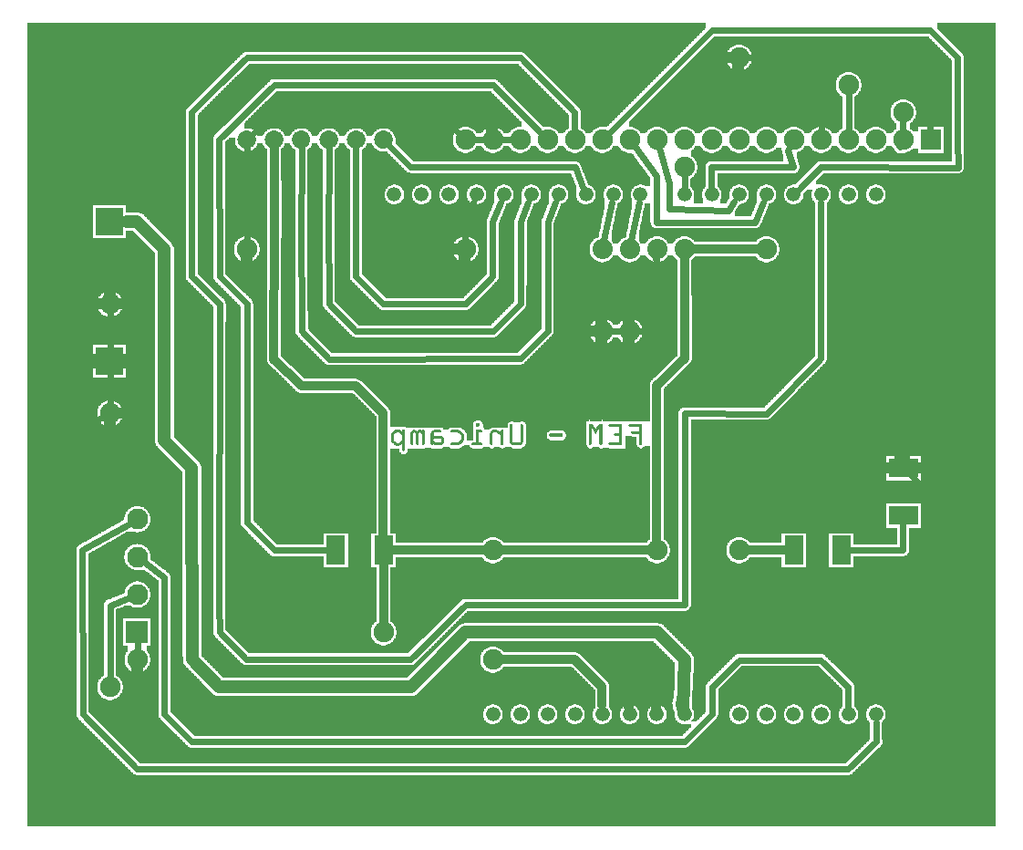
<source format=gbl>
G04 MADE WITH FRITZING*
G04 WWW.FRITZING.ORG*
G04 DOUBLE SIDED*
G04 HOLES PLATED*
G04 CONTOUR ON CENTER OF CONTOUR VECTOR*
%ASAXBY*%
%FSLAX23Y23*%
%MOIN*%
%OFA0B0*%
%SFA1.0B1.0*%
%ADD10C,0.075000*%
%ADD11C,0.076139*%
%ADD12C,0.100000*%
%ADD13C,0.052306*%
%ADD14C,0.052333*%
%ADD15C,0.073889*%
%ADD16C,0.065972*%
%ADD17R,0.075000X0.075000*%
%ADD18R,0.106299X0.070866*%
%ADD19R,0.070866X0.106299*%
%ADD20C,0.024000*%
%ADD21C,0.048000*%
%ADD22C,0.032000*%
%ADD23R,0.001000X0.001000*%
%LNCOPPER0*%
G90*
G70*
G54D10*
X2735Y2871D03*
X981Y2667D03*
X1894Y2902D03*
G54D11*
X441Y750D03*
X441Y888D03*
X441Y1026D03*
X441Y1164D03*
X441Y750D03*
X441Y888D03*
X441Y1026D03*
X441Y1164D03*
G54D10*
X1741Y650D03*
X1741Y1050D03*
X2341Y1050D03*
X2641Y1050D03*
X341Y550D03*
X1341Y750D03*
X2741Y2150D03*
X3241Y2650D03*
X2441Y2450D03*
X3041Y2750D03*
X441Y650D03*
X341Y1550D03*
X1641Y2150D03*
X1741Y2550D03*
X2141Y1850D03*
X1641Y2550D03*
X2641Y2850D03*
X2241Y1850D03*
X341Y1950D03*
X841Y2150D03*
G54D12*
X341Y2250D03*
X341Y1740D03*
G54D13*
X2741Y450D03*
X2840Y450D03*
X2941Y450D03*
X3041Y450D03*
X3141Y450D03*
G54D14*
X2280Y2350D03*
X2181Y2350D03*
X2081Y2350D03*
X1981Y2350D03*
X1881Y2350D03*
X1781Y2350D03*
X1681Y2350D03*
X1580Y2350D03*
X1480Y2350D03*
X1380Y2350D03*
X3141Y2350D03*
X3041Y2350D03*
X2941Y2350D03*
X2840Y2350D03*
X2741Y2350D03*
X2641Y2350D03*
X2541Y2350D03*
X2441Y2350D03*
G54D13*
X1841Y450D03*
X1741Y450D03*
X1941Y450D03*
X2041Y450D03*
X2141Y450D03*
X2241Y450D03*
X2340Y450D03*
X2441Y450D03*
X2641Y450D03*
G54D10*
X3341Y2550D03*
X3241Y2550D03*
X3141Y2550D03*
X3041Y2550D03*
X2941Y2550D03*
X2841Y2550D03*
X2741Y2550D03*
X2641Y2550D03*
X2541Y2550D03*
X2441Y2550D03*
X2341Y2550D03*
X2241Y2550D03*
X2141Y2550D03*
X2041Y2550D03*
X1941Y2550D03*
X1841Y2550D03*
G54D15*
X2141Y2150D03*
X2241Y2150D03*
X2341Y2150D03*
X2441Y2150D03*
G54D16*
X1341Y2550D03*
X1241Y2550D03*
X1141Y2550D03*
X1040Y2550D03*
X941Y2550D03*
X841Y2550D03*
G54D17*
X3341Y2550D03*
G54D18*
X3241Y1177D03*
X3241Y1350D03*
G54D19*
X3014Y1050D03*
X2841Y1050D03*
X1167Y1050D03*
X1341Y1050D03*
G54D20*
X941Y2651D02*
X859Y2569D01*
D02*
X860Y2569D02*
X842Y2551D01*
D02*
X842Y2551D02*
X841Y2179D01*
D02*
X1539Y2651D02*
X941Y2651D01*
D02*
X1620Y2570D02*
X1539Y2651D01*
D02*
X3228Y2525D02*
X3240Y2550D01*
D02*
X3240Y2550D02*
X3240Y2622D01*
D02*
X2340Y1849D02*
X2269Y1850D01*
D02*
X2335Y2116D02*
X2340Y2149D01*
D02*
X2340Y2149D02*
X2340Y1849D01*
D02*
X2840Y2450D02*
X2540Y2450D01*
D02*
X2540Y2450D02*
X2540Y2381D01*
D02*
X2819Y2513D02*
X2840Y2450D01*
D02*
X2826Y2525D02*
X2819Y2513D01*
D02*
X3340Y2950D02*
X3440Y2850D01*
D02*
X3441Y2449D02*
X2940Y2450D01*
D02*
X3440Y2550D02*
X3441Y2449D01*
D02*
X2161Y2570D02*
X2541Y2950D01*
D02*
X2541Y2950D02*
X3340Y2950D01*
D02*
X3440Y2850D02*
X3440Y2550D01*
D02*
X2940Y2450D02*
X2862Y2372D01*
D02*
X3142Y350D02*
X3040Y251D01*
D02*
X240Y1051D02*
X409Y1146D01*
D02*
X241Y450D02*
X240Y1051D01*
D02*
X440Y251D02*
X241Y450D01*
D02*
X3040Y251D02*
X440Y251D01*
D02*
X3141Y350D02*
X3142Y350D01*
D02*
X3141Y420D02*
X3141Y350D01*
D02*
X1141Y2451D02*
X1141Y2523D01*
D02*
X1140Y2250D02*
X1141Y2451D01*
D02*
X1141Y1950D02*
X1140Y2250D01*
D02*
X1240Y1851D02*
X1141Y1950D01*
D02*
X1741Y1851D02*
X1240Y1851D01*
D02*
X1841Y1951D02*
X1741Y1851D01*
D02*
X1841Y2251D02*
X1841Y1951D01*
D02*
X1869Y2322D02*
X1841Y2251D01*
D02*
X3240Y1051D02*
X3044Y1050D01*
D02*
X3240Y1147D02*
X3240Y1051D01*
D02*
X2175Y2320D02*
X2147Y2184D01*
D02*
X2275Y2320D02*
X2247Y2184D01*
D02*
X1340Y1950D02*
X1642Y1951D01*
D02*
X1642Y1951D02*
X1740Y2050D01*
D02*
X1740Y2251D02*
X1769Y2322D01*
D02*
X1740Y2050D02*
X1740Y2251D01*
D02*
X1240Y2050D02*
X1340Y1950D01*
D02*
X1240Y2451D02*
X1240Y2050D01*
D02*
X1240Y2523D02*
X1240Y2451D01*
D02*
X2349Y2523D02*
X2387Y2393D01*
D02*
X2601Y2292D02*
X2623Y2325D01*
D02*
X2387Y2297D02*
X2601Y2292D01*
D02*
X2387Y2393D02*
X2387Y2297D01*
D02*
X2258Y2527D02*
X2339Y2417D01*
D02*
X1539Y2452D02*
X2041Y2451D01*
D02*
X1439Y2452D02*
X1539Y2452D01*
D02*
X1359Y2531D02*
X1439Y2452D01*
D02*
X2699Y2249D02*
X2729Y2322D01*
D02*
X2339Y2249D02*
X2699Y2249D01*
D02*
X2339Y2417D02*
X2339Y2249D01*
D02*
X2041Y2451D02*
X2069Y2378D01*
D02*
X1941Y2251D02*
X1941Y1851D01*
D02*
X1941Y1851D02*
X1841Y1751D01*
D02*
X1969Y2322D02*
X1941Y2251D01*
D02*
X1841Y1751D02*
X1141Y1749D01*
D02*
X1040Y2250D02*
X1041Y2451D01*
D02*
X1041Y1851D02*
X1040Y2250D01*
D02*
X1141Y1749D02*
X1041Y1851D01*
D02*
X1041Y2451D02*
X1041Y2523D01*
D02*
X941Y1050D02*
X842Y1151D01*
D02*
X1041Y1050D02*
X941Y1050D01*
D02*
X1137Y1050D02*
X1041Y1050D01*
D02*
X741Y2050D02*
X739Y2551D01*
D02*
X841Y1651D02*
X841Y1951D01*
D02*
X841Y1951D02*
X741Y2050D01*
D02*
X739Y2551D02*
X941Y2751D01*
D02*
X842Y1151D02*
X841Y1651D01*
D02*
X639Y2651D02*
X640Y2450D01*
D02*
X640Y2050D02*
X741Y1951D01*
D02*
X741Y1951D02*
X739Y849D01*
D02*
X640Y2450D02*
X640Y2050D01*
D02*
X739Y2751D02*
X639Y2651D01*
D02*
X842Y2850D02*
X739Y2751D01*
D02*
X1841Y2850D02*
X842Y2850D01*
D02*
X2040Y2650D02*
X1841Y2850D01*
D02*
X2040Y2579D02*
X2040Y2650D01*
D02*
X1741Y2751D02*
X1920Y2571D01*
D02*
X941Y2751D02*
X1741Y2751D01*
D02*
X1440Y652D02*
X1642Y852D01*
D02*
X1642Y852D02*
X2442Y850D01*
D02*
X840Y652D02*
X1440Y652D01*
D02*
X741Y750D02*
X840Y652D01*
D02*
X739Y849D02*
X741Y750D01*
D02*
X2741Y1549D02*
X2940Y1751D01*
D02*
X2442Y1550D02*
X2741Y1549D01*
D02*
X2940Y1751D02*
X2940Y2320D01*
D02*
X2442Y850D02*
X2442Y1550D01*
G54D21*
D02*
X641Y651D02*
X739Y551D01*
D02*
X640Y1351D02*
X641Y651D01*
D02*
X540Y1451D02*
X640Y1351D01*
D02*
X540Y2150D02*
X540Y1451D01*
D02*
X440Y2251D02*
X540Y2150D01*
D02*
X403Y2251D02*
X440Y2251D01*
D02*
X1541Y651D02*
X1640Y750D01*
D02*
X2341Y750D02*
X2441Y651D01*
D02*
X1640Y750D02*
X2341Y750D01*
D02*
X2441Y651D02*
X2435Y473D01*
D02*
X1441Y551D02*
X1541Y651D01*
D02*
X739Y551D02*
X1441Y551D01*
G54D20*
D02*
X2541Y550D02*
X2541Y450D01*
D02*
X2940Y649D02*
X2641Y649D01*
D02*
X2641Y649D02*
X2541Y550D01*
D02*
X3040Y550D02*
X2940Y649D01*
D02*
X3040Y481D02*
X3040Y550D01*
G54D21*
D02*
X2435Y473D02*
X2431Y490D01*
G54D20*
D02*
X540Y950D02*
X470Y1004D01*
D02*
X540Y450D02*
X540Y950D01*
D02*
X639Y350D02*
X540Y450D01*
D02*
X2442Y350D02*
X639Y350D01*
D02*
X2541Y450D02*
X2442Y350D01*
G54D22*
D02*
X2339Y1652D02*
X2340Y1084D01*
D02*
X2442Y1751D02*
X2339Y1652D01*
D02*
X2441Y2110D02*
X2442Y1751D01*
D02*
X2811Y1050D02*
X2675Y1050D01*
D02*
X2040Y651D02*
X1775Y650D01*
D02*
X2140Y551D02*
X2040Y651D01*
D02*
X2140Y486D02*
X2140Y551D01*
D02*
X1370Y1050D02*
X1706Y1050D01*
D02*
X1340Y1550D02*
X1340Y1150D01*
D02*
X941Y2350D02*
X941Y2250D01*
D02*
X941Y2250D02*
X940Y1749D01*
D02*
X1775Y1050D02*
X2306Y1050D01*
D02*
X1041Y1650D02*
X1240Y1650D01*
D02*
X1240Y1650D02*
X1340Y1550D01*
D02*
X940Y1749D02*
X1041Y1650D01*
D02*
X941Y2518D02*
X941Y2350D01*
D02*
X1340Y1150D02*
X1340Y1098D01*
G54D20*
D02*
X341Y849D02*
X341Y579D01*
D02*
X406Y875D02*
X341Y849D01*
G54D22*
D02*
X1341Y1003D02*
X1341Y784D01*
G54D20*
D02*
X2947Y2854D02*
X2941Y2579D01*
D02*
X3242Y2850D02*
X2947Y2854D01*
D02*
X3340Y2579D02*
X3339Y2750D01*
D02*
X3339Y2750D02*
X3242Y2850D01*
D02*
X3041Y2722D02*
X3041Y2579D01*
D02*
X2441Y2381D02*
X2441Y2422D01*
G54D22*
D02*
X2480Y2150D02*
X2706Y2150D01*
G54D20*
D02*
X1712Y2550D02*
X1669Y2550D01*
D02*
X1812Y2550D02*
X1769Y2550D01*
D02*
X1640Y2251D02*
X1640Y2179D01*
D02*
X1669Y2322D02*
X1640Y2251D01*
D02*
X3341Y1250D02*
X3271Y1320D01*
D02*
X3139Y151D02*
X3341Y350D01*
D02*
X3341Y350D02*
X3341Y1250D01*
D02*
X341Y151D02*
X3139Y151D01*
D02*
X142Y1452D02*
X141Y350D01*
D02*
X141Y350D02*
X341Y151D01*
D02*
X315Y1537D02*
X142Y1452D01*
D02*
X341Y1579D02*
X341Y1689D01*
D02*
X441Y714D02*
X441Y679D01*
D02*
X2169Y1850D02*
X2212Y1850D01*
D02*
X2947Y2854D02*
X2669Y2851D01*
D02*
X341Y1791D02*
X341Y1922D01*
G36*
X2550Y2929D02*
X2550Y2927D01*
X2548Y2927D01*
X2548Y2925D01*
X2546Y2925D01*
X2546Y2923D01*
X2544Y2923D01*
X2544Y2921D01*
X2542Y2921D01*
X2542Y2919D01*
X2540Y2919D01*
X2540Y2917D01*
X2538Y2917D01*
X2538Y2915D01*
X2536Y2915D01*
X2536Y2913D01*
X2534Y2913D01*
X2534Y2911D01*
X2532Y2911D01*
X2532Y2909D01*
X2530Y2909D01*
X2530Y2907D01*
X2528Y2907D01*
X2528Y2905D01*
X2526Y2905D01*
X2526Y2903D01*
X2524Y2903D01*
X2524Y2901D01*
X2522Y2901D01*
X2522Y2899D01*
X2520Y2899D01*
X2520Y2897D01*
X2652Y2897D01*
X2652Y2895D01*
X2660Y2895D01*
X2660Y2893D01*
X2662Y2893D01*
X2662Y2891D01*
X2666Y2891D01*
X2666Y2889D01*
X2670Y2889D01*
X2670Y2887D01*
X2672Y2887D01*
X2672Y2885D01*
X2674Y2885D01*
X2674Y2883D01*
X2676Y2883D01*
X2676Y2881D01*
X2678Y2881D01*
X2678Y2877D01*
X2680Y2877D01*
X2680Y2875D01*
X2682Y2875D01*
X2682Y2871D01*
X2684Y2871D01*
X2684Y2867D01*
X2686Y2867D01*
X2686Y2859D01*
X2688Y2859D01*
X2688Y2841D01*
X2686Y2841D01*
X2686Y2835D01*
X2684Y2835D01*
X2684Y2829D01*
X2682Y2829D01*
X2682Y2827D01*
X2680Y2827D01*
X2680Y2823D01*
X2678Y2823D01*
X2678Y2821D01*
X2676Y2821D01*
X2676Y2817D01*
X2674Y2817D01*
X2674Y2815D01*
X2670Y2815D01*
X2670Y2813D01*
X2668Y2813D01*
X2668Y2811D01*
X2666Y2811D01*
X2666Y2809D01*
X2662Y2809D01*
X2662Y2807D01*
X2656Y2807D01*
X2656Y2805D01*
X2650Y2805D01*
X2650Y2803D01*
X3418Y2803D01*
X3418Y2843D01*
X3416Y2843D01*
X3416Y2845D01*
X3414Y2845D01*
X3414Y2847D01*
X3412Y2847D01*
X3412Y2849D01*
X3410Y2849D01*
X3410Y2851D01*
X3408Y2851D01*
X3408Y2853D01*
X3406Y2853D01*
X3406Y2855D01*
X3404Y2855D01*
X3404Y2857D01*
X3402Y2857D01*
X3402Y2859D01*
X3400Y2859D01*
X3400Y2861D01*
X3398Y2861D01*
X3398Y2863D01*
X3396Y2863D01*
X3396Y2865D01*
X3394Y2865D01*
X3394Y2867D01*
X3392Y2867D01*
X3392Y2869D01*
X3390Y2869D01*
X3390Y2871D01*
X3388Y2871D01*
X3388Y2873D01*
X3386Y2873D01*
X3386Y2875D01*
X3384Y2875D01*
X3384Y2877D01*
X3382Y2877D01*
X3382Y2879D01*
X3380Y2879D01*
X3380Y2881D01*
X3378Y2881D01*
X3378Y2883D01*
X3376Y2883D01*
X3376Y2885D01*
X3374Y2885D01*
X3374Y2887D01*
X3372Y2887D01*
X3372Y2889D01*
X3370Y2889D01*
X3370Y2891D01*
X3368Y2891D01*
X3368Y2893D01*
X3366Y2893D01*
X3366Y2895D01*
X3364Y2895D01*
X3364Y2897D01*
X3362Y2897D01*
X3362Y2899D01*
X3360Y2899D01*
X3360Y2901D01*
X3358Y2901D01*
X3358Y2903D01*
X3356Y2903D01*
X3356Y2905D01*
X3354Y2905D01*
X3354Y2907D01*
X3352Y2907D01*
X3352Y2909D01*
X3350Y2909D01*
X3350Y2911D01*
X3348Y2911D01*
X3348Y2913D01*
X3346Y2913D01*
X3346Y2915D01*
X3344Y2915D01*
X3344Y2917D01*
X3342Y2917D01*
X3342Y2919D01*
X3340Y2919D01*
X3340Y2921D01*
X3338Y2921D01*
X3338Y2923D01*
X3336Y2923D01*
X3336Y2925D01*
X3334Y2925D01*
X3334Y2927D01*
X3332Y2927D01*
X3332Y2929D01*
X2550Y2929D01*
G37*
D02*
G36*
X2518Y2897D02*
X2518Y2895D01*
X2516Y2895D01*
X2516Y2893D01*
X2514Y2893D01*
X2514Y2891D01*
X2512Y2891D01*
X2512Y2889D01*
X2510Y2889D01*
X2510Y2887D01*
X2508Y2887D01*
X2508Y2885D01*
X2506Y2885D01*
X2506Y2883D01*
X2504Y2883D01*
X2504Y2881D01*
X2502Y2881D01*
X2502Y2879D01*
X2500Y2879D01*
X2500Y2877D01*
X2498Y2877D01*
X2498Y2875D01*
X2496Y2875D01*
X2496Y2873D01*
X2494Y2873D01*
X2494Y2871D01*
X2492Y2871D01*
X2492Y2869D01*
X2490Y2869D01*
X2490Y2867D01*
X2488Y2867D01*
X2488Y2865D01*
X2486Y2865D01*
X2486Y2863D01*
X2484Y2863D01*
X2484Y2861D01*
X2482Y2861D01*
X2482Y2859D01*
X2480Y2859D01*
X2480Y2857D01*
X2478Y2857D01*
X2478Y2855D01*
X2476Y2855D01*
X2476Y2853D01*
X2474Y2853D01*
X2474Y2851D01*
X2472Y2851D01*
X2472Y2849D01*
X2470Y2849D01*
X2470Y2847D01*
X2468Y2847D01*
X2468Y2845D01*
X2466Y2845D01*
X2466Y2843D01*
X2464Y2843D01*
X2464Y2841D01*
X2462Y2841D01*
X2462Y2839D01*
X2460Y2839D01*
X2460Y2837D01*
X2458Y2837D01*
X2458Y2835D01*
X2456Y2835D01*
X2456Y2833D01*
X2454Y2833D01*
X2454Y2831D01*
X2452Y2831D01*
X2452Y2829D01*
X2450Y2829D01*
X2450Y2827D01*
X2448Y2827D01*
X2448Y2825D01*
X2446Y2825D01*
X2446Y2823D01*
X2444Y2823D01*
X2444Y2821D01*
X2442Y2821D01*
X2442Y2819D01*
X2440Y2819D01*
X2440Y2817D01*
X2438Y2817D01*
X2438Y2815D01*
X2436Y2815D01*
X2436Y2813D01*
X2434Y2813D01*
X2434Y2811D01*
X2432Y2811D01*
X2432Y2809D01*
X2430Y2809D01*
X2430Y2807D01*
X2428Y2807D01*
X2428Y2805D01*
X2426Y2805D01*
X2426Y2803D01*
X2632Y2803D01*
X2632Y2805D01*
X2624Y2805D01*
X2624Y2807D01*
X2620Y2807D01*
X2620Y2809D01*
X2616Y2809D01*
X2616Y2811D01*
X2612Y2811D01*
X2612Y2813D01*
X2610Y2813D01*
X2610Y2815D01*
X2608Y2815D01*
X2608Y2817D01*
X2606Y2817D01*
X2606Y2819D01*
X2604Y2819D01*
X2604Y2821D01*
X2602Y2821D01*
X2602Y2825D01*
X2600Y2825D01*
X2600Y2827D01*
X2598Y2827D01*
X2598Y2831D01*
X2596Y2831D01*
X2596Y2837D01*
X2594Y2837D01*
X2594Y2863D01*
X2596Y2863D01*
X2596Y2869D01*
X2598Y2869D01*
X2598Y2873D01*
X2600Y2873D01*
X2600Y2877D01*
X2602Y2877D01*
X2602Y2879D01*
X2604Y2879D01*
X2604Y2881D01*
X2606Y2881D01*
X2606Y2885D01*
X2610Y2885D01*
X2610Y2887D01*
X2612Y2887D01*
X2612Y2889D01*
X2614Y2889D01*
X2614Y2891D01*
X2618Y2891D01*
X2618Y2893D01*
X2622Y2893D01*
X2622Y2895D01*
X2628Y2895D01*
X2628Y2897D01*
X2518Y2897D01*
G37*
D02*
G36*
X850Y2829D02*
X850Y2827D01*
X848Y2827D01*
X848Y2825D01*
X846Y2825D01*
X846Y2823D01*
X844Y2823D01*
X844Y2821D01*
X842Y2821D01*
X842Y2819D01*
X840Y2819D01*
X840Y2817D01*
X838Y2817D01*
X838Y2815D01*
X836Y2815D01*
X836Y2813D01*
X834Y2813D01*
X834Y2811D01*
X832Y2811D01*
X832Y2809D01*
X830Y2809D01*
X830Y2807D01*
X828Y2807D01*
X828Y2805D01*
X826Y2805D01*
X826Y2803D01*
X824Y2803D01*
X824Y2801D01*
X822Y2801D01*
X822Y2799D01*
X820Y2799D01*
X820Y2797D01*
X818Y2797D01*
X818Y2795D01*
X816Y2795D01*
X816Y2793D01*
X814Y2793D01*
X814Y2791D01*
X812Y2791D01*
X812Y2789D01*
X808Y2789D01*
X808Y2787D01*
X806Y2787D01*
X806Y2785D01*
X804Y2785D01*
X804Y2783D01*
X802Y2783D01*
X802Y2781D01*
X800Y2781D01*
X800Y2779D01*
X798Y2779D01*
X798Y2777D01*
X796Y2777D01*
X796Y2775D01*
X794Y2775D01*
X794Y2773D01*
X1746Y2773D01*
X1746Y2771D01*
X1752Y2771D01*
X1752Y2769D01*
X1754Y2769D01*
X1754Y2767D01*
X1758Y2767D01*
X1758Y2765D01*
X1760Y2765D01*
X1760Y2763D01*
X1762Y2763D01*
X1762Y2761D01*
X1764Y2761D01*
X1764Y2759D01*
X1766Y2759D01*
X1766Y2757D01*
X1768Y2757D01*
X1768Y2755D01*
X1770Y2755D01*
X1770Y2753D01*
X1772Y2753D01*
X1772Y2751D01*
X1774Y2751D01*
X1774Y2749D01*
X1776Y2749D01*
X1776Y2747D01*
X1778Y2747D01*
X1778Y2745D01*
X1780Y2745D01*
X1780Y2743D01*
X1782Y2743D01*
X1782Y2741D01*
X1784Y2741D01*
X1784Y2739D01*
X1786Y2739D01*
X1786Y2735D01*
X1788Y2735D01*
X1788Y2733D01*
X1790Y2733D01*
X1790Y2731D01*
X1792Y2731D01*
X1792Y2729D01*
X1794Y2729D01*
X1794Y2727D01*
X1796Y2727D01*
X1796Y2725D01*
X1798Y2725D01*
X1798Y2723D01*
X1800Y2723D01*
X1800Y2721D01*
X1802Y2721D01*
X1802Y2719D01*
X1804Y2719D01*
X1804Y2717D01*
X1806Y2717D01*
X1806Y2715D01*
X1808Y2715D01*
X1808Y2713D01*
X1810Y2713D01*
X1810Y2711D01*
X1812Y2711D01*
X1812Y2709D01*
X1814Y2709D01*
X1814Y2707D01*
X1816Y2707D01*
X1816Y2705D01*
X1818Y2705D01*
X1818Y2703D01*
X1820Y2703D01*
X1820Y2701D01*
X1822Y2701D01*
X1822Y2699D01*
X1824Y2699D01*
X1824Y2697D01*
X1826Y2697D01*
X1826Y2695D01*
X1828Y2695D01*
X1828Y2693D01*
X1830Y2693D01*
X1830Y2691D01*
X1832Y2691D01*
X1832Y2689D01*
X1834Y2689D01*
X1834Y2687D01*
X1836Y2687D01*
X1836Y2685D01*
X1838Y2685D01*
X1838Y2683D01*
X1840Y2683D01*
X1840Y2681D01*
X1842Y2681D01*
X1842Y2679D01*
X1844Y2679D01*
X1844Y2677D01*
X1846Y2677D01*
X1846Y2675D01*
X1848Y2675D01*
X1848Y2673D01*
X1850Y2673D01*
X1850Y2671D01*
X1852Y2671D01*
X1852Y2669D01*
X1854Y2669D01*
X1854Y2667D01*
X1856Y2667D01*
X1856Y2665D01*
X1858Y2665D01*
X1858Y2663D01*
X1860Y2663D01*
X1860Y2661D01*
X1862Y2661D01*
X1862Y2659D01*
X1864Y2659D01*
X1864Y2657D01*
X1866Y2657D01*
X1866Y2655D01*
X1868Y2655D01*
X1868Y2653D01*
X1870Y2653D01*
X1870Y2651D01*
X1872Y2651D01*
X1872Y2649D01*
X1874Y2649D01*
X1874Y2647D01*
X1876Y2647D01*
X1876Y2645D01*
X1878Y2645D01*
X1878Y2643D01*
X1880Y2643D01*
X1880Y2641D01*
X1882Y2641D01*
X1882Y2639D01*
X1884Y2639D01*
X1884Y2637D01*
X1886Y2637D01*
X1886Y2635D01*
X1888Y2635D01*
X1888Y2633D01*
X1890Y2633D01*
X1890Y2631D01*
X1892Y2631D01*
X1892Y2629D01*
X1894Y2629D01*
X1894Y2627D01*
X1896Y2627D01*
X1896Y2625D01*
X1898Y2625D01*
X1898Y2623D01*
X1900Y2623D01*
X1900Y2621D01*
X1902Y2621D01*
X1902Y2619D01*
X1904Y2619D01*
X1904Y2617D01*
X1906Y2617D01*
X1906Y2615D01*
X1908Y2615D01*
X1908Y2613D01*
X1910Y2613D01*
X1910Y2611D01*
X1912Y2611D01*
X1912Y2609D01*
X1914Y2609D01*
X1914Y2607D01*
X1916Y2607D01*
X1916Y2605D01*
X1918Y2605D01*
X1918Y2603D01*
X1920Y2603D01*
X1920Y2601D01*
X1922Y2601D01*
X1922Y2599D01*
X1924Y2599D01*
X1924Y2597D01*
X1952Y2597D01*
X1952Y2595D01*
X1960Y2595D01*
X1960Y2593D01*
X1962Y2593D01*
X1962Y2591D01*
X1966Y2591D01*
X1966Y2589D01*
X1970Y2589D01*
X1970Y2587D01*
X1972Y2587D01*
X1972Y2585D01*
X1974Y2585D01*
X1974Y2583D01*
X1976Y2583D01*
X1976Y2581D01*
X1978Y2581D01*
X1978Y2577D01*
X1980Y2577D01*
X1980Y2575D01*
X2000Y2575D01*
X2000Y2577D01*
X2002Y2577D01*
X2002Y2579D01*
X2004Y2579D01*
X2004Y2581D01*
X2006Y2581D01*
X2006Y2585D01*
X2010Y2585D01*
X2010Y2587D01*
X2012Y2587D01*
X2012Y2589D01*
X2014Y2589D01*
X2014Y2591D01*
X2018Y2591D01*
X2018Y2643D01*
X2016Y2643D01*
X2016Y2645D01*
X2014Y2645D01*
X2014Y2647D01*
X2012Y2647D01*
X2012Y2649D01*
X2010Y2649D01*
X2010Y2651D01*
X2008Y2651D01*
X2008Y2653D01*
X2006Y2653D01*
X2006Y2655D01*
X2004Y2655D01*
X2004Y2657D01*
X2002Y2657D01*
X2002Y2659D01*
X2000Y2659D01*
X2000Y2661D01*
X1998Y2661D01*
X1998Y2663D01*
X1996Y2663D01*
X1996Y2665D01*
X1994Y2665D01*
X1994Y2667D01*
X1992Y2667D01*
X1992Y2669D01*
X1990Y2669D01*
X1990Y2671D01*
X1988Y2671D01*
X1988Y2673D01*
X1986Y2673D01*
X1986Y2675D01*
X1984Y2675D01*
X1984Y2677D01*
X1982Y2677D01*
X1982Y2679D01*
X1980Y2679D01*
X1980Y2681D01*
X1978Y2681D01*
X1978Y2683D01*
X1976Y2683D01*
X1976Y2685D01*
X1974Y2685D01*
X1974Y2687D01*
X1972Y2687D01*
X1972Y2689D01*
X1970Y2689D01*
X1970Y2691D01*
X1968Y2691D01*
X1968Y2693D01*
X1966Y2693D01*
X1966Y2695D01*
X1964Y2695D01*
X1964Y2697D01*
X1962Y2697D01*
X1962Y2699D01*
X1960Y2699D01*
X1960Y2701D01*
X1958Y2701D01*
X1958Y2703D01*
X1956Y2703D01*
X1956Y2705D01*
X1954Y2705D01*
X1954Y2707D01*
X1952Y2707D01*
X1952Y2709D01*
X1950Y2709D01*
X1950Y2711D01*
X1948Y2711D01*
X1948Y2713D01*
X1946Y2713D01*
X1946Y2715D01*
X1944Y2715D01*
X1944Y2717D01*
X1942Y2717D01*
X1942Y2719D01*
X1940Y2719D01*
X1940Y2721D01*
X1938Y2721D01*
X1938Y2723D01*
X1936Y2723D01*
X1936Y2725D01*
X1934Y2725D01*
X1934Y2727D01*
X1932Y2727D01*
X1932Y2729D01*
X1930Y2729D01*
X1930Y2731D01*
X1928Y2731D01*
X1928Y2733D01*
X1926Y2733D01*
X1926Y2735D01*
X1924Y2735D01*
X1924Y2737D01*
X1922Y2737D01*
X1922Y2739D01*
X1920Y2739D01*
X1920Y2741D01*
X1918Y2741D01*
X1918Y2743D01*
X1916Y2743D01*
X1916Y2745D01*
X1914Y2745D01*
X1914Y2747D01*
X1912Y2747D01*
X1912Y2749D01*
X1910Y2749D01*
X1910Y2751D01*
X1908Y2751D01*
X1908Y2753D01*
X1906Y2753D01*
X1906Y2755D01*
X1904Y2755D01*
X1904Y2757D01*
X1902Y2757D01*
X1902Y2759D01*
X1900Y2759D01*
X1900Y2761D01*
X1898Y2761D01*
X1898Y2763D01*
X1896Y2763D01*
X1896Y2765D01*
X1894Y2765D01*
X1894Y2767D01*
X1892Y2767D01*
X1892Y2769D01*
X1890Y2769D01*
X1890Y2771D01*
X1888Y2771D01*
X1888Y2773D01*
X1886Y2773D01*
X1886Y2775D01*
X1884Y2775D01*
X1884Y2777D01*
X1882Y2777D01*
X1882Y2779D01*
X1880Y2779D01*
X1880Y2781D01*
X1878Y2781D01*
X1878Y2783D01*
X1876Y2783D01*
X1876Y2785D01*
X1874Y2785D01*
X1874Y2787D01*
X1872Y2787D01*
X1872Y2789D01*
X1870Y2789D01*
X1870Y2791D01*
X1868Y2791D01*
X1868Y2793D01*
X1866Y2793D01*
X1866Y2795D01*
X1864Y2795D01*
X1864Y2797D01*
X1862Y2797D01*
X1862Y2799D01*
X1860Y2799D01*
X1860Y2801D01*
X1858Y2801D01*
X1858Y2803D01*
X1856Y2803D01*
X1856Y2805D01*
X1854Y2805D01*
X1854Y2807D01*
X1852Y2807D01*
X1852Y2809D01*
X1850Y2809D01*
X1850Y2811D01*
X1848Y2811D01*
X1848Y2813D01*
X1846Y2813D01*
X1846Y2815D01*
X1844Y2815D01*
X1844Y2817D01*
X1842Y2817D01*
X1842Y2819D01*
X1840Y2819D01*
X1840Y2821D01*
X1838Y2821D01*
X1838Y2823D01*
X1836Y2823D01*
X1836Y2825D01*
X1834Y2825D01*
X1834Y2827D01*
X1832Y2827D01*
X1832Y2829D01*
X850Y2829D01*
G37*
D02*
G36*
X2424Y2803D02*
X2424Y2801D01*
X3418Y2801D01*
X3418Y2803D01*
X2424Y2803D01*
G37*
D02*
G36*
X2424Y2803D02*
X2424Y2801D01*
X3418Y2801D01*
X3418Y2803D01*
X2424Y2803D01*
G37*
D02*
G36*
X2422Y2801D02*
X2422Y2799D01*
X2420Y2799D01*
X2420Y2797D01*
X3052Y2797D01*
X3052Y2795D01*
X3060Y2795D01*
X3060Y2793D01*
X3062Y2793D01*
X3062Y2791D01*
X3066Y2791D01*
X3066Y2789D01*
X3070Y2789D01*
X3070Y2787D01*
X3072Y2787D01*
X3072Y2785D01*
X3074Y2785D01*
X3074Y2783D01*
X3076Y2783D01*
X3076Y2781D01*
X3078Y2781D01*
X3078Y2777D01*
X3080Y2777D01*
X3080Y2775D01*
X3082Y2775D01*
X3082Y2771D01*
X3084Y2771D01*
X3084Y2767D01*
X3086Y2767D01*
X3086Y2759D01*
X3088Y2759D01*
X3088Y2741D01*
X3086Y2741D01*
X3086Y2735D01*
X3084Y2735D01*
X3084Y2729D01*
X3082Y2729D01*
X3082Y2727D01*
X3080Y2727D01*
X3080Y2723D01*
X3078Y2723D01*
X3078Y2721D01*
X3076Y2721D01*
X3076Y2717D01*
X3074Y2717D01*
X3074Y2715D01*
X3070Y2715D01*
X3070Y2713D01*
X3068Y2713D01*
X3068Y2711D01*
X3066Y2711D01*
X3066Y2709D01*
X3062Y2709D01*
X3062Y2697D01*
X3252Y2697D01*
X3252Y2695D01*
X3260Y2695D01*
X3260Y2693D01*
X3262Y2693D01*
X3262Y2691D01*
X3266Y2691D01*
X3266Y2689D01*
X3270Y2689D01*
X3270Y2687D01*
X3272Y2687D01*
X3272Y2685D01*
X3274Y2685D01*
X3274Y2683D01*
X3276Y2683D01*
X3276Y2681D01*
X3278Y2681D01*
X3278Y2677D01*
X3280Y2677D01*
X3280Y2675D01*
X3282Y2675D01*
X3282Y2671D01*
X3284Y2671D01*
X3284Y2667D01*
X3286Y2667D01*
X3286Y2659D01*
X3288Y2659D01*
X3288Y2641D01*
X3286Y2641D01*
X3286Y2635D01*
X3284Y2635D01*
X3284Y2629D01*
X3282Y2629D01*
X3282Y2627D01*
X3280Y2627D01*
X3280Y2623D01*
X3278Y2623D01*
X3278Y2621D01*
X3276Y2621D01*
X3276Y2617D01*
X3274Y2617D01*
X3274Y2615D01*
X3270Y2615D01*
X3270Y2613D01*
X3268Y2613D01*
X3268Y2611D01*
X3266Y2611D01*
X3266Y2597D01*
X3388Y2597D01*
X3388Y2503D01*
X3418Y2503D01*
X3418Y2801D01*
X2422Y2801D01*
G37*
D02*
G36*
X2418Y2797D02*
X2418Y2795D01*
X2416Y2795D01*
X2416Y2793D01*
X2414Y2793D01*
X2414Y2791D01*
X2412Y2791D01*
X2412Y2789D01*
X2410Y2789D01*
X2410Y2787D01*
X2408Y2787D01*
X2408Y2785D01*
X2406Y2785D01*
X2406Y2783D01*
X2404Y2783D01*
X2404Y2781D01*
X2402Y2781D01*
X2402Y2779D01*
X2400Y2779D01*
X2400Y2777D01*
X2398Y2777D01*
X2398Y2775D01*
X2396Y2775D01*
X2396Y2773D01*
X2394Y2773D01*
X2394Y2771D01*
X2392Y2771D01*
X2392Y2769D01*
X2390Y2769D01*
X2390Y2767D01*
X2388Y2767D01*
X2388Y2765D01*
X2386Y2765D01*
X2386Y2763D01*
X2384Y2763D01*
X2384Y2761D01*
X2382Y2761D01*
X2382Y2759D01*
X2380Y2759D01*
X2380Y2757D01*
X2378Y2757D01*
X2378Y2755D01*
X2376Y2755D01*
X2376Y2753D01*
X2374Y2753D01*
X2374Y2751D01*
X2372Y2751D01*
X2372Y2749D01*
X2370Y2749D01*
X2370Y2747D01*
X2368Y2747D01*
X2368Y2745D01*
X2366Y2745D01*
X2366Y2743D01*
X2364Y2743D01*
X2364Y2741D01*
X2362Y2741D01*
X2362Y2739D01*
X2360Y2739D01*
X2360Y2737D01*
X2358Y2737D01*
X2358Y2735D01*
X2356Y2735D01*
X2356Y2733D01*
X2354Y2733D01*
X2354Y2731D01*
X2352Y2731D01*
X2352Y2729D01*
X2350Y2729D01*
X2350Y2727D01*
X2348Y2727D01*
X2348Y2725D01*
X2346Y2725D01*
X2346Y2723D01*
X2344Y2723D01*
X2344Y2721D01*
X2342Y2721D01*
X2342Y2719D01*
X2340Y2719D01*
X2340Y2717D01*
X2338Y2717D01*
X2338Y2715D01*
X2336Y2715D01*
X2336Y2713D01*
X2334Y2713D01*
X2334Y2711D01*
X2332Y2711D01*
X2332Y2709D01*
X2330Y2709D01*
X2330Y2707D01*
X2328Y2707D01*
X2328Y2705D01*
X2326Y2705D01*
X2326Y2703D01*
X2324Y2703D01*
X2324Y2701D01*
X2322Y2701D01*
X2322Y2699D01*
X2320Y2699D01*
X2320Y2697D01*
X2318Y2697D01*
X2318Y2695D01*
X2316Y2695D01*
X2316Y2693D01*
X2314Y2693D01*
X2314Y2691D01*
X2312Y2691D01*
X2312Y2689D01*
X2310Y2689D01*
X2310Y2687D01*
X2308Y2687D01*
X2308Y2685D01*
X2306Y2685D01*
X2306Y2683D01*
X2304Y2683D01*
X2304Y2681D01*
X2302Y2681D01*
X2302Y2679D01*
X2300Y2679D01*
X2300Y2677D01*
X2298Y2677D01*
X2298Y2675D01*
X2296Y2675D01*
X2296Y2673D01*
X2294Y2673D01*
X2294Y2671D01*
X2292Y2671D01*
X2292Y2669D01*
X2290Y2669D01*
X2290Y2667D01*
X2288Y2667D01*
X2288Y2665D01*
X2286Y2665D01*
X2286Y2663D01*
X2284Y2663D01*
X2284Y2661D01*
X2282Y2661D01*
X2282Y2659D01*
X2280Y2659D01*
X2280Y2657D01*
X2278Y2657D01*
X2278Y2655D01*
X2276Y2655D01*
X2276Y2653D01*
X2274Y2653D01*
X2274Y2651D01*
X2272Y2651D01*
X2272Y2649D01*
X2270Y2649D01*
X2270Y2647D01*
X2268Y2647D01*
X2268Y2645D01*
X2266Y2645D01*
X2266Y2643D01*
X2264Y2643D01*
X2264Y2641D01*
X2262Y2641D01*
X2262Y2639D01*
X2260Y2639D01*
X2260Y2637D01*
X2258Y2637D01*
X2258Y2635D01*
X2256Y2635D01*
X2256Y2633D01*
X2254Y2633D01*
X2254Y2631D01*
X2252Y2631D01*
X2252Y2629D01*
X2250Y2629D01*
X2250Y2627D01*
X2248Y2627D01*
X2248Y2625D01*
X2246Y2625D01*
X2246Y2623D01*
X2244Y2623D01*
X2244Y2621D01*
X2242Y2621D01*
X2242Y2619D01*
X2240Y2619D01*
X2240Y2617D01*
X2238Y2617D01*
X2238Y2597D01*
X2952Y2597D01*
X2952Y2595D01*
X2960Y2595D01*
X2960Y2593D01*
X2962Y2593D01*
X2962Y2591D01*
X2966Y2591D01*
X2966Y2589D01*
X2970Y2589D01*
X2970Y2587D01*
X2972Y2587D01*
X2972Y2585D01*
X2974Y2585D01*
X2974Y2583D01*
X2976Y2583D01*
X2976Y2581D01*
X2978Y2581D01*
X2978Y2577D01*
X2980Y2577D01*
X2980Y2575D01*
X3000Y2575D01*
X3000Y2577D01*
X3002Y2577D01*
X3002Y2579D01*
X3004Y2579D01*
X3004Y2581D01*
X3006Y2581D01*
X3006Y2585D01*
X3010Y2585D01*
X3010Y2587D01*
X3012Y2587D01*
X3012Y2589D01*
X3014Y2589D01*
X3014Y2591D01*
X3018Y2591D01*
X3018Y2709D01*
X3016Y2709D01*
X3016Y2711D01*
X3012Y2711D01*
X3012Y2713D01*
X3010Y2713D01*
X3010Y2715D01*
X3008Y2715D01*
X3008Y2717D01*
X3006Y2717D01*
X3006Y2719D01*
X3004Y2719D01*
X3004Y2721D01*
X3002Y2721D01*
X3002Y2725D01*
X3000Y2725D01*
X3000Y2727D01*
X2998Y2727D01*
X2998Y2731D01*
X2996Y2731D01*
X2996Y2737D01*
X2994Y2737D01*
X2994Y2763D01*
X2996Y2763D01*
X2996Y2769D01*
X2998Y2769D01*
X2998Y2773D01*
X3000Y2773D01*
X3000Y2777D01*
X3002Y2777D01*
X3002Y2779D01*
X3004Y2779D01*
X3004Y2781D01*
X3006Y2781D01*
X3006Y2785D01*
X3010Y2785D01*
X3010Y2787D01*
X3012Y2787D01*
X3012Y2789D01*
X3014Y2789D01*
X3014Y2791D01*
X3018Y2791D01*
X3018Y2793D01*
X3022Y2793D01*
X3022Y2795D01*
X3028Y2795D01*
X3028Y2797D01*
X2418Y2797D01*
G37*
D02*
G36*
X792Y2773D02*
X792Y2771D01*
X790Y2771D01*
X790Y2769D01*
X788Y2769D01*
X788Y2767D01*
X786Y2767D01*
X786Y2765D01*
X784Y2765D01*
X784Y2763D01*
X782Y2763D01*
X782Y2761D01*
X780Y2761D01*
X780Y2759D01*
X778Y2759D01*
X778Y2757D01*
X776Y2757D01*
X776Y2755D01*
X774Y2755D01*
X774Y2753D01*
X772Y2753D01*
X772Y2751D01*
X770Y2751D01*
X770Y2749D01*
X768Y2749D01*
X768Y2747D01*
X766Y2747D01*
X766Y2745D01*
X764Y2745D01*
X764Y2743D01*
X762Y2743D01*
X762Y2741D01*
X760Y2741D01*
X760Y2739D01*
X758Y2739D01*
X758Y2737D01*
X756Y2737D01*
X756Y2735D01*
X754Y2735D01*
X754Y2733D01*
X752Y2733D01*
X752Y2731D01*
X750Y2731D01*
X750Y2729D01*
X748Y2729D01*
X748Y2727D01*
X746Y2727D01*
X746Y2725D01*
X744Y2725D01*
X744Y2723D01*
X742Y2723D01*
X742Y2721D01*
X740Y2721D01*
X740Y2719D01*
X738Y2719D01*
X738Y2717D01*
X736Y2717D01*
X736Y2715D01*
X734Y2715D01*
X734Y2713D01*
X732Y2713D01*
X732Y2711D01*
X730Y2711D01*
X730Y2709D01*
X728Y2709D01*
X728Y2707D01*
X726Y2707D01*
X726Y2705D01*
X724Y2705D01*
X724Y2703D01*
X722Y2703D01*
X722Y2701D01*
X720Y2701D01*
X720Y2699D01*
X718Y2699D01*
X718Y2697D01*
X716Y2697D01*
X716Y2695D01*
X714Y2695D01*
X714Y2693D01*
X712Y2693D01*
X712Y2691D01*
X710Y2691D01*
X710Y2689D01*
X708Y2689D01*
X708Y2687D01*
X706Y2687D01*
X706Y2685D01*
X704Y2685D01*
X704Y2683D01*
X702Y2683D01*
X702Y2681D01*
X700Y2681D01*
X700Y2679D01*
X698Y2679D01*
X698Y2677D01*
X696Y2677D01*
X696Y2675D01*
X694Y2675D01*
X694Y2673D01*
X692Y2673D01*
X692Y2671D01*
X690Y2671D01*
X690Y2669D01*
X688Y2669D01*
X688Y2667D01*
X686Y2667D01*
X686Y2665D01*
X684Y2665D01*
X684Y2663D01*
X682Y2663D01*
X682Y2661D01*
X680Y2661D01*
X680Y2659D01*
X678Y2659D01*
X678Y2657D01*
X676Y2657D01*
X676Y2655D01*
X674Y2655D01*
X674Y2653D01*
X672Y2653D01*
X672Y2651D01*
X670Y2651D01*
X670Y2649D01*
X668Y2649D01*
X668Y2647D01*
X666Y2647D01*
X666Y2645D01*
X664Y2645D01*
X664Y2643D01*
X662Y2643D01*
X662Y2059D01*
X664Y2059D01*
X664Y2057D01*
X666Y2057D01*
X666Y2055D01*
X668Y2055D01*
X668Y2053D01*
X670Y2053D01*
X670Y2051D01*
X672Y2051D01*
X672Y2049D01*
X674Y2049D01*
X674Y2047D01*
X676Y2047D01*
X676Y2045D01*
X678Y2045D01*
X678Y2043D01*
X680Y2043D01*
X680Y2041D01*
X682Y2041D01*
X682Y2039D01*
X684Y2039D01*
X684Y2037D01*
X686Y2037D01*
X686Y2035D01*
X688Y2035D01*
X688Y2033D01*
X690Y2033D01*
X690Y2031D01*
X692Y2031D01*
X692Y2029D01*
X694Y2029D01*
X694Y2027D01*
X696Y2027D01*
X696Y2025D01*
X698Y2025D01*
X698Y2023D01*
X700Y2023D01*
X700Y2021D01*
X702Y2021D01*
X702Y2019D01*
X704Y2019D01*
X704Y2017D01*
X706Y2017D01*
X706Y2015D01*
X708Y2015D01*
X708Y2013D01*
X710Y2013D01*
X710Y2011D01*
X712Y2011D01*
X712Y2009D01*
X714Y2009D01*
X714Y2007D01*
X716Y2007D01*
X716Y2005D01*
X718Y2005D01*
X718Y2003D01*
X720Y2003D01*
X720Y2001D01*
X722Y2001D01*
X722Y1999D01*
X724Y1999D01*
X724Y1997D01*
X726Y1997D01*
X726Y1995D01*
X728Y1995D01*
X728Y1993D01*
X730Y1993D01*
X730Y1991D01*
X732Y1991D01*
X732Y1989D01*
X734Y1989D01*
X734Y1987D01*
X736Y1987D01*
X736Y1985D01*
X738Y1985D01*
X738Y1983D01*
X740Y1983D01*
X740Y1981D01*
X742Y1981D01*
X742Y1979D01*
X744Y1979D01*
X744Y1977D01*
X748Y1977D01*
X748Y1975D01*
X750Y1975D01*
X750Y1973D01*
X752Y1973D01*
X752Y1971D01*
X754Y1971D01*
X754Y1969D01*
X756Y1969D01*
X756Y1967D01*
X758Y1967D01*
X758Y1963D01*
X760Y1963D01*
X760Y1961D01*
X762Y1961D01*
X762Y1953D01*
X764Y1953D01*
X764Y1885D01*
X762Y1885D01*
X762Y987D01*
X1122Y987D01*
X1122Y1029D01*
X932Y1029D01*
X932Y1031D01*
X928Y1031D01*
X928Y1033D01*
X926Y1033D01*
X926Y1035D01*
X924Y1035D01*
X924Y1037D01*
X922Y1037D01*
X922Y1039D01*
X920Y1039D01*
X920Y1041D01*
X918Y1041D01*
X918Y1043D01*
X916Y1043D01*
X916Y1045D01*
X914Y1045D01*
X914Y1047D01*
X912Y1047D01*
X912Y1049D01*
X910Y1049D01*
X910Y1051D01*
X908Y1051D01*
X908Y1053D01*
X906Y1053D01*
X906Y1055D01*
X904Y1055D01*
X904Y1057D01*
X902Y1057D01*
X902Y1059D01*
X900Y1059D01*
X900Y1061D01*
X898Y1061D01*
X898Y1063D01*
X896Y1063D01*
X896Y1065D01*
X894Y1065D01*
X894Y1067D01*
X892Y1067D01*
X892Y1069D01*
X890Y1069D01*
X890Y1071D01*
X888Y1071D01*
X888Y1073D01*
X886Y1073D01*
X886Y1075D01*
X884Y1075D01*
X884Y1077D01*
X882Y1077D01*
X882Y1079D01*
X880Y1079D01*
X880Y1081D01*
X878Y1081D01*
X878Y1083D01*
X876Y1083D01*
X876Y1085D01*
X874Y1085D01*
X874Y1087D01*
X872Y1087D01*
X872Y1089D01*
X870Y1089D01*
X870Y1091D01*
X868Y1091D01*
X868Y1093D01*
X866Y1093D01*
X866Y1095D01*
X864Y1095D01*
X864Y1097D01*
X862Y1097D01*
X862Y1099D01*
X860Y1099D01*
X860Y1101D01*
X858Y1101D01*
X858Y1103D01*
X856Y1103D01*
X856Y1105D01*
X854Y1105D01*
X854Y1107D01*
X852Y1107D01*
X852Y1109D01*
X850Y1109D01*
X850Y1111D01*
X848Y1111D01*
X848Y1113D01*
X846Y1113D01*
X846Y1115D01*
X844Y1115D01*
X844Y1119D01*
X842Y1119D01*
X842Y1121D01*
X840Y1121D01*
X840Y1123D01*
X838Y1123D01*
X838Y1125D01*
X836Y1125D01*
X836Y1127D01*
X834Y1127D01*
X834Y1129D01*
X832Y1129D01*
X832Y1131D01*
X830Y1131D01*
X830Y1133D01*
X828Y1133D01*
X828Y1135D01*
X826Y1135D01*
X826Y1137D01*
X824Y1137D01*
X824Y1139D01*
X822Y1139D01*
X822Y1143D01*
X820Y1143D01*
X820Y1941D01*
X818Y1941D01*
X818Y1943D01*
X816Y1943D01*
X816Y1945D01*
X814Y1945D01*
X814Y1947D01*
X812Y1947D01*
X812Y1949D01*
X810Y1949D01*
X810Y1951D01*
X808Y1951D01*
X808Y1953D01*
X806Y1953D01*
X806Y1955D01*
X804Y1955D01*
X804Y1957D01*
X802Y1957D01*
X802Y1959D01*
X800Y1959D01*
X800Y1961D01*
X798Y1961D01*
X798Y1963D01*
X796Y1963D01*
X796Y1965D01*
X794Y1965D01*
X794Y1967D01*
X792Y1967D01*
X792Y1969D01*
X790Y1969D01*
X790Y1971D01*
X788Y1971D01*
X788Y1973D01*
X786Y1973D01*
X786Y1975D01*
X784Y1975D01*
X784Y1977D01*
X782Y1977D01*
X782Y1979D01*
X780Y1979D01*
X780Y1981D01*
X778Y1981D01*
X778Y1983D01*
X776Y1983D01*
X776Y1985D01*
X774Y1985D01*
X774Y1987D01*
X772Y1987D01*
X772Y1989D01*
X770Y1989D01*
X770Y1991D01*
X768Y1991D01*
X768Y1993D01*
X766Y1993D01*
X766Y1995D01*
X764Y1995D01*
X764Y1997D01*
X762Y1997D01*
X762Y1999D01*
X760Y1999D01*
X760Y2001D01*
X758Y2001D01*
X758Y2003D01*
X756Y2003D01*
X756Y2005D01*
X754Y2005D01*
X754Y2007D01*
X752Y2007D01*
X752Y2009D01*
X750Y2009D01*
X750Y2011D01*
X748Y2011D01*
X748Y2013D01*
X746Y2013D01*
X746Y2015D01*
X744Y2015D01*
X744Y2017D01*
X742Y2017D01*
X742Y2019D01*
X740Y2019D01*
X740Y2021D01*
X738Y2021D01*
X738Y2023D01*
X736Y2023D01*
X736Y2025D01*
X734Y2025D01*
X734Y2027D01*
X732Y2027D01*
X732Y2029D01*
X730Y2029D01*
X730Y2031D01*
X728Y2031D01*
X728Y2033D01*
X726Y2033D01*
X726Y2035D01*
X724Y2035D01*
X724Y2037D01*
X722Y2037D01*
X722Y2041D01*
X720Y2041D01*
X720Y2047D01*
X718Y2047D01*
X718Y2561D01*
X720Y2561D01*
X720Y2563D01*
X722Y2563D01*
X722Y2567D01*
X724Y2567D01*
X724Y2569D01*
X726Y2569D01*
X726Y2571D01*
X728Y2571D01*
X728Y2573D01*
X730Y2573D01*
X730Y2575D01*
X732Y2575D01*
X732Y2577D01*
X734Y2577D01*
X734Y2579D01*
X736Y2579D01*
X736Y2581D01*
X738Y2581D01*
X738Y2583D01*
X740Y2583D01*
X740Y2585D01*
X742Y2585D01*
X742Y2587D01*
X744Y2587D01*
X744Y2589D01*
X746Y2589D01*
X746Y2591D01*
X748Y2591D01*
X748Y2593D01*
X750Y2593D01*
X750Y2595D01*
X752Y2595D01*
X752Y2597D01*
X754Y2597D01*
X754Y2599D01*
X756Y2599D01*
X756Y2601D01*
X760Y2601D01*
X760Y2603D01*
X762Y2603D01*
X762Y2605D01*
X764Y2605D01*
X764Y2607D01*
X766Y2607D01*
X766Y2609D01*
X768Y2609D01*
X768Y2611D01*
X770Y2611D01*
X770Y2613D01*
X772Y2613D01*
X772Y2615D01*
X774Y2615D01*
X774Y2617D01*
X776Y2617D01*
X776Y2619D01*
X778Y2619D01*
X778Y2621D01*
X780Y2621D01*
X780Y2623D01*
X782Y2623D01*
X782Y2625D01*
X784Y2625D01*
X784Y2627D01*
X786Y2627D01*
X786Y2629D01*
X788Y2629D01*
X788Y2631D01*
X790Y2631D01*
X790Y2633D01*
X792Y2633D01*
X792Y2635D01*
X794Y2635D01*
X794Y2637D01*
X796Y2637D01*
X796Y2639D01*
X798Y2639D01*
X798Y2641D01*
X800Y2641D01*
X800Y2643D01*
X802Y2643D01*
X802Y2645D01*
X804Y2645D01*
X804Y2647D01*
X806Y2647D01*
X806Y2649D01*
X808Y2649D01*
X808Y2651D01*
X810Y2651D01*
X810Y2653D01*
X812Y2653D01*
X812Y2655D01*
X814Y2655D01*
X814Y2657D01*
X816Y2657D01*
X816Y2659D01*
X818Y2659D01*
X818Y2661D01*
X820Y2661D01*
X820Y2663D01*
X822Y2663D01*
X822Y2665D01*
X824Y2665D01*
X824Y2667D01*
X826Y2667D01*
X826Y2669D01*
X828Y2669D01*
X828Y2671D01*
X830Y2671D01*
X830Y2673D01*
X832Y2673D01*
X832Y2675D01*
X834Y2675D01*
X834Y2677D01*
X836Y2677D01*
X836Y2679D01*
X838Y2679D01*
X838Y2681D01*
X840Y2681D01*
X840Y2683D01*
X842Y2683D01*
X842Y2685D01*
X844Y2685D01*
X844Y2687D01*
X846Y2687D01*
X846Y2689D01*
X848Y2689D01*
X848Y2691D01*
X850Y2691D01*
X850Y2693D01*
X852Y2693D01*
X852Y2695D01*
X854Y2695D01*
X854Y2697D01*
X856Y2697D01*
X856Y2699D01*
X858Y2699D01*
X858Y2701D01*
X860Y2701D01*
X860Y2703D01*
X862Y2703D01*
X862Y2705D01*
X864Y2705D01*
X864Y2707D01*
X866Y2707D01*
X866Y2709D01*
X868Y2709D01*
X868Y2711D01*
X870Y2711D01*
X870Y2713D01*
X872Y2713D01*
X872Y2715D01*
X874Y2715D01*
X874Y2717D01*
X876Y2717D01*
X876Y2719D01*
X878Y2719D01*
X878Y2721D01*
X880Y2721D01*
X880Y2723D01*
X882Y2723D01*
X882Y2725D01*
X884Y2725D01*
X884Y2727D01*
X886Y2727D01*
X886Y2729D01*
X888Y2729D01*
X888Y2731D01*
X890Y2731D01*
X890Y2733D01*
X892Y2733D01*
X892Y2735D01*
X894Y2735D01*
X894Y2737D01*
X896Y2737D01*
X896Y2739D01*
X898Y2739D01*
X898Y2741D01*
X902Y2741D01*
X902Y2743D01*
X904Y2743D01*
X904Y2745D01*
X906Y2745D01*
X906Y2747D01*
X908Y2747D01*
X908Y2749D01*
X910Y2749D01*
X910Y2751D01*
X912Y2751D01*
X912Y2753D01*
X914Y2753D01*
X914Y2755D01*
X916Y2755D01*
X916Y2757D01*
X918Y2757D01*
X918Y2759D01*
X920Y2759D01*
X920Y2761D01*
X922Y2761D01*
X922Y2763D01*
X924Y2763D01*
X924Y2765D01*
X926Y2765D01*
X926Y2767D01*
X928Y2767D01*
X928Y2769D01*
X930Y2769D01*
X930Y2771D01*
X936Y2771D01*
X936Y2773D01*
X792Y2773D01*
G37*
D02*
G36*
X3062Y2697D02*
X3062Y2597D01*
X3152Y2597D01*
X3152Y2595D01*
X3160Y2595D01*
X3160Y2593D01*
X3162Y2593D01*
X3162Y2591D01*
X3166Y2591D01*
X3166Y2589D01*
X3170Y2589D01*
X3170Y2587D01*
X3172Y2587D01*
X3172Y2585D01*
X3174Y2585D01*
X3174Y2583D01*
X3176Y2583D01*
X3176Y2581D01*
X3178Y2581D01*
X3178Y2577D01*
X3180Y2577D01*
X3180Y2575D01*
X3200Y2575D01*
X3200Y2577D01*
X3202Y2577D01*
X3202Y2579D01*
X3204Y2579D01*
X3204Y2581D01*
X3206Y2581D01*
X3206Y2585D01*
X3210Y2585D01*
X3210Y2587D01*
X3212Y2587D01*
X3212Y2589D01*
X3214Y2589D01*
X3214Y2591D01*
X3216Y2591D01*
X3216Y2611D01*
X3212Y2611D01*
X3212Y2613D01*
X3210Y2613D01*
X3210Y2615D01*
X3208Y2615D01*
X3208Y2617D01*
X3206Y2617D01*
X3206Y2619D01*
X3204Y2619D01*
X3204Y2621D01*
X3202Y2621D01*
X3202Y2625D01*
X3200Y2625D01*
X3200Y2627D01*
X3198Y2627D01*
X3198Y2631D01*
X3196Y2631D01*
X3196Y2637D01*
X3194Y2637D01*
X3194Y2663D01*
X3196Y2663D01*
X3196Y2669D01*
X3198Y2669D01*
X3198Y2673D01*
X3200Y2673D01*
X3200Y2677D01*
X3202Y2677D01*
X3202Y2679D01*
X3204Y2679D01*
X3204Y2681D01*
X3206Y2681D01*
X3206Y2685D01*
X3210Y2685D01*
X3210Y2687D01*
X3212Y2687D01*
X3212Y2689D01*
X3214Y2689D01*
X3214Y2691D01*
X3218Y2691D01*
X3218Y2693D01*
X3222Y2693D01*
X3222Y2695D01*
X3228Y2695D01*
X3228Y2697D01*
X3062Y2697D01*
G37*
D02*
G36*
X2252Y2597D02*
X2252Y2595D01*
X2260Y2595D01*
X2260Y2593D01*
X2262Y2593D01*
X2262Y2591D01*
X2266Y2591D01*
X2266Y2589D01*
X2270Y2589D01*
X2270Y2587D01*
X2272Y2587D01*
X2272Y2585D01*
X2274Y2585D01*
X2274Y2583D01*
X2276Y2583D01*
X2276Y2581D01*
X2278Y2581D01*
X2278Y2577D01*
X2280Y2577D01*
X2280Y2575D01*
X2300Y2575D01*
X2300Y2577D01*
X2302Y2577D01*
X2302Y2579D01*
X2304Y2579D01*
X2304Y2581D01*
X2306Y2581D01*
X2306Y2585D01*
X2310Y2585D01*
X2310Y2587D01*
X2312Y2587D01*
X2312Y2589D01*
X2314Y2589D01*
X2314Y2591D01*
X2318Y2591D01*
X2318Y2593D01*
X2322Y2593D01*
X2322Y2595D01*
X2328Y2595D01*
X2328Y2597D01*
X2252Y2597D01*
G37*
D02*
G36*
X2352Y2597D02*
X2352Y2595D01*
X2360Y2595D01*
X2360Y2593D01*
X2362Y2593D01*
X2362Y2591D01*
X2366Y2591D01*
X2366Y2589D01*
X2370Y2589D01*
X2370Y2587D01*
X2372Y2587D01*
X2372Y2585D01*
X2374Y2585D01*
X2374Y2583D01*
X2376Y2583D01*
X2376Y2581D01*
X2378Y2581D01*
X2378Y2577D01*
X2380Y2577D01*
X2380Y2575D01*
X2400Y2575D01*
X2400Y2577D01*
X2402Y2577D01*
X2402Y2579D01*
X2404Y2579D01*
X2404Y2581D01*
X2406Y2581D01*
X2406Y2585D01*
X2410Y2585D01*
X2410Y2587D01*
X2412Y2587D01*
X2412Y2589D01*
X2414Y2589D01*
X2414Y2591D01*
X2418Y2591D01*
X2418Y2593D01*
X2422Y2593D01*
X2422Y2595D01*
X2428Y2595D01*
X2428Y2597D01*
X2352Y2597D01*
G37*
D02*
G36*
X2452Y2597D02*
X2452Y2595D01*
X2460Y2595D01*
X2460Y2593D01*
X2462Y2593D01*
X2462Y2591D01*
X2466Y2591D01*
X2466Y2589D01*
X2470Y2589D01*
X2470Y2587D01*
X2472Y2587D01*
X2472Y2585D01*
X2474Y2585D01*
X2474Y2583D01*
X2476Y2583D01*
X2476Y2581D01*
X2478Y2581D01*
X2478Y2577D01*
X2480Y2577D01*
X2480Y2575D01*
X2500Y2575D01*
X2500Y2577D01*
X2502Y2577D01*
X2502Y2579D01*
X2504Y2579D01*
X2504Y2581D01*
X2506Y2581D01*
X2506Y2585D01*
X2510Y2585D01*
X2510Y2587D01*
X2512Y2587D01*
X2512Y2589D01*
X2514Y2589D01*
X2514Y2591D01*
X2518Y2591D01*
X2518Y2593D01*
X2522Y2593D01*
X2522Y2595D01*
X2528Y2595D01*
X2528Y2597D01*
X2452Y2597D01*
G37*
D02*
G36*
X2552Y2597D02*
X2552Y2595D01*
X2560Y2595D01*
X2560Y2593D01*
X2562Y2593D01*
X2562Y2591D01*
X2566Y2591D01*
X2566Y2589D01*
X2570Y2589D01*
X2570Y2587D01*
X2572Y2587D01*
X2572Y2585D01*
X2574Y2585D01*
X2574Y2583D01*
X2576Y2583D01*
X2576Y2581D01*
X2578Y2581D01*
X2578Y2577D01*
X2580Y2577D01*
X2580Y2575D01*
X2600Y2575D01*
X2600Y2577D01*
X2602Y2577D01*
X2602Y2579D01*
X2604Y2579D01*
X2604Y2581D01*
X2606Y2581D01*
X2606Y2585D01*
X2610Y2585D01*
X2610Y2587D01*
X2612Y2587D01*
X2612Y2589D01*
X2614Y2589D01*
X2614Y2591D01*
X2618Y2591D01*
X2618Y2593D01*
X2622Y2593D01*
X2622Y2595D01*
X2628Y2595D01*
X2628Y2597D01*
X2552Y2597D01*
G37*
D02*
G36*
X2652Y2597D02*
X2652Y2595D01*
X2660Y2595D01*
X2660Y2593D01*
X2662Y2593D01*
X2662Y2591D01*
X2666Y2591D01*
X2666Y2589D01*
X2670Y2589D01*
X2670Y2587D01*
X2672Y2587D01*
X2672Y2585D01*
X2674Y2585D01*
X2674Y2583D01*
X2676Y2583D01*
X2676Y2581D01*
X2678Y2581D01*
X2678Y2577D01*
X2680Y2577D01*
X2680Y2575D01*
X2700Y2575D01*
X2700Y2577D01*
X2702Y2577D01*
X2702Y2579D01*
X2704Y2579D01*
X2704Y2581D01*
X2706Y2581D01*
X2706Y2585D01*
X2710Y2585D01*
X2710Y2587D01*
X2712Y2587D01*
X2712Y2589D01*
X2714Y2589D01*
X2714Y2591D01*
X2718Y2591D01*
X2718Y2593D01*
X2722Y2593D01*
X2722Y2595D01*
X2728Y2595D01*
X2728Y2597D01*
X2652Y2597D01*
G37*
D02*
G36*
X2752Y2597D02*
X2752Y2595D01*
X2760Y2595D01*
X2760Y2593D01*
X2762Y2593D01*
X2762Y2591D01*
X2766Y2591D01*
X2766Y2589D01*
X2770Y2589D01*
X2770Y2587D01*
X2772Y2587D01*
X2772Y2585D01*
X2774Y2585D01*
X2774Y2583D01*
X2776Y2583D01*
X2776Y2581D01*
X2778Y2581D01*
X2778Y2577D01*
X2780Y2577D01*
X2780Y2575D01*
X2800Y2575D01*
X2800Y2577D01*
X2802Y2577D01*
X2802Y2579D01*
X2804Y2579D01*
X2804Y2581D01*
X2806Y2581D01*
X2806Y2585D01*
X2810Y2585D01*
X2810Y2587D01*
X2812Y2587D01*
X2812Y2589D01*
X2814Y2589D01*
X2814Y2591D01*
X2818Y2591D01*
X2818Y2593D01*
X2822Y2593D01*
X2822Y2595D01*
X2828Y2595D01*
X2828Y2597D01*
X2752Y2597D01*
G37*
D02*
G36*
X2852Y2597D02*
X2852Y2595D01*
X2860Y2595D01*
X2860Y2593D01*
X2862Y2593D01*
X2862Y2591D01*
X2866Y2591D01*
X2866Y2589D01*
X2870Y2589D01*
X2870Y2587D01*
X2872Y2587D01*
X2872Y2585D01*
X2874Y2585D01*
X2874Y2583D01*
X2876Y2583D01*
X2876Y2581D01*
X2878Y2581D01*
X2878Y2577D01*
X2880Y2577D01*
X2880Y2575D01*
X2900Y2575D01*
X2900Y2577D01*
X2902Y2577D01*
X2902Y2579D01*
X2904Y2579D01*
X2904Y2581D01*
X2906Y2581D01*
X2906Y2585D01*
X2910Y2585D01*
X2910Y2587D01*
X2912Y2587D01*
X2912Y2589D01*
X2914Y2589D01*
X2914Y2591D01*
X2918Y2591D01*
X2918Y2593D01*
X2922Y2593D01*
X2922Y2595D01*
X2928Y2595D01*
X2928Y2597D01*
X2852Y2597D01*
G37*
D02*
G36*
X3062Y2597D02*
X3062Y2591D01*
X3066Y2591D01*
X3066Y2589D01*
X3070Y2589D01*
X3070Y2587D01*
X3072Y2587D01*
X3072Y2585D01*
X3074Y2585D01*
X3074Y2583D01*
X3076Y2583D01*
X3076Y2581D01*
X3078Y2581D01*
X3078Y2577D01*
X3080Y2577D01*
X3080Y2575D01*
X3100Y2575D01*
X3100Y2577D01*
X3102Y2577D01*
X3102Y2579D01*
X3104Y2579D01*
X3104Y2581D01*
X3106Y2581D01*
X3106Y2585D01*
X3110Y2585D01*
X3110Y2587D01*
X3112Y2587D01*
X3112Y2589D01*
X3114Y2589D01*
X3114Y2591D01*
X3118Y2591D01*
X3118Y2593D01*
X3122Y2593D01*
X3122Y2595D01*
X3128Y2595D01*
X3128Y2597D01*
X3062Y2597D01*
G37*
D02*
G36*
X3266Y2597D02*
X3266Y2589D01*
X3270Y2589D01*
X3270Y2587D01*
X3272Y2587D01*
X3272Y2585D01*
X3274Y2585D01*
X3274Y2583D01*
X3294Y2583D01*
X3294Y2597D01*
X3266Y2597D01*
G37*
D02*
G36*
X778Y2559D02*
X778Y2557D01*
X776Y2557D01*
X776Y2555D01*
X774Y2555D01*
X774Y2553D01*
X770Y2553D01*
X770Y2551D01*
X768Y2551D01*
X768Y2549D01*
X766Y2549D01*
X766Y2547D01*
X764Y2547D01*
X764Y2545D01*
X762Y2545D01*
X762Y2507D01*
X834Y2507D01*
X834Y2509D01*
X826Y2509D01*
X826Y2511D01*
X822Y2511D01*
X822Y2513D01*
X818Y2513D01*
X818Y2515D01*
X816Y2515D01*
X816Y2517D01*
X812Y2517D01*
X812Y2519D01*
X810Y2519D01*
X810Y2521D01*
X808Y2521D01*
X808Y2523D01*
X806Y2523D01*
X806Y2527D01*
X804Y2527D01*
X804Y2529D01*
X802Y2529D01*
X802Y2533D01*
X800Y2533D01*
X800Y2541D01*
X798Y2541D01*
X798Y2559D01*
X778Y2559D01*
G37*
D02*
G36*
X880Y2537D02*
X880Y2531D01*
X878Y2531D01*
X878Y2529D01*
X876Y2529D01*
X876Y2525D01*
X874Y2525D01*
X874Y2523D01*
X872Y2523D01*
X872Y2521D01*
X870Y2521D01*
X870Y2519D01*
X868Y2519D01*
X868Y2517D01*
X866Y2517D01*
X866Y2515D01*
X862Y2515D01*
X862Y2513D01*
X860Y2513D01*
X860Y2511D01*
X854Y2511D01*
X854Y2509D01*
X846Y2509D01*
X846Y2507D01*
X914Y2507D01*
X914Y2517D01*
X912Y2517D01*
X912Y2519D01*
X910Y2519D01*
X910Y2521D01*
X908Y2521D01*
X908Y2523D01*
X906Y2523D01*
X906Y2527D01*
X904Y2527D01*
X904Y2529D01*
X902Y2529D01*
X902Y2533D01*
X900Y2533D01*
X900Y2537D01*
X880Y2537D01*
G37*
D02*
G36*
X2880Y2527D02*
X2880Y2523D01*
X2878Y2523D01*
X2878Y2521D01*
X2876Y2521D01*
X2876Y2517D01*
X2874Y2517D01*
X2874Y2515D01*
X2870Y2515D01*
X2870Y2513D01*
X2868Y2513D01*
X2868Y2511D01*
X2866Y2511D01*
X2866Y2509D01*
X2862Y2509D01*
X2862Y2507D01*
X2856Y2507D01*
X2856Y2505D01*
X2852Y2505D01*
X2852Y2503D01*
X2932Y2503D01*
X2932Y2505D01*
X2924Y2505D01*
X2924Y2507D01*
X2920Y2507D01*
X2920Y2509D01*
X2916Y2509D01*
X2916Y2511D01*
X2912Y2511D01*
X2912Y2513D01*
X2910Y2513D01*
X2910Y2515D01*
X2908Y2515D01*
X2908Y2517D01*
X2906Y2517D01*
X2906Y2519D01*
X2904Y2519D01*
X2904Y2521D01*
X2902Y2521D01*
X2902Y2525D01*
X2900Y2525D01*
X2900Y2527D01*
X2880Y2527D01*
G37*
D02*
G36*
X2980Y2527D02*
X2980Y2523D01*
X2978Y2523D01*
X2978Y2521D01*
X2976Y2521D01*
X2976Y2517D01*
X2974Y2517D01*
X2974Y2515D01*
X2970Y2515D01*
X2970Y2513D01*
X2968Y2513D01*
X2968Y2511D01*
X2966Y2511D01*
X2966Y2509D01*
X2962Y2509D01*
X2962Y2507D01*
X2956Y2507D01*
X2956Y2505D01*
X2950Y2505D01*
X2950Y2503D01*
X3032Y2503D01*
X3032Y2505D01*
X3024Y2505D01*
X3024Y2507D01*
X3020Y2507D01*
X3020Y2509D01*
X3016Y2509D01*
X3016Y2511D01*
X3012Y2511D01*
X3012Y2513D01*
X3010Y2513D01*
X3010Y2515D01*
X3008Y2515D01*
X3008Y2517D01*
X3006Y2517D01*
X3006Y2519D01*
X3004Y2519D01*
X3004Y2521D01*
X3002Y2521D01*
X3002Y2525D01*
X3000Y2525D01*
X3000Y2527D01*
X2980Y2527D01*
G37*
D02*
G36*
X3080Y2527D02*
X3080Y2523D01*
X3078Y2523D01*
X3078Y2521D01*
X3076Y2521D01*
X3076Y2517D01*
X3074Y2517D01*
X3074Y2515D01*
X3070Y2515D01*
X3070Y2513D01*
X3068Y2513D01*
X3068Y2511D01*
X3066Y2511D01*
X3066Y2509D01*
X3062Y2509D01*
X3062Y2507D01*
X3056Y2507D01*
X3056Y2505D01*
X3050Y2505D01*
X3050Y2503D01*
X3132Y2503D01*
X3132Y2505D01*
X3124Y2505D01*
X3124Y2507D01*
X3120Y2507D01*
X3120Y2509D01*
X3116Y2509D01*
X3116Y2511D01*
X3112Y2511D01*
X3112Y2513D01*
X3110Y2513D01*
X3110Y2515D01*
X3108Y2515D01*
X3108Y2517D01*
X3106Y2517D01*
X3106Y2519D01*
X3104Y2519D01*
X3104Y2521D01*
X3102Y2521D01*
X3102Y2525D01*
X3100Y2525D01*
X3100Y2527D01*
X3080Y2527D01*
G37*
D02*
G36*
X3180Y2527D02*
X3180Y2523D01*
X3178Y2523D01*
X3178Y2521D01*
X3176Y2521D01*
X3176Y2517D01*
X3174Y2517D01*
X3174Y2515D01*
X3170Y2515D01*
X3170Y2513D01*
X3168Y2513D01*
X3168Y2511D01*
X3166Y2511D01*
X3166Y2509D01*
X3162Y2509D01*
X3162Y2507D01*
X3156Y2507D01*
X3156Y2505D01*
X3150Y2505D01*
X3150Y2503D01*
X3220Y2503D01*
X3220Y2505D01*
X3216Y2505D01*
X3216Y2507D01*
X3214Y2507D01*
X3214Y2509D01*
X3212Y2509D01*
X3212Y2511D01*
X3210Y2511D01*
X3210Y2513D01*
X3208Y2513D01*
X3208Y2517D01*
X3206Y2517D01*
X3206Y2519D01*
X3204Y2519D01*
X3204Y2521D01*
X3202Y2521D01*
X3202Y2525D01*
X3200Y2525D01*
X3200Y2527D01*
X3180Y2527D01*
G37*
D02*
G36*
X3274Y2517D02*
X3274Y2515D01*
X3270Y2515D01*
X3270Y2513D01*
X3268Y2513D01*
X3268Y2511D01*
X3266Y2511D01*
X3266Y2509D01*
X3262Y2509D01*
X3262Y2507D01*
X3256Y2507D01*
X3256Y2505D01*
X3250Y2505D01*
X3250Y2503D01*
X3294Y2503D01*
X3294Y2517D01*
X3274Y2517D01*
G37*
D02*
G36*
X762Y2507D02*
X762Y2505D01*
X914Y2505D01*
X914Y2507D01*
X762Y2507D01*
G37*
D02*
G36*
X762Y2507D02*
X762Y2505D01*
X914Y2505D01*
X914Y2507D01*
X762Y2507D01*
G37*
D02*
G36*
X762Y2505D02*
X762Y2197D01*
X852Y2197D01*
X852Y2195D01*
X860Y2195D01*
X860Y2193D01*
X862Y2193D01*
X862Y2191D01*
X866Y2191D01*
X866Y2189D01*
X870Y2189D01*
X870Y2187D01*
X872Y2187D01*
X872Y2185D01*
X874Y2185D01*
X874Y2183D01*
X876Y2183D01*
X876Y2181D01*
X878Y2181D01*
X878Y2177D01*
X880Y2177D01*
X880Y2175D01*
X882Y2175D01*
X882Y2171D01*
X884Y2171D01*
X884Y2167D01*
X886Y2167D01*
X886Y2159D01*
X888Y2159D01*
X888Y2141D01*
X886Y2141D01*
X886Y2135D01*
X884Y2135D01*
X884Y2129D01*
X882Y2129D01*
X882Y2127D01*
X880Y2127D01*
X880Y2123D01*
X878Y2123D01*
X878Y2121D01*
X876Y2121D01*
X876Y2117D01*
X874Y2117D01*
X874Y2115D01*
X870Y2115D01*
X870Y2113D01*
X868Y2113D01*
X868Y2111D01*
X866Y2111D01*
X866Y2109D01*
X862Y2109D01*
X862Y2107D01*
X856Y2107D01*
X856Y2105D01*
X850Y2105D01*
X850Y2103D01*
X914Y2103D01*
X914Y2197D01*
X916Y2197D01*
X916Y2395D01*
X914Y2395D01*
X914Y2505D01*
X762Y2505D01*
G37*
D02*
G36*
X2852Y2503D02*
X2852Y2501D01*
X3418Y2501D01*
X3418Y2503D01*
X2852Y2503D01*
G37*
D02*
G36*
X2852Y2503D02*
X2852Y2501D01*
X3418Y2501D01*
X3418Y2503D01*
X2852Y2503D01*
G37*
D02*
G36*
X2852Y2503D02*
X2852Y2501D01*
X3418Y2501D01*
X3418Y2503D01*
X2852Y2503D01*
G37*
D02*
G36*
X2852Y2503D02*
X2852Y2501D01*
X3418Y2501D01*
X3418Y2503D01*
X2852Y2503D01*
G37*
D02*
G36*
X2852Y2503D02*
X2852Y2501D01*
X3418Y2501D01*
X3418Y2503D01*
X2852Y2503D01*
G37*
D02*
G36*
X2852Y2503D02*
X2852Y2501D01*
X3418Y2501D01*
X3418Y2503D01*
X2852Y2503D01*
G37*
D02*
G36*
X2852Y2501D02*
X2852Y2481D01*
X2854Y2481D01*
X2854Y2475D01*
X2856Y2475D01*
X2856Y2473D01*
X3156Y2473D01*
X3156Y2471D01*
X3418Y2471D01*
X3418Y2501D01*
X2852Y2501D01*
G37*
D02*
G36*
X2856Y2473D02*
X2856Y2469D01*
X2858Y2469D01*
X2858Y2463D01*
X2860Y2463D01*
X2860Y2457D01*
X2862Y2457D01*
X2862Y2445D01*
X2860Y2445D01*
X2860Y2439D01*
X2858Y2439D01*
X2858Y2437D01*
X2856Y2437D01*
X2856Y2435D01*
X2854Y2435D01*
X2854Y2433D01*
X2852Y2433D01*
X2852Y2431D01*
X2848Y2431D01*
X2848Y2429D01*
X2562Y2429D01*
X2562Y2387D01*
X2746Y2387D01*
X2746Y2385D01*
X2754Y2385D01*
X2754Y2383D01*
X2758Y2383D01*
X2758Y2381D01*
X2762Y2381D01*
X2762Y2379D01*
X2764Y2379D01*
X2764Y2377D01*
X2766Y2377D01*
X2766Y2375D01*
X2768Y2375D01*
X2768Y2373D01*
X2770Y2373D01*
X2770Y2369D01*
X2772Y2369D01*
X2772Y2365D01*
X2774Y2365D01*
X2774Y2361D01*
X2776Y2361D01*
X2776Y2341D01*
X2774Y2341D01*
X2774Y2335D01*
X2772Y2335D01*
X2772Y2331D01*
X2770Y2331D01*
X2770Y2329D01*
X2768Y2329D01*
X2768Y2325D01*
X2766Y2325D01*
X2766Y2323D01*
X2762Y2323D01*
X2762Y2321D01*
X2760Y2321D01*
X2760Y2319D01*
X2756Y2319D01*
X2756Y2317D01*
X2750Y2317D01*
X2750Y2315D01*
X2830Y2315D01*
X2830Y2317D01*
X2826Y2317D01*
X2826Y2319D01*
X2822Y2319D01*
X2822Y2321D01*
X2818Y2321D01*
X2818Y2323D01*
X2816Y2323D01*
X2816Y2325D01*
X2814Y2325D01*
X2814Y2327D01*
X2812Y2327D01*
X2812Y2329D01*
X2810Y2329D01*
X2810Y2333D01*
X2808Y2333D01*
X2808Y2337D01*
X2806Y2337D01*
X2806Y2345D01*
X2804Y2345D01*
X2804Y2357D01*
X2806Y2357D01*
X2806Y2363D01*
X2808Y2363D01*
X2808Y2367D01*
X2810Y2367D01*
X2810Y2371D01*
X2812Y2371D01*
X2812Y2373D01*
X2814Y2373D01*
X2814Y2375D01*
X2816Y2375D01*
X2816Y2377D01*
X2818Y2377D01*
X2818Y2379D01*
X2820Y2379D01*
X2820Y2381D01*
X2824Y2381D01*
X2824Y2383D01*
X2828Y2383D01*
X2828Y2385D01*
X2836Y2385D01*
X2836Y2387D01*
X2846Y2387D01*
X2846Y2389D01*
X2848Y2389D01*
X2848Y2391D01*
X2850Y2391D01*
X2850Y2393D01*
X2852Y2393D01*
X2852Y2395D01*
X2854Y2395D01*
X2854Y2397D01*
X2856Y2397D01*
X2856Y2399D01*
X2858Y2399D01*
X2858Y2401D01*
X2860Y2401D01*
X2860Y2403D01*
X2862Y2403D01*
X2862Y2405D01*
X2864Y2405D01*
X2864Y2407D01*
X2866Y2407D01*
X2866Y2409D01*
X2868Y2409D01*
X2868Y2411D01*
X2870Y2411D01*
X2870Y2413D01*
X2872Y2413D01*
X2872Y2415D01*
X2874Y2415D01*
X2874Y2417D01*
X2876Y2417D01*
X2876Y2419D01*
X2878Y2419D01*
X2878Y2421D01*
X2880Y2421D01*
X2880Y2423D01*
X2882Y2423D01*
X2882Y2425D01*
X2884Y2425D01*
X2884Y2427D01*
X2886Y2427D01*
X2886Y2429D01*
X2888Y2429D01*
X2888Y2431D01*
X2890Y2431D01*
X2890Y2433D01*
X2892Y2433D01*
X2892Y2435D01*
X2894Y2435D01*
X2894Y2437D01*
X2896Y2437D01*
X2896Y2439D01*
X2898Y2439D01*
X2898Y2441D01*
X2900Y2441D01*
X2900Y2443D01*
X2902Y2443D01*
X2902Y2445D01*
X2904Y2445D01*
X2904Y2447D01*
X2906Y2447D01*
X2906Y2449D01*
X2908Y2449D01*
X2908Y2451D01*
X2910Y2451D01*
X2910Y2453D01*
X2912Y2453D01*
X2912Y2455D01*
X2914Y2455D01*
X2914Y2457D01*
X2916Y2457D01*
X2916Y2459D01*
X2918Y2459D01*
X2918Y2461D01*
X2920Y2461D01*
X2920Y2463D01*
X2922Y2463D01*
X2922Y2465D01*
X2924Y2465D01*
X2924Y2467D01*
X2928Y2467D01*
X2928Y2469D01*
X2930Y2469D01*
X2930Y2471D01*
X2936Y2471D01*
X2936Y2473D01*
X2856Y2473D01*
G37*
D02*
G36*
X2562Y2387D02*
X2562Y2379D01*
X2564Y2379D01*
X2564Y2377D01*
X2566Y2377D01*
X2566Y2375D01*
X2568Y2375D01*
X2568Y2373D01*
X2570Y2373D01*
X2570Y2369D01*
X2572Y2369D01*
X2572Y2365D01*
X2574Y2365D01*
X2574Y2361D01*
X2576Y2361D01*
X2576Y2341D01*
X2574Y2341D01*
X2574Y2335D01*
X2572Y2335D01*
X2572Y2317D01*
X2592Y2317D01*
X2592Y2319D01*
X2594Y2319D01*
X2594Y2323D01*
X2596Y2323D01*
X2596Y2325D01*
X2598Y2325D01*
X2598Y2329D01*
X2600Y2329D01*
X2600Y2331D01*
X2602Y2331D01*
X2602Y2335D01*
X2604Y2335D01*
X2604Y2357D01*
X2606Y2357D01*
X2606Y2363D01*
X2608Y2363D01*
X2608Y2367D01*
X2610Y2367D01*
X2610Y2371D01*
X2612Y2371D01*
X2612Y2373D01*
X2614Y2373D01*
X2614Y2375D01*
X2616Y2375D01*
X2616Y2377D01*
X2618Y2377D01*
X2618Y2379D01*
X2620Y2379D01*
X2620Y2381D01*
X2624Y2381D01*
X2624Y2383D01*
X2628Y2383D01*
X2628Y2385D01*
X2636Y2385D01*
X2636Y2387D01*
X2562Y2387D01*
G37*
D02*
G36*
X2646Y2387D02*
X2646Y2385D01*
X2654Y2385D01*
X2654Y2383D01*
X2658Y2383D01*
X2658Y2381D01*
X2662Y2381D01*
X2662Y2379D01*
X2664Y2379D01*
X2664Y2377D01*
X2666Y2377D01*
X2666Y2375D01*
X2668Y2375D01*
X2668Y2373D01*
X2670Y2373D01*
X2670Y2369D01*
X2672Y2369D01*
X2672Y2365D01*
X2674Y2365D01*
X2674Y2361D01*
X2676Y2361D01*
X2676Y2341D01*
X2674Y2341D01*
X2674Y2335D01*
X2672Y2335D01*
X2672Y2331D01*
X2670Y2331D01*
X2670Y2329D01*
X2668Y2329D01*
X2668Y2325D01*
X2666Y2325D01*
X2666Y2323D01*
X2662Y2323D01*
X2662Y2321D01*
X2660Y2321D01*
X2660Y2319D01*
X2656Y2319D01*
X2656Y2317D01*
X2650Y2317D01*
X2650Y2315D01*
X2642Y2315D01*
X2642Y2313D01*
X2640Y2313D01*
X2640Y2309D01*
X2638Y2309D01*
X2638Y2307D01*
X2636Y2307D01*
X2636Y2303D01*
X2634Y2303D01*
X2634Y2301D01*
X2632Y2301D01*
X2632Y2297D01*
X2630Y2297D01*
X2630Y2295D01*
X2628Y2295D01*
X2628Y2291D01*
X2626Y2291D01*
X2626Y2271D01*
X2684Y2271D01*
X2684Y2273D01*
X2686Y2273D01*
X2686Y2279D01*
X2688Y2279D01*
X2688Y2283D01*
X2690Y2283D01*
X2690Y2287D01*
X2692Y2287D01*
X2692Y2293D01*
X2694Y2293D01*
X2694Y2297D01*
X2696Y2297D01*
X2696Y2303D01*
X2698Y2303D01*
X2698Y2307D01*
X2700Y2307D01*
X2700Y2313D01*
X2702Y2313D01*
X2702Y2317D01*
X2704Y2317D01*
X2704Y2321D01*
X2706Y2321D01*
X2706Y2345D01*
X2704Y2345D01*
X2704Y2357D01*
X2706Y2357D01*
X2706Y2363D01*
X2708Y2363D01*
X2708Y2367D01*
X2710Y2367D01*
X2710Y2371D01*
X2712Y2371D01*
X2712Y2373D01*
X2714Y2373D01*
X2714Y2375D01*
X2716Y2375D01*
X2716Y2377D01*
X2718Y2377D01*
X2718Y2379D01*
X2720Y2379D01*
X2720Y2381D01*
X2724Y2381D01*
X2724Y2383D01*
X2728Y2383D01*
X2728Y2385D01*
X2736Y2385D01*
X2736Y2387D01*
X2646Y2387D01*
G37*
D02*
G36*
X2890Y2369D02*
X2890Y2367D01*
X2888Y2367D01*
X2888Y2365D01*
X2886Y2365D01*
X2886Y2363D01*
X2884Y2363D01*
X2884Y2361D01*
X2882Y2361D01*
X2882Y2359D01*
X2880Y2359D01*
X2880Y2357D01*
X2878Y2357D01*
X2878Y2355D01*
X2876Y2355D01*
X2876Y2341D01*
X2874Y2341D01*
X2874Y2335D01*
X2872Y2335D01*
X2872Y2331D01*
X2870Y2331D01*
X2870Y2329D01*
X2868Y2329D01*
X2868Y2327D01*
X2866Y2327D01*
X2866Y2323D01*
X2862Y2323D01*
X2862Y2321D01*
X2860Y2321D01*
X2860Y2319D01*
X2856Y2319D01*
X2856Y2317D01*
X2850Y2317D01*
X2850Y2315D01*
X2918Y2315D01*
X2918Y2323D01*
X2916Y2323D01*
X2916Y2325D01*
X2914Y2325D01*
X2914Y2327D01*
X2912Y2327D01*
X2912Y2329D01*
X2910Y2329D01*
X2910Y2333D01*
X2908Y2333D01*
X2908Y2337D01*
X2906Y2337D01*
X2906Y2345D01*
X2904Y2345D01*
X2904Y2357D01*
X2906Y2357D01*
X2906Y2363D01*
X2908Y2363D01*
X2908Y2367D01*
X2910Y2367D01*
X2910Y2369D01*
X2890Y2369D01*
G37*
D02*
G36*
X2296Y2319D02*
X2296Y2311D01*
X2294Y2311D01*
X2294Y2301D01*
X2292Y2301D01*
X2292Y2291D01*
X2290Y2291D01*
X2290Y2281D01*
X2288Y2281D01*
X2288Y2271D01*
X2286Y2271D01*
X2286Y2261D01*
X2284Y2261D01*
X2284Y2251D01*
X2282Y2251D01*
X2282Y2241D01*
X2280Y2241D01*
X2280Y2231D01*
X2278Y2231D01*
X2278Y2227D01*
X2332Y2227D01*
X2332Y2229D01*
X2328Y2229D01*
X2328Y2231D01*
X2326Y2231D01*
X2326Y2233D01*
X2322Y2233D01*
X2322Y2237D01*
X2320Y2237D01*
X2320Y2239D01*
X2318Y2239D01*
X2318Y2247D01*
X2316Y2247D01*
X2316Y2319D01*
X2296Y2319D01*
G37*
D02*
G36*
X2750Y2315D02*
X2750Y2313D01*
X2918Y2313D01*
X2918Y2315D01*
X2750Y2315D01*
G37*
D02*
G36*
X2750Y2315D02*
X2750Y2313D01*
X2918Y2313D01*
X2918Y2315D01*
X2750Y2315D01*
G37*
D02*
G36*
X2748Y2313D02*
X2748Y2309D01*
X2746Y2309D01*
X2746Y2303D01*
X2744Y2303D01*
X2744Y2299D01*
X2742Y2299D01*
X2742Y2293D01*
X2740Y2293D01*
X2740Y2289D01*
X2738Y2289D01*
X2738Y2283D01*
X2736Y2283D01*
X2736Y2279D01*
X2734Y2279D01*
X2734Y2275D01*
X2732Y2275D01*
X2732Y2269D01*
X2730Y2269D01*
X2730Y2265D01*
X2728Y2265D01*
X2728Y2259D01*
X2726Y2259D01*
X2726Y2255D01*
X2724Y2255D01*
X2724Y2249D01*
X2722Y2249D01*
X2722Y2245D01*
X2720Y2245D01*
X2720Y2241D01*
X2718Y2241D01*
X2718Y2237D01*
X2716Y2237D01*
X2716Y2235D01*
X2714Y2235D01*
X2714Y2233D01*
X2712Y2233D01*
X2712Y2231D01*
X2710Y2231D01*
X2710Y2229D01*
X2704Y2229D01*
X2704Y2227D01*
X2918Y2227D01*
X2918Y2313D01*
X2748Y2313D01*
G37*
D02*
G36*
X2278Y2227D02*
X2278Y2225D01*
X2918Y2225D01*
X2918Y2227D01*
X2278Y2227D01*
G37*
D02*
G36*
X2278Y2227D02*
X2278Y2225D01*
X2918Y2225D01*
X2918Y2227D01*
X2278Y2227D01*
G37*
D02*
G36*
X2278Y2225D02*
X2278Y2221D01*
X2276Y2221D01*
X2276Y2211D01*
X2274Y2211D01*
X2274Y2197D01*
X2752Y2197D01*
X2752Y2195D01*
X2760Y2195D01*
X2760Y2193D01*
X2762Y2193D01*
X2762Y2191D01*
X2766Y2191D01*
X2766Y2189D01*
X2770Y2189D01*
X2770Y2187D01*
X2772Y2187D01*
X2772Y2185D01*
X2774Y2185D01*
X2774Y2183D01*
X2776Y2183D01*
X2776Y2181D01*
X2778Y2181D01*
X2778Y2177D01*
X2780Y2177D01*
X2780Y2175D01*
X2782Y2175D01*
X2782Y2171D01*
X2784Y2171D01*
X2784Y2167D01*
X2786Y2167D01*
X2786Y2159D01*
X2788Y2159D01*
X2788Y2141D01*
X2786Y2141D01*
X2786Y2135D01*
X2784Y2135D01*
X2784Y2129D01*
X2782Y2129D01*
X2782Y2127D01*
X2780Y2127D01*
X2780Y2123D01*
X2778Y2123D01*
X2778Y2121D01*
X2776Y2121D01*
X2776Y2117D01*
X2774Y2117D01*
X2774Y2115D01*
X2770Y2115D01*
X2770Y2113D01*
X2768Y2113D01*
X2768Y2111D01*
X2766Y2111D01*
X2766Y2109D01*
X2762Y2109D01*
X2762Y2107D01*
X2756Y2107D01*
X2756Y2105D01*
X2750Y2105D01*
X2750Y2103D01*
X2918Y2103D01*
X2918Y2225D01*
X2278Y2225D01*
G37*
D02*
G36*
X762Y2197D02*
X762Y2103D01*
X832Y2103D01*
X832Y2105D01*
X824Y2105D01*
X824Y2107D01*
X820Y2107D01*
X820Y2109D01*
X816Y2109D01*
X816Y2111D01*
X812Y2111D01*
X812Y2113D01*
X810Y2113D01*
X810Y2115D01*
X808Y2115D01*
X808Y2117D01*
X806Y2117D01*
X806Y2119D01*
X804Y2119D01*
X804Y2121D01*
X802Y2121D01*
X802Y2125D01*
X800Y2125D01*
X800Y2127D01*
X798Y2127D01*
X798Y2131D01*
X796Y2131D01*
X796Y2137D01*
X794Y2137D01*
X794Y2163D01*
X796Y2163D01*
X796Y2169D01*
X798Y2169D01*
X798Y2173D01*
X800Y2173D01*
X800Y2177D01*
X802Y2177D01*
X802Y2179D01*
X804Y2179D01*
X804Y2181D01*
X806Y2181D01*
X806Y2183D01*
X808Y2183D01*
X808Y2185D01*
X810Y2185D01*
X810Y2187D01*
X812Y2187D01*
X812Y2189D01*
X814Y2189D01*
X814Y2191D01*
X818Y2191D01*
X818Y2193D01*
X822Y2193D01*
X822Y2195D01*
X828Y2195D01*
X828Y2197D01*
X762Y2197D01*
G37*
D02*
G36*
X2274Y2197D02*
X2274Y2183D01*
X2276Y2183D01*
X2276Y2179D01*
X2278Y2179D01*
X2278Y2177D01*
X2280Y2177D01*
X2280Y2173D01*
X2300Y2173D01*
X2300Y2175D01*
X2302Y2175D01*
X2302Y2179D01*
X2304Y2179D01*
X2304Y2181D01*
X2306Y2181D01*
X2306Y2183D01*
X2308Y2183D01*
X2308Y2185D01*
X2310Y2185D01*
X2310Y2187D01*
X2312Y2187D01*
X2312Y2189D01*
X2316Y2189D01*
X2316Y2191D01*
X2320Y2191D01*
X2320Y2193D01*
X2324Y2193D01*
X2324Y2195D01*
X2330Y2195D01*
X2330Y2197D01*
X2274Y2197D01*
G37*
D02*
G36*
X2352Y2197D02*
X2352Y2195D01*
X2358Y2195D01*
X2358Y2193D01*
X2362Y2193D01*
X2362Y2191D01*
X2366Y2191D01*
X2366Y2189D01*
X2368Y2189D01*
X2368Y2187D01*
X2370Y2187D01*
X2370Y2185D01*
X2374Y2185D01*
X2374Y2183D01*
X2376Y2183D01*
X2376Y2179D01*
X2378Y2179D01*
X2378Y2177D01*
X2380Y2177D01*
X2380Y2173D01*
X2400Y2173D01*
X2400Y2175D01*
X2402Y2175D01*
X2402Y2179D01*
X2404Y2179D01*
X2404Y2181D01*
X2406Y2181D01*
X2406Y2183D01*
X2408Y2183D01*
X2408Y2185D01*
X2410Y2185D01*
X2410Y2187D01*
X2412Y2187D01*
X2412Y2189D01*
X2416Y2189D01*
X2416Y2191D01*
X2420Y2191D01*
X2420Y2193D01*
X2424Y2193D01*
X2424Y2195D01*
X2430Y2195D01*
X2430Y2197D01*
X2352Y2197D01*
G37*
D02*
G36*
X2452Y2197D02*
X2452Y2195D01*
X2458Y2195D01*
X2458Y2193D01*
X2462Y2193D01*
X2462Y2191D01*
X2466Y2191D01*
X2466Y2189D01*
X2468Y2189D01*
X2468Y2187D01*
X2470Y2187D01*
X2470Y2185D01*
X2474Y2185D01*
X2474Y2183D01*
X2476Y2183D01*
X2476Y2179D01*
X2478Y2179D01*
X2478Y2177D01*
X2702Y2177D01*
X2702Y2179D01*
X2704Y2179D01*
X2704Y2181D01*
X2706Y2181D01*
X2706Y2185D01*
X2710Y2185D01*
X2710Y2187D01*
X2712Y2187D01*
X2712Y2189D01*
X2714Y2189D01*
X2714Y2191D01*
X2718Y2191D01*
X2718Y2193D01*
X2722Y2193D01*
X2722Y2195D01*
X2728Y2195D01*
X2728Y2197D01*
X2452Y2197D01*
G37*
D02*
G36*
X2480Y2125D02*
X2480Y2123D01*
X2478Y2123D01*
X2478Y2121D01*
X2476Y2121D01*
X2476Y2119D01*
X2474Y2119D01*
X2474Y2117D01*
X2472Y2117D01*
X2472Y2115D01*
X2470Y2115D01*
X2470Y2113D01*
X2468Y2113D01*
X2468Y2111D01*
X2466Y2111D01*
X2466Y2103D01*
X2732Y2103D01*
X2732Y2105D01*
X2724Y2105D01*
X2724Y2107D01*
X2720Y2107D01*
X2720Y2109D01*
X2716Y2109D01*
X2716Y2111D01*
X2712Y2111D01*
X2712Y2113D01*
X2710Y2113D01*
X2710Y2115D01*
X2708Y2115D01*
X2708Y2117D01*
X2706Y2117D01*
X2706Y2119D01*
X2704Y2119D01*
X2704Y2121D01*
X2702Y2121D01*
X2702Y2125D01*
X2480Y2125D01*
G37*
D02*
G36*
X762Y2103D02*
X762Y2101D01*
X914Y2101D01*
X914Y2103D01*
X762Y2103D01*
G37*
D02*
G36*
X762Y2103D02*
X762Y2101D01*
X914Y2101D01*
X914Y2103D01*
X762Y2103D01*
G37*
D02*
G36*
X2466Y2103D02*
X2466Y2101D01*
X2918Y2101D01*
X2918Y2103D01*
X2466Y2103D01*
G37*
D02*
G36*
X2466Y2103D02*
X2466Y2101D01*
X2918Y2101D01*
X2918Y2103D01*
X2466Y2103D01*
G37*
D02*
G36*
X762Y2101D02*
X762Y2059D01*
X764Y2059D01*
X764Y2057D01*
X766Y2057D01*
X766Y2055D01*
X768Y2055D01*
X768Y2053D01*
X770Y2053D01*
X770Y2051D01*
X772Y2051D01*
X772Y2049D01*
X774Y2049D01*
X774Y2047D01*
X776Y2047D01*
X776Y2045D01*
X778Y2045D01*
X778Y2043D01*
X780Y2043D01*
X780Y2041D01*
X782Y2041D01*
X782Y2039D01*
X784Y2039D01*
X784Y2037D01*
X786Y2037D01*
X786Y2035D01*
X788Y2035D01*
X788Y2033D01*
X790Y2033D01*
X790Y2031D01*
X792Y2031D01*
X792Y2029D01*
X794Y2029D01*
X794Y2027D01*
X796Y2027D01*
X796Y2025D01*
X798Y2025D01*
X798Y2023D01*
X800Y2023D01*
X800Y2021D01*
X802Y2021D01*
X802Y2019D01*
X804Y2019D01*
X804Y2017D01*
X806Y2017D01*
X806Y2015D01*
X808Y2015D01*
X808Y2013D01*
X810Y2013D01*
X810Y2011D01*
X812Y2011D01*
X812Y2009D01*
X814Y2009D01*
X814Y2007D01*
X816Y2007D01*
X816Y2005D01*
X818Y2005D01*
X818Y2003D01*
X820Y2003D01*
X820Y2001D01*
X822Y2001D01*
X822Y1999D01*
X824Y1999D01*
X824Y1997D01*
X826Y1997D01*
X826Y1995D01*
X828Y1995D01*
X828Y1993D01*
X830Y1993D01*
X830Y1991D01*
X834Y1991D01*
X834Y1989D01*
X836Y1989D01*
X836Y1987D01*
X838Y1987D01*
X838Y1985D01*
X840Y1985D01*
X840Y1983D01*
X842Y1983D01*
X842Y1981D01*
X844Y1981D01*
X844Y1979D01*
X846Y1979D01*
X846Y1977D01*
X848Y1977D01*
X848Y1975D01*
X850Y1975D01*
X850Y1973D01*
X852Y1973D01*
X852Y1971D01*
X854Y1971D01*
X854Y1969D01*
X856Y1969D01*
X856Y1967D01*
X858Y1967D01*
X858Y1963D01*
X860Y1963D01*
X860Y1961D01*
X862Y1961D01*
X862Y1951D01*
X864Y1951D01*
X864Y1159D01*
X866Y1159D01*
X866Y1157D01*
X868Y1157D01*
X868Y1155D01*
X870Y1155D01*
X870Y1153D01*
X872Y1153D01*
X872Y1151D01*
X874Y1151D01*
X874Y1149D01*
X876Y1149D01*
X876Y1147D01*
X878Y1147D01*
X878Y1145D01*
X880Y1145D01*
X880Y1143D01*
X882Y1143D01*
X882Y1141D01*
X884Y1141D01*
X884Y1139D01*
X886Y1139D01*
X886Y1137D01*
X888Y1137D01*
X888Y1135D01*
X890Y1135D01*
X890Y1133D01*
X892Y1133D01*
X892Y1131D01*
X894Y1131D01*
X894Y1129D01*
X896Y1129D01*
X896Y1127D01*
X898Y1127D01*
X898Y1125D01*
X900Y1125D01*
X900Y1121D01*
X902Y1121D01*
X902Y1119D01*
X904Y1119D01*
X904Y1117D01*
X906Y1117D01*
X906Y1115D01*
X908Y1115D01*
X908Y1113D01*
X1212Y1113D01*
X1212Y987D01*
X1296Y987D01*
X1296Y1113D01*
X1314Y1113D01*
X1314Y1541D01*
X1312Y1541D01*
X1312Y1543D01*
X1310Y1543D01*
X1310Y1545D01*
X1308Y1545D01*
X1308Y1547D01*
X1306Y1547D01*
X1306Y1549D01*
X1304Y1549D01*
X1304Y1551D01*
X1302Y1551D01*
X1302Y1553D01*
X1300Y1553D01*
X1300Y1555D01*
X1298Y1555D01*
X1298Y1557D01*
X1296Y1557D01*
X1296Y1559D01*
X1294Y1559D01*
X1294Y1561D01*
X1292Y1561D01*
X1292Y1563D01*
X1290Y1563D01*
X1290Y1565D01*
X1288Y1565D01*
X1288Y1567D01*
X1286Y1567D01*
X1286Y1569D01*
X1284Y1569D01*
X1284Y1571D01*
X1282Y1571D01*
X1282Y1573D01*
X1280Y1573D01*
X1280Y1575D01*
X1278Y1575D01*
X1278Y1577D01*
X1276Y1577D01*
X1276Y1579D01*
X1274Y1579D01*
X1274Y1581D01*
X1272Y1581D01*
X1272Y1583D01*
X1270Y1583D01*
X1270Y1585D01*
X1268Y1585D01*
X1268Y1587D01*
X1266Y1587D01*
X1266Y1589D01*
X1264Y1589D01*
X1264Y1591D01*
X1262Y1591D01*
X1262Y1593D01*
X1260Y1593D01*
X1260Y1595D01*
X1258Y1595D01*
X1258Y1597D01*
X1256Y1597D01*
X1256Y1599D01*
X1254Y1599D01*
X1254Y1601D01*
X1252Y1601D01*
X1252Y1603D01*
X1250Y1603D01*
X1250Y1605D01*
X1248Y1605D01*
X1248Y1607D01*
X1246Y1607D01*
X1246Y1609D01*
X1244Y1609D01*
X1244Y1611D01*
X1242Y1611D01*
X1242Y1613D01*
X1240Y1613D01*
X1240Y1615D01*
X1238Y1615D01*
X1238Y1617D01*
X1236Y1617D01*
X1236Y1619D01*
X1234Y1619D01*
X1234Y1621D01*
X1232Y1621D01*
X1232Y1623D01*
X1230Y1623D01*
X1230Y1625D01*
X1032Y1625D01*
X1032Y1627D01*
X1028Y1627D01*
X1028Y1629D01*
X1024Y1629D01*
X1024Y1631D01*
X1022Y1631D01*
X1022Y1633D01*
X1020Y1633D01*
X1020Y1635D01*
X1018Y1635D01*
X1018Y1637D01*
X1016Y1637D01*
X1016Y1639D01*
X1014Y1639D01*
X1014Y1641D01*
X1012Y1641D01*
X1012Y1643D01*
X1010Y1643D01*
X1010Y1645D01*
X1008Y1645D01*
X1008Y1647D01*
X1006Y1647D01*
X1006Y1649D01*
X1004Y1649D01*
X1004Y1651D01*
X1002Y1651D01*
X1002Y1653D01*
X1000Y1653D01*
X1000Y1655D01*
X998Y1655D01*
X998Y1657D01*
X996Y1657D01*
X996Y1659D01*
X994Y1659D01*
X994Y1661D01*
X992Y1661D01*
X992Y1663D01*
X990Y1663D01*
X990Y1665D01*
X988Y1665D01*
X988Y1667D01*
X986Y1667D01*
X986Y1669D01*
X984Y1669D01*
X984Y1671D01*
X982Y1671D01*
X982Y1673D01*
X980Y1673D01*
X980Y1675D01*
X978Y1675D01*
X978Y1677D01*
X976Y1677D01*
X976Y1679D01*
X974Y1679D01*
X974Y1681D01*
X972Y1681D01*
X972Y1683D01*
X970Y1683D01*
X970Y1685D01*
X968Y1685D01*
X968Y1687D01*
X966Y1687D01*
X966Y1689D01*
X964Y1689D01*
X964Y1691D01*
X962Y1691D01*
X962Y1693D01*
X960Y1693D01*
X960Y1695D01*
X958Y1695D01*
X958Y1697D01*
X956Y1697D01*
X956Y1699D01*
X954Y1699D01*
X954Y1701D01*
X952Y1701D01*
X952Y1703D01*
X950Y1703D01*
X950Y1705D01*
X948Y1705D01*
X948Y1707D01*
X946Y1707D01*
X946Y1709D01*
X944Y1709D01*
X944Y1711D01*
X942Y1711D01*
X942Y1713D01*
X940Y1713D01*
X940Y1715D01*
X936Y1715D01*
X936Y1717D01*
X934Y1717D01*
X934Y1719D01*
X932Y1719D01*
X932Y1721D01*
X930Y1721D01*
X930Y1723D01*
X928Y1723D01*
X928Y1725D01*
X926Y1725D01*
X926Y1727D01*
X924Y1727D01*
X924Y1729D01*
X922Y1729D01*
X922Y1731D01*
X920Y1731D01*
X920Y1735D01*
X918Y1735D01*
X918Y1737D01*
X916Y1737D01*
X916Y1743D01*
X914Y1743D01*
X914Y2101D01*
X762Y2101D01*
G37*
D02*
G36*
X2466Y2101D02*
X2466Y1981D01*
X2468Y1981D01*
X2468Y1745D01*
X2466Y1745D01*
X2466Y1741D01*
X2464Y1741D01*
X2464Y1737D01*
X2462Y1737D01*
X2462Y1735D01*
X2460Y1735D01*
X2460Y1733D01*
X2458Y1733D01*
X2458Y1731D01*
X2456Y1731D01*
X2456Y1729D01*
X2454Y1729D01*
X2454Y1727D01*
X2452Y1727D01*
X2452Y1725D01*
X2450Y1725D01*
X2450Y1723D01*
X2448Y1723D01*
X2448Y1721D01*
X2446Y1721D01*
X2446Y1719D01*
X2444Y1719D01*
X2444Y1717D01*
X2442Y1717D01*
X2442Y1715D01*
X2440Y1715D01*
X2440Y1713D01*
X2438Y1713D01*
X2438Y1711D01*
X2436Y1711D01*
X2436Y1709D01*
X2434Y1709D01*
X2434Y1707D01*
X2432Y1707D01*
X2432Y1705D01*
X2430Y1705D01*
X2430Y1703D01*
X2428Y1703D01*
X2428Y1701D01*
X2426Y1701D01*
X2426Y1699D01*
X2424Y1699D01*
X2424Y1697D01*
X2422Y1697D01*
X2422Y1695D01*
X2420Y1695D01*
X2420Y1693D01*
X2418Y1693D01*
X2418Y1691D01*
X2416Y1691D01*
X2416Y1689D01*
X2414Y1689D01*
X2414Y1687D01*
X2412Y1687D01*
X2412Y1685D01*
X2410Y1685D01*
X2410Y1683D01*
X2408Y1683D01*
X2408Y1681D01*
X2406Y1681D01*
X2406Y1679D01*
X2404Y1679D01*
X2404Y1677D01*
X2402Y1677D01*
X2402Y1675D01*
X2400Y1675D01*
X2400Y1673D01*
X2398Y1673D01*
X2398Y1671D01*
X2396Y1671D01*
X2396Y1669D01*
X2394Y1669D01*
X2394Y1667D01*
X2392Y1667D01*
X2392Y1665D01*
X2390Y1665D01*
X2390Y1663D01*
X2386Y1663D01*
X2386Y1661D01*
X2384Y1661D01*
X2384Y1659D01*
X2382Y1659D01*
X2382Y1657D01*
X2380Y1657D01*
X2380Y1655D01*
X2378Y1655D01*
X2378Y1653D01*
X2376Y1653D01*
X2376Y1651D01*
X2374Y1651D01*
X2374Y1649D01*
X2372Y1649D01*
X2372Y1647D01*
X2370Y1647D01*
X2370Y1645D01*
X2368Y1645D01*
X2368Y1643D01*
X2366Y1643D01*
X2366Y1573D01*
X2510Y1573D01*
X2510Y1571D01*
X2732Y1571D01*
X2732Y1573D01*
X2734Y1573D01*
X2734Y1575D01*
X2736Y1575D01*
X2736Y1577D01*
X2738Y1577D01*
X2738Y1579D01*
X2740Y1579D01*
X2740Y1581D01*
X2742Y1581D01*
X2742Y1583D01*
X2744Y1583D01*
X2744Y1585D01*
X2746Y1585D01*
X2746Y1587D01*
X2748Y1587D01*
X2748Y1589D01*
X2750Y1589D01*
X2750Y1591D01*
X2752Y1591D01*
X2752Y1593D01*
X2754Y1593D01*
X2754Y1595D01*
X2756Y1595D01*
X2756Y1597D01*
X2758Y1597D01*
X2758Y1599D01*
X2760Y1599D01*
X2760Y1601D01*
X2762Y1601D01*
X2762Y1603D01*
X2764Y1603D01*
X2764Y1605D01*
X2766Y1605D01*
X2766Y1607D01*
X2768Y1607D01*
X2768Y1609D01*
X2770Y1609D01*
X2770Y1611D01*
X2772Y1611D01*
X2772Y1613D01*
X2774Y1613D01*
X2774Y1615D01*
X2776Y1615D01*
X2776Y1617D01*
X2778Y1617D01*
X2778Y1619D01*
X2780Y1619D01*
X2780Y1621D01*
X2782Y1621D01*
X2782Y1623D01*
X2784Y1623D01*
X2784Y1625D01*
X2786Y1625D01*
X2786Y1627D01*
X2788Y1627D01*
X2788Y1629D01*
X2790Y1629D01*
X2790Y1631D01*
X2792Y1631D01*
X2792Y1633D01*
X2794Y1633D01*
X2794Y1635D01*
X2796Y1635D01*
X2796Y1637D01*
X2798Y1637D01*
X2798Y1639D01*
X2800Y1639D01*
X2800Y1641D01*
X2802Y1641D01*
X2802Y1643D01*
X2804Y1643D01*
X2804Y1645D01*
X2806Y1645D01*
X2806Y1647D01*
X2808Y1647D01*
X2808Y1651D01*
X2810Y1651D01*
X2810Y1653D01*
X2812Y1653D01*
X2812Y1655D01*
X2814Y1655D01*
X2814Y1657D01*
X2816Y1657D01*
X2816Y1659D01*
X2818Y1659D01*
X2818Y1661D01*
X2820Y1661D01*
X2820Y1663D01*
X2822Y1663D01*
X2822Y1665D01*
X2824Y1665D01*
X2824Y1667D01*
X2826Y1667D01*
X2826Y1669D01*
X2828Y1669D01*
X2828Y1671D01*
X2830Y1671D01*
X2830Y1673D01*
X2832Y1673D01*
X2832Y1675D01*
X2834Y1675D01*
X2834Y1677D01*
X2836Y1677D01*
X2836Y1679D01*
X2838Y1679D01*
X2838Y1681D01*
X2840Y1681D01*
X2840Y1683D01*
X2842Y1683D01*
X2842Y1685D01*
X2844Y1685D01*
X2844Y1687D01*
X2846Y1687D01*
X2846Y1689D01*
X2848Y1689D01*
X2848Y1691D01*
X2850Y1691D01*
X2850Y1693D01*
X2852Y1693D01*
X2852Y1695D01*
X2854Y1695D01*
X2854Y1697D01*
X2856Y1697D01*
X2856Y1699D01*
X2858Y1699D01*
X2858Y1701D01*
X2860Y1701D01*
X2860Y1703D01*
X2862Y1703D01*
X2862Y1705D01*
X2864Y1705D01*
X2864Y1707D01*
X2866Y1707D01*
X2866Y1709D01*
X2868Y1709D01*
X2868Y1711D01*
X2870Y1711D01*
X2870Y1713D01*
X2872Y1713D01*
X2872Y1715D01*
X2874Y1715D01*
X2874Y1717D01*
X2876Y1717D01*
X2876Y1719D01*
X2878Y1719D01*
X2878Y1721D01*
X2880Y1721D01*
X2880Y1723D01*
X2882Y1723D01*
X2882Y1725D01*
X2884Y1725D01*
X2884Y1727D01*
X2886Y1727D01*
X2886Y1729D01*
X2888Y1729D01*
X2888Y1731D01*
X2890Y1731D01*
X2890Y1733D01*
X2892Y1733D01*
X2892Y1735D01*
X2894Y1735D01*
X2894Y1737D01*
X2896Y1737D01*
X2896Y1739D01*
X2898Y1739D01*
X2898Y1741D01*
X2900Y1741D01*
X2900Y1743D01*
X2902Y1743D01*
X2902Y1745D01*
X2904Y1745D01*
X2904Y1747D01*
X2906Y1747D01*
X2906Y1749D01*
X2908Y1749D01*
X2908Y1751D01*
X2910Y1751D01*
X2910Y1753D01*
X2912Y1753D01*
X2912Y1755D01*
X2914Y1755D01*
X2914Y1757D01*
X2916Y1757D01*
X2916Y1759D01*
X2918Y1759D01*
X2918Y2101D01*
X2466Y2101D01*
G37*
D02*
G36*
X2366Y1573D02*
X2366Y1089D01*
X2370Y1089D01*
X2370Y1087D01*
X2372Y1087D01*
X2372Y1085D01*
X2374Y1085D01*
X2374Y1083D01*
X2376Y1083D01*
X2376Y1081D01*
X2378Y1081D01*
X2378Y1077D01*
X2380Y1077D01*
X2380Y1075D01*
X2382Y1075D01*
X2382Y1071D01*
X2384Y1071D01*
X2384Y1067D01*
X2386Y1067D01*
X2386Y1059D01*
X2388Y1059D01*
X2388Y1041D01*
X2386Y1041D01*
X2386Y1035D01*
X2384Y1035D01*
X2384Y1029D01*
X2382Y1029D01*
X2382Y1027D01*
X2380Y1027D01*
X2380Y1023D01*
X2378Y1023D01*
X2378Y1021D01*
X2376Y1021D01*
X2376Y1017D01*
X2374Y1017D01*
X2374Y1015D01*
X2370Y1015D01*
X2370Y1013D01*
X2368Y1013D01*
X2368Y1011D01*
X2366Y1011D01*
X2366Y1009D01*
X2362Y1009D01*
X2362Y1007D01*
X2356Y1007D01*
X2356Y1005D01*
X2350Y1005D01*
X2350Y1003D01*
X2420Y1003D01*
X2420Y1557D01*
X2422Y1557D01*
X2422Y1561D01*
X2424Y1561D01*
X2424Y1565D01*
X2426Y1565D01*
X2426Y1567D01*
X2428Y1567D01*
X2428Y1569D01*
X2432Y1569D01*
X2432Y1571D01*
X2440Y1571D01*
X2440Y1573D01*
X2366Y1573D01*
G37*
D02*
G36*
X910Y1113D02*
X910Y1111D01*
X912Y1111D01*
X912Y1109D01*
X914Y1109D01*
X914Y1107D01*
X916Y1107D01*
X916Y1105D01*
X918Y1105D01*
X918Y1103D01*
X920Y1103D01*
X920Y1101D01*
X922Y1101D01*
X922Y1099D01*
X924Y1099D01*
X924Y1097D01*
X926Y1097D01*
X926Y1095D01*
X928Y1095D01*
X928Y1093D01*
X930Y1093D01*
X930Y1091D01*
X932Y1091D01*
X932Y1089D01*
X934Y1089D01*
X934Y1087D01*
X936Y1087D01*
X936Y1085D01*
X938Y1085D01*
X938Y1083D01*
X940Y1083D01*
X940Y1081D01*
X942Y1081D01*
X942Y1079D01*
X944Y1079D01*
X944Y1077D01*
X946Y1077D01*
X946Y1075D01*
X948Y1075D01*
X948Y1073D01*
X1122Y1073D01*
X1122Y1113D01*
X910Y1113D01*
G37*
D02*
G36*
X1386Y1025D02*
X1386Y1003D01*
X1732Y1003D01*
X1732Y1005D01*
X1724Y1005D01*
X1724Y1007D01*
X1720Y1007D01*
X1720Y1009D01*
X1716Y1009D01*
X1716Y1011D01*
X1712Y1011D01*
X1712Y1013D01*
X1710Y1013D01*
X1710Y1015D01*
X1708Y1015D01*
X1708Y1017D01*
X1706Y1017D01*
X1706Y1019D01*
X1704Y1019D01*
X1704Y1021D01*
X1702Y1021D01*
X1702Y1025D01*
X1386Y1025D01*
G37*
D02*
G36*
X1780Y1025D02*
X1780Y1023D01*
X1778Y1023D01*
X1778Y1021D01*
X1776Y1021D01*
X1776Y1017D01*
X1774Y1017D01*
X1774Y1015D01*
X1770Y1015D01*
X1770Y1013D01*
X1768Y1013D01*
X1768Y1011D01*
X1766Y1011D01*
X1766Y1009D01*
X1762Y1009D01*
X1762Y1007D01*
X1756Y1007D01*
X1756Y1005D01*
X1750Y1005D01*
X1750Y1003D01*
X2332Y1003D01*
X2332Y1005D01*
X2324Y1005D01*
X2324Y1007D01*
X2320Y1007D01*
X2320Y1009D01*
X2316Y1009D01*
X2316Y1011D01*
X2312Y1011D01*
X2312Y1013D01*
X2310Y1013D01*
X2310Y1015D01*
X2308Y1015D01*
X2308Y1017D01*
X2306Y1017D01*
X2306Y1019D01*
X2304Y1019D01*
X2304Y1021D01*
X2302Y1021D01*
X2302Y1025D01*
X1780Y1025D01*
G37*
D02*
G36*
X1386Y1003D02*
X1386Y1001D01*
X2420Y1001D01*
X2420Y1003D01*
X1386Y1003D01*
G37*
D02*
G36*
X1386Y1003D02*
X1386Y1001D01*
X2420Y1001D01*
X2420Y1003D01*
X1386Y1003D01*
G37*
D02*
G36*
X1386Y1003D02*
X1386Y1001D01*
X2420Y1001D01*
X2420Y1003D01*
X1386Y1003D01*
G37*
D02*
G36*
X1386Y1001D02*
X1386Y987D01*
X1366Y987D01*
X1366Y789D01*
X1370Y789D01*
X1370Y787D01*
X1372Y787D01*
X1372Y785D01*
X1374Y785D01*
X1374Y783D01*
X1376Y783D01*
X1376Y781D01*
X1378Y781D01*
X1378Y777D01*
X1380Y777D01*
X1380Y775D01*
X1382Y775D01*
X1382Y771D01*
X1384Y771D01*
X1384Y767D01*
X1386Y767D01*
X1386Y759D01*
X1388Y759D01*
X1388Y741D01*
X1386Y741D01*
X1386Y735D01*
X1384Y735D01*
X1384Y729D01*
X1382Y729D01*
X1382Y727D01*
X1380Y727D01*
X1380Y723D01*
X1378Y723D01*
X1378Y721D01*
X1376Y721D01*
X1376Y717D01*
X1374Y717D01*
X1374Y715D01*
X1370Y715D01*
X1370Y713D01*
X1368Y713D01*
X1368Y711D01*
X1366Y711D01*
X1366Y709D01*
X1362Y709D01*
X1362Y707D01*
X1356Y707D01*
X1356Y705D01*
X1350Y705D01*
X1350Y703D01*
X1460Y703D01*
X1460Y705D01*
X1462Y705D01*
X1462Y707D01*
X1464Y707D01*
X1464Y709D01*
X1466Y709D01*
X1466Y711D01*
X1468Y711D01*
X1468Y713D01*
X1470Y713D01*
X1470Y715D01*
X1472Y715D01*
X1472Y717D01*
X1474Y717D01*
X1474Y719D01*
X1476Y719D01*
X1476Y721D01*
X1478Y721D01*
X1478Y723D01*
X1480Y723D01*
X1480Y725D01*
X1482Y725D01*
X1482Y727D01*
X1486Y727D01*
X1486Y729D01*
X1488Y729D01*
X1488Y731D01*
X1490Y731D01*
X1490Y733D01*
X1492Y733D01*
X1492Y735D01*
X1494Y735D01*
X1494Y737D01*
X1496Y737D01*
X1496Y739D01*
X1498Y739D01*
X1498Y741D01*
X1500Y741D01*
X1500Y743D01*
X1502Y743D01*
X1502Y745D01*
X1504Y745D01*
X1504Y747D01*
X1506Y747D01*
X1506Y749D01*
X1508Y749D01*
X1508Y751D01*
X1510Y751D01*
X1510Y753D01*
X1512Y753D01*
X1512Y755D01*
X1514Y755D01*
X1514Y757D01*
X1516Y757D01*
X1516Y759D01*
X1518Y759D01*
X1518Y761D01*
X1520Y761D01*
X1520Y763D01*
X1522Y763D01*
X1522Y765D01*
X1524Y765D01*
X1524Y767D01*
X1526Y767D01*
X1526Y769D01*
X1528Y769D01*
X1528Y771D01*
X1530Y771D01*
X1530Y773D01*
X1532Y773D01*
X1532Y775D01*
X1534Y775D01*
X1534Y777D01*
X1536Y777D01*
X1536Y779D01*
X1538Y779D01*
X1538Y781D01*
X1540Y781D01*
X1540Y783D01*
X1542Y783D01*
X1542Y785D01*
X1544Y785D01*
X1544Y787D01*
X1546Y787D01*
X1546Y789D01*
X1548Y789D01*
X1548Y791D01*
X1550Y791D01*
X1550Y793D01*
X1552Y793D01*
X1552Y795D01*
X1554Y795D01*
X1554Y797D01*
X1556Y797D01*
X1556Y799D01*
X1558Y799D01*
X1558Y801D01*
X1560Y801D01*
X1560Y803D01*
X1562Y803D01*
X1562Y805D01*
X1564Y805D01*
X1564Y807D01*
X1566Y807D01*
X1566Y809D01*
X1568Y809D01*
X1568Y811D01*
X1570Y811D01*
X1570Y813D01*
X1572Y813D01*
X1572Y815D01*
X1574Y815D01*
X1574Y817D01*
X1576Y817D01*
X1576Y819D01*
X1578Y819D01*
X1578Y821D01*
X1580Y821D01*
X1580Y823D01*
X1582Y823D01*
X1582Y825D01*
X1584Y825D01*
X1584Y827D01*
X1586Y827D01*
X1586Y829D01*
X1588Y829D01*
X1588Y831D01*
X1590Y831D01*
X1590Y833D01*
X1592Y833D01*
X1592Y835D01*
X1594Y835D01*
X1594Y837D01*
X1596Y837D01*
X1596Y839D01*
X1598Y839D01*
X1598Y841D01*
X1600Y841D01*
X1600Y843D01*
X1602Y843D01*
X1602Y845D01*
X1604Y845D01*
X1604Y847D01*
X1606Y847D01*
X1606Y849D01*
X1608Y849D01*
X1608Y851D01*
X1610Y851D01*
X1610Y853D01*
X1612Y853D01*
X1612Y855D01*
X1614Y855D01*
X1614Y857D01*
X1616Y857D01*
X1616Y859D01*
X1618Y859D01*
X1618Y861D01*
X1620Y861D01*
X1620Y863D01*
X1622Y863D01*
X1622Y865D01*
X1624Y865D01*
X1624Y867D01*
X1626Y867D01*
X1626Y869D01*
X1630Y869D01*
X1630Y871D01*
X1634Y871D01*
X1634Y873D01*
X2420Y873D01*
X2420Y1001D01*
X1386Y1001D01*
G37*
D02*
G36*
X762Y987D02*
X762Y985D01*
X1314Y985D01*
X1314Y987D01*
X762Y987D01*
G37*
D02*
G36*
X762Y987D02*
X762Y985D01*
X1314Y985D01*
X1314Y987D01*
X762Y987D01*
G37*
D02*
G36*
X762Y985D02*
X762Y759D01*
X764Y759D01*
X764Y757D01*
X766Y757D01*
X766Y755D01*
X768Y755D01*
X768Y753D01*
X770Y753D01*
X770Y751D01*
X772Y751D01*
X772Y749D01*
X774Y749D01*
X774Y747D01*
X776Y747D01*
X776Y745D01*
X778Y745D01*
X778Y743D01*
X780Y743D01*
X780Y741D01*
X782Y741D01*
X782Y739D01*
X784Y739D01*
X784Y737D01*
X786Y737D01*
X786Y735D01*
X788Y735D01*
X788Y733D01*
X790Y733D01*
X790Y731D01*
X792Y731D01*
X792Y729D01*
X794Y729D01*
X794Y727D01*
X796Y727D01*
X796Y725D01*
X798Y725D01*
X798Y723D01*
X800Y723D01*
X800Y721D01*
X802Y721D01*
X802Y719D01*
X804Y719D01*
X804Y717D01*
X806Y717D01*
X806Y715D01*
X808Y715D01*
X808Y713D01*
X810Y713D01*
X810Y711D01*
X812Y711D01*
X812Y709D01*
X814Y709D01*
X814Y707D01*
X816Y707D01*
X816Y705D01*
X818Y705D01*
X818Y703D01*
X1332Y703D01*
X1332Y705D01*
X1324Y705D01*
X1324Y707D01*
X1320Y707D01*
X1320Y709D01*
X1316Y709D01*
X1316Y711D01*
X1312Y711D01*
X1312Y713D01*
X1310Y713D01*
X1310Y715D01*
X1308Y715D01*
X1308Y717D01*
X1306Y717D01*
X1306Y719D01*
X1304Y719D01*
X1304Y721D01*
X1302Y721D01*
X1302Y725D01*
X1300Y725D01*
X1300Y727D01*
X1298Y727D01*
X1298Y731D01*
X1296Y731D01*
X1296Y737D01*
X1294Y737D01*
X1294Y763D01*
X1296Y763D01*
X1296Y769D01*
X1298Y769D01*
X1298Y773D01*
X1300Y773D01*
X1300Y777D01*
X1302Y777D01*
X1302Y779D01*
X1304Y779D01*
X1304Y781D01*
X1306Y781D01*
X1306Y785D01*
X1310Y785D01*
X1310Y787D01*
X1312Y787D01*
X1312Y789D01*
X1314Y789D01*
X1314Y985D01*
X762Y985D01*
G37*
D02*
G36*
X820Y703D02*
X820Y701D01*
X1458Y701D01*
X1458Y703D01*
X820Y703D01*
G37*
D02*
G36*
X820Y703D02*
X820Y701D01*
X1458Y701D01*
X1458Y703D01*
X820Y703D01*
G37*
D02*
G36*
X822Y701D02*
X822Y699D01*
X824Y699D01*
X824Y697D01*
X826Y697D01*
X826Y695D01*
X828Y695D01*
X828Y693D01*
X830Y693D01*
X830Y691D01*
X832Y691D01*
X832Y689D01*
X834Y689D01*
X834Y687D01*
X836Y687D01*
X836Y685D01*
X838Y685D01*
X838Y683D01*
X840Y683D01*
X840Y681D01*
X842Y681D01*
X842Y679D01*
X844Y679D01*
X844Y677D01*
X846Y677D01*
X846Y675D01*
X1432Y675D01*
X1432Y677D01*
X1434Y677D01*
X1434Y679D01*
X1436Y679D01*
X1436Y681D01*
X1438Y681D01*
X1438Y683D01*
X1440Y683D01*
X1440Y685D01*
X1442Y685D01*
X1442Y687D01*
X1444Y687D01*
X1444Y689D01*
X1446Y689D01*
X1446Y691D01*
X1448Y691D01*
X1448Y693D01*
X1450Y693D01*
X1450Y695D01*
X1452Y695D01*
X1452Y697D01*
X1454Y697D01*
X1454Y699D01*
X1456Y699D01*
X1456Y701D01*
X822Y701D01*
G37*
D02*
G36*
X2480Y2527D02*
X2480Y2523D01*
X2478Y2523D01*
X2478Y2521D01*
X2476Y2521D01*
X2476Y2517D01*
X2474Y2517D01*
X2474Y2515D01*
X2470Y2515D01*
X2470Y2513D01*
X2468Y2513D01*
X2468Y2511D01*
X2466Y2511D01*
X2466Y2503D01*
X2532Y2503D01*
X2532Y2505D01*
X2524Y2505D01*
X2524Y2507D01*
X2520Y2507D01*
X2520Y2509D01*
X2516Y2509D01*
X2516Y2511D01*
X2512Y2511D01*
X2512Y2513D01*
X2510Y2513D01*
X2510Y2515D01*
X2508Y2515D01*
X2508Y2517D01*
X2506Y2517D01*
X2506Y2519D01*
X2504Y2519D01*
X2504Y2521D01*
X2502Y2521D01*
X2502Y2525D01*
X2500Y2525D01*
X2500Y2527D01*
X2480Y2527D01*
G37*
D02*
G36*
X2580Y2527D02*
X2580Y2523D01*
X2578Y2523D01*
X2578Y2521D01*
X2576Y2521D01*
X2576Y2517D01*
X2574Y2517D01*
X2574Y2515D01*
X2570Y2515D01*
X2570Y2513D01*
X2568Y2513D01*
X2568Y2511D01*
X2566Y2511D01*
X2566Y2509D01*
X2562Y2509D01*
X2562Y2507D01*
X2556Y2507D01*
X2556Y2505D01*
X2550Y2505D01*
X2550Y2503D01*
X2632Y2503D01*
X2632Y2505D01*
X2624Y2505D01*
X2624Y2507D01*
X2620Y2507D01*
X2620Y2509D01*
X2616Y2509D01*
X2616Y2511D01*
X2612Y2511D01*
X2612Y2513D01*
X2610Y2513D01*
X2610Y2515D01*
X2608Y2515D01*
X2608Y2517D01*
X2606Y2517D01*
X2606Y2519D01*
X2604Y2519D01*
X2604Y2521D01*
X2602Y2521D01*
X2602Y2525D01*
X2600Y2525D01*
X2600Y2527D01*
X2580Y2527D01*
G37*
D02*
G36*
X2680Y2527D02*
X2680Y2523D01*
X2678Y2523D01*
X2678Y2521D01*
X2676Y2521D01*
X2676Y2517D01*
X2674Y2517D01*
X2674Y2515D01*
X2670Y2515D01*
X2670Y2513D01*
X2668Y2513D01*
X2668Y2511D01*
X2666Y2511D01*
X2666Y2509D01*
X2662Y2509D01*
X2662Y2507D01*
X2656Y2507D01*
X2656Y2505D01*
X2650Y2505D01*
X2650Y2503D01*
X2732Y2503D01*
X2732Y2505D01*
X2724Y2505D01*
X2724Y2507D01*
X2720Y2507D01*
X2720Y2509D01*
X2716Y2509D01*
X2716Y2511D01*
X2712Y2511D01*
X2712Y2513D01*
X2710Y2513D01*
X2710Y2515D01*
X2708Y2515D01*
X2708Y2517D01*
X2706Y2517D01*
X2706Y2519D01*
X2704Y2519D01*
X2704Y2521D01*
X2702Y2521D01*
X2702Y2525D01*
X2700Y2525D01*
X2700Y2527D01*
X2680Y2527D01*
G37*
D02*
G36*
X2776Y2521D02*
X2776Y2517D01*
X2774Y2517D01*
X2774Y2515D01*
X2770Y2515D01*
X2770Y2513D01*
X2768Y2513D01*
X2768Y2511D01*
X2766Y2511D01*
X2766Y2509D01*
X2762Y2509D01*
X2762Y2507D01*
X2756Y2507D01*
X2756Y2505D01*
X2750Y2505D01*
X2750Y2503D01*
X2798Y2503D01*
X2798Y2511D01*
X2796Y2511D01*
X2796Y2521D01*
X2776Y2521D01*
G37*
D02*
G36*
X2466Y2503D02*
X2466Y2501D01*
X2800Y2501D01*
X2800Y2503D01*
X2466Y2503D01*
G37*
D02*
G36*
X2466Y2503D02*
X2466Y2501D01*
X2800Y2501D01*
X2800Y2503D01*
X2466Y2503D01*
G37*
D02*
G36*
X2466Y2503D02*
X2466Y2501D01*
X2800Y2501D01*
X2800Y2503D01*
X2466Y2503D01*
G37*
D02*
G36*
X2466Y2503D02*
X2466Y2501D01*
X2800Y2501D01*
X2800Y2503D01*
X2466Y2503D01*
G37*
D02*
G36*
X2466Y2501D02*
X2466Y2489D01*
X2470Y2489D01*
X2470Y2487D01*
X2472Y2487D01*
X2472Y2485D01*
X2474Y2485D01*
X2474Y2483D01*
X2476Y2483D01*
X2476Y2481D01*
X2478Y2481D01*
X2478Y2477D01*
X2480Y2477D01*
X2480Y2475D01*
X2482Y2475D01*
X2482Y2471D01*
X2484Y2471D01*
X2484Y2467D01*
X2486Y2467D01*
X2486Y2459D01*
X2488Y2459D01*
X2488Y2441D01*
X2486Y2441D01*
X2486Y2435D01*
X2484Y2435D01*
X2484Y2429D01*
X2482Y2429D01*
X2482Y2427D01*
X2480Y2427D01*
X2480Y2423D01*
X2478Y2423D01*
X2478Y2421D01*
X2476Y2421D01*
X2476Y2417D01*
X2474Y2417D01*
X2474Y2415D01*
X2470Y2415D01*
X2470Y2413D01*
X2468Y2413D01*
X2468Y2411D01*
X2466Y2411D01*
X2466Y2409D01*
X2462Y2409D01*
X2462Y2379D01*
X2464Y2379D01*
X2464Y2377D01*
X2466Y2377D01*
X2466Y2375D01*
X2468Y2375D01*
X2468Y2373D01*
X2470Y2373D01*
X2470Y2369D01*
X2472Y2369D01*
X2472Y2365D01*
X2474Y2365D01*
X2474Y2361D01*
X2476Y2361D01*
X2476Y2341D01*
X2474Y2341D01*
X2474Y2317D01*
X2508Y2317D01*
X2508Y2337D01*
X2506Y2337D01*
X2506Y2345D01*
X2504Y2345D01*
X2504Y2357D01*
X2506Y2357D01*
X2506Y2363D01*
X2508Y2363D01*
X2508Y2367D01*
X2510Y2367D01*
X2510Y2371D01*
X2512Y2371D01*
X2512Y2373D01*
X2514Y2373D01*
X2514Y2375D01*
X2516Y2375D01*
X2516Y2377D01*
X2518Y2377D01*
X2518Y2457D01*
X2520Y2457D01*
X2520Y2461D01*
X2522Y2461D01*
X2522Y2465D01*
X2524Y2465D01*
X2524Y2467D01*
X2526Y2467D01*
X2526Y2469D01*
X2530Y2469D01*
X2530Y2471D01*
X2538Y2471D01*
X2538Y2473D01*
X2802Y2473D01*
X2802Y2497D01*
X2800Y2497D01*
X2800Y2501D01*
X2466Y2501D01*
G37*
D02*
G36*
X950Y2729D02*
X950Y2727D01*
X948Y2727D01*
X948Y2725D01*
X946Y2725D01*
X946Y2723D01*
X944Y2723D01*
X944Y2721D01*
X942Y2721D01*
X942Y2719D01*
X940Y2719D01*
X940Y2717D01*
X938Y2717D01*
X938Y2715D01*
X936Y2715D01*
X936Y2713D01*
X934Y2713D01*
X934Y2711D01*
X932Y2711D01*
X932Y2709D01*
X930Y2709D01*
X930Y2707D01*
X928Y2707D01*
X928Y2705D01*
X926Y2705D01*
X926Y2703D01*
X924Y2703D01*
X924Y2701D01*
X922Y2701D01*
X922Y2699D01*
X920Y2699D01*
X920Y2697D01*
X918Y2697D01*
X918Y2695D01*
X916Y2695D01*
X916Y2693D01*
X912Y2693D01*
X912Y2691D01*
X910Y2691D01*
X910Y2689D01*
X908Y2689D01*
X908Y2687D01*
X906Y2687D01*
X906Y2685D01*
X904Y2685D01*
X904Y2683D01*
X902Y2683D01*
X902Y2681D01*
X900Y2681D01*
X900Y2679D01*
X898Y2679D01*
X898Y2677D01*
X896Y2677D01*
X896Y2675D01*
X894Y2675D01*
X894Y2673D01*
X892Y2673D01*
X892Y2671D01*
X890Y2671D01*
X890Y2669D01*
X888Y2669D01*
X888Y2667D01*
X886Y2667D01*
X886Y2665D01*
X884Y2665D01*
X884Y2663D01*
X882Y2663D01*
X882Y2661D01*
X880Y2661D01*
X880Y2659D01*
X878Y2659D01*
X878Y2657D01*
X876Y2657D01*
X876Y2655D01*
X874Y2655D01*
X874Y2653D01*
X872Y2653D01*
X872Y2651D01*
X870Y2651D01*
X870Y2649D01*
X868Y2649D01*
X868Y2647D01*
X866Y2647D01*
X866Y2645D01*
X864Y2645D01*
X864Y2643D01*
X862Y2643D01*
X862Y2641D01*
X860Y2641D01*
X860Y2639D01*
X858Y2639D01*
X858Y2637D01*
X856Y2637D01*
X856Y2635D01*
X854Y2635D01*
X854Y2633D01*
X852Y2633D01*
X852Y2631D01*
X850Y2631D01*
X850Y2629D01*
X848Y2629D01*
X848Y2627D01*
X846Y2627D01*
X846Y2625D01*
X844Y2625D01*
X844Y2623D01*
X842Y2623D01*
X842Y2621D01*
X840Y2621D01*
X840Y2619D01*
X838Y2619D01*
X838Y2617D01*
X836Y2617D01*
X836Y2615D01*
X834Y2615D01*
X834Y2613D01*
X832Y2613D01*
X832Y2597D01*
X1752Y2597D01*
X1752Y2595D01*
X1760Y2595D01*
X1760Y2593D01*
X1762Y2593D01*
X1762Y2591D01*
X1766Y2591D01*
X1766Y2589D01*
X1770Y2589D01*
X1770Y2587D01*
X1772Y2587D01*
X1772Y2585D01*
X1774Y2585D01*
X1774Y2583D01*
X1776Y2583D01*
X1776Y2581D01*
X1778Y2581D01*
X1778Y2577D01*
X1780Y2577D01*
X1780Y2575D01*
X1800Y2575D01*
X1800Y2577D01*
X1802Y2577D01*
X1802Y2579D01*
X1804Y2579D01*
X1804Y2581D01*
X1806Y2581D01*
X1806Y2585D01*
X1810Y2585D01*
X1810Y2587D01*
X1812Y2587D01*
X1812Y2589D01*
X1814Y2589D01*
X1814Y2591D01*
X1818Y2591D01*
X1818Y2593D01*
X1822Y2593D01*
X1822Y2595D01*
X1828Y2595D01*
X1828Y2597D01*
X1844Y2597D01*
X1844Y2617D01*
X1842Y2617D01*
X1842Y2619D01*
X1840Y2619D01*
X1840Y2621D01*
X1838Y2621D01*
X1838Y2623D01*
X1836Y2623D01*
X1836Y2625D01*
X1834Y2625D01*
X1834Y2627D01*
X1832Y2627D01*
X1832Y2629D01*
X1830Y2629D01*
X1830Y2631D01*
X1828Y2631D01*
X1828Y2633D01*
X1826Y2633D01*
X1826Y2635D01*
X1824Y2635D01*
X1824Y2637D01*
X1822Y2637D01*
X1822Y2639D01*
X1820Y2639D01*
X1820Y2641D01*
X1818Y2641D01*
X1818Y2643D01*
X1816Y2643D01*
X1816Y2645D01*
X1814Y2645D01*
X1814Y2647D01*
X1812Y2647D01*
X1812Y2649D01*
X1810Y2649D01*
X1810Y2651D01*
X1808Y2651D01*
X1808Y2653D01*
X1806Y2653D01*
X1806Y2655D01*
X1804Y2655D01*
X1804Y2657D01*
X1802Y2657D01*
X1802Y2659D01*
X1800Y2659D01*
X1800Y2661D01*
X1798Y2661D01*
X1798Y2663D01*
X1796Y2663D01*
X1796Y2665D01*
X1794Y2665D01*
X1794Y2667D01*
X1792Y2667D01*
X1792Y2669D01*
X1790Y2669D01*
X1790Y2671D01*
X1788Y2671D01*
X1788Y2673D01*
X1786Y2673D01*
X1786Y2675D01*
X1784Y2675D01*
X1784Y2677D01*
X1782Y2677D01*
X1782Y2679D01*
X1780Y2679D01*
X1780Y2681D01*
X1778Y2681D01*
X1778Y2683D01*
X1776Y2683D01*
X1776Y2685D01*
X1774Y2685D01*
X1774Y2687D01*
X1772Y2687D01*
X1772Y2689D01*
X1770Y2689D01*
X1770Y2691D01*
X1768Y2691D01*
X1768Y2693D01*
X1766Y2693D01*
X1766Y2695D01*
X1764Y2695D01*
X1764Y2697D01*
X1762Y2697D01*
X1762Y2699D01*
X1760Y2699D01*
X1760Y2701D01*
X1758Y2701D01*
X1758Y2703D01*
X1756Y2703D01*
X1756Y2705D01*
X1754Y2705D01*
X1754Y2707D01*
X1752Y2707D01*
X1752Y2709D01*
X1750Y2709D01*
X1750Y2711D01*
X1748Y2711D01*
X1748Y2713D01*
X1746Y2713D01*
X1746Y2715D01*
X1744Y2715D01*
X1744Y2717D01*
X1742Y2717D01*
X1742Y2719D01*
X1740Y2719D01*
X1740Y2721D01*
X1738Y2721D01*
X1738Y2723D01*
X1736Y2723D01*
X1736Y2725D01*
X1734Y2725D01*
X1734Y2727D01*
X1732Y2727D01*
X1732Y2729D01*
X950Y2729D01*
G37*
D02*
G36*
X832Y2597D02*
X832Y2593D01*
X1350Y2593D01*
X1350Y2591D01*
X1358Y2591D01*
X1358Y2589D01*
X1360Y2589D01*
X1360Y2587D01*
X1364Y2587D01*
X1364Y2585D01*
X1366Y2585D01*
X1366Y2583D01*
X1370Y2583D01*
X1370Y2581D01*
X1372Y2581D01*
X1372Y2579D01*
X1374Y2579D01*
X1374Y2575D01*
X1376Y2575D01*
X1376Y2573D01*
X1378Y2573D01*
X1378Y2569D01*
X1380Y2569D01*
X1380Y2565D01*
X1382Y2565D01*
X1382Y2557D01*
X1384Y2557D01*
X1384Y2537D01*
X1386Y2537D01*
X1386Y2535D01*
X1388Y2535D01*
X1388Y2533D01*
X1390Y2533D01*
X1390Y2531D01*
X1392Y2531D01*
X1392Y2529D01*
X1394Y2529D01*
X1394Y2527D01*
X1396Y2527D01*
X1396Y2525D01*
X1398Y2525D01*
X1398Y2523D01*
X1400Y2523D01*
X1400Y2521D01*
X1402Y2521D01*
X1402Y2519D01*
X1404Y2519D01*
X1404Y2517D01*
X1406Y2517D01*
X1406Y2515D01*
X1408Y2515D01*
X1408Y2513D01*
X1410Y2513D01*
X1410Y2511D01*
X1412Y2511D01*
X1412Y2509D01*
X1414Y2509D01*
X1414Y2507D01*
X1416Y2507D01*
X1416Y2505D01*
X1418Y2505D01*
X1418Y2503D01*
X1632Y2503D01*
X1632Y2505D01*
X1624Y2505D01*
X1624Y2507D01*
X1620Y2507D01*
X1620Y2509D01*
X1616Y2509D01*
X1616Y2511D01*
X1612Y2511D01*
X1612Y2513D01*
X1610Y2513D01*
X1610Y2515D01*
X1608Y2515D01*
X1608Y2517D01*
X1606Y2517D01*
X1606Y2519D01*
X1604Y2519D01*
X1604Y2521D01*
X1602Y2521D01*
X1602Y2525D01*
X1600Y2525D01*
X1600Y2527D01*
X1598Y2527D01*
X1598Y2531D01*
X1596Y2531D01*
X1596Y2537D01*
X1594Y2537D01*
X1594Y2563D01*
X1596Y2563D01*
X1596Y2569D01*
X1598Y2569D01*
X1598Y2573D01*
X1600Y2573D01*
X1600Y2577D01*
X1602Y2577D01*
X1602Y2579D01*
X1604Y2579D01*
X1604Y2581D01*
X1606Y2581D01*
X1606Y2585D01*
X1610Y2585D01*
X1610Y2587D01*
X1612Y2587D01*
X1612Y2589D01*
X1614Y2589D01*
X1614Y2591D01*
X1618Y2591D01*
X1618Y2593D01*
X1622Y2593D01*
X1622Y2595D01*
X1628Y2595D01*
X1628Y2597D01*
X832Y2597D01*
G37*
D02*
G36*
X1652Y2597D02*
X1652Y2595D01*
X1660Y2595D01*
X1660Y2593D01*
X1662Y2593D01*
X1662Y2591D01*
X1666Y2591D01*
X1666Y2589D01*
X1670Y2589D01*
X1670Y2587D01*
X1672Y2587D01*
X1672Y2585D01*
X1674Y2585D01*
X1674Y2583D01*
X1676Y2583D01*
X1676Y2581D01*
X1678Y2581D01*
X1678Y2577D01*
X1680Y2577D01*
X1680Y2575D01*
X1700Y2575D01*
X1700Y2577D01*
X1702Y2577D01*
X1702Y2579D01*
X1704Y2579D01*
X1704Y2581D01*
X1706Y2581D01*
X1706Y2585D01*
X1710Y2585D01*
X1710Y2587D01*
X1712Y2587D01*
X1712Y2589D01*
X1714Y2589D01*
X1714Y2591D01*
X1718Y2591D01*
X1718Y2593D01*
X1722Y2593D01*
X1722Y2595D01*
X1728Y2595D01*
X1728Y2597D01*
X1652Y2597D01*
G37*
D02*
G36*
X850Y2593D02*
X850Y2591D01*
X858Y2591D01*
X858Y2589D01*
X860Y2589D01*
X860Y2587D01*
X864Y2587D01*
X864Y2585D01*
X866Y2585D01*
X866Y2583D01*
X870Y2583D01*
X870Y2581D01*
X872Y2581D01*
X872Y2579D01*
X874Y2579D01*
X874Y2575D01*
X876Y2575D01*
X876Y2573D01*
X878Y2573D01*
X878Y2569D01*
X880Y2569D01*
X880Y2565D01*
X900Y2565D01*
X900Y2567D01*
X902Y2567D01*
X902Y2571D01*
X904Y2571D01*
X904Y2575D01*
X906Y2575D01*
X906Y2577D01*
X908Y2577D01*
X908Y2579D01*
X910Y2579D01*
X910Y2581D01*
X912Y2581D01*
X912Y2583D01*
X914Y2583D01*
X914Y2585D01*
X916Y2585D01*
X916Y2587D01*
X920Y2587D01*
X920Y2589D01*
X924Y2589D01*
X924Y2591D01*
X930Y2591D01*
X930Y2593D01*
X850Y2593D01*
G37*
D02*
G36*
X950Y2593D02*
X950Y2591D01*
X958Y2591D01*
X958Y2589D01*
X960Y2589D01*
X960Y2587D01*
X964Y2587D01*
X964Y2585D01*
X966Y2585D01*
X966Y2583D01*
X970Y2583D01*
X970Y2581D01*
X972Y2581D01*
X972Y2579D01*
X974Y2579D01*
X974Y2575D01*
X976Y2575D01*
X976Y2573D01*
X978Y2573D01*
X978Y2569D01*
X980Y2569D01*
X980Y2565D01*
X1000Y2565D01*
X1000Y2567D01*
X1002Y2567D01*
X1002Y2571D01*
X1004Y2571D01*
X1004Y2575D01*
X1006Y2575D01*
X1006Y2577D01*
X1008Y2577D01*
X1008Y2579D01*
X1010Y2579D01*
X1010Y2581D01*
X1012Y2581D01*
X1012Y2583D01*
X1014Y2583D01*
X1014Y2585D01*
X1016Y2585D01*
X1016Y2587D01*
X1020Y2587D01*
X1020Y2589D01*
X1024Y2589D01*
X1024Y2591D01*
X1030Y2591D01*
X1030Y2593D01*
X950Y2593D01*
G37*
D02*
G36*
X1050Y2593D02*
X1050Y2591D01*
X1058Y2591D01*
X1058Y2589D01*
X1060Y2589D01*
X1060Y2587D01*
X1064Y2587D01*
X1064Y2585D01*
X1066Y2585D01*
X1066Y2583D01*
X1070Y2583D01*
X1070Y2581D01*
X1072Y2581D01*
X1072Y2579D01*
X1074Y2579D01*
X1074Y2575D01*
X1076Y2575D01*
X1076Y2573D01*
X1078Y2573D01*
X1078Y2569D01*
X1080Y2569D01*
X1080Y2565D01*
X1100Y2565D01*
X1100Y2567D01*
X1102Y2567D01*
X1102Y2571D01*
X1104Y2571D01*
X1104Y2575D01*
X1106Y2575D01*
X1106Y2577D01*
X1108Y2577D01*
X1108Y2579D01*
X1110Y2579D01*
X1110Y2581D01*
X1112Y2581D01*
X1112Y2583D01*
X1114Y2583D01*
X1114Y2585D01*
X1116Y2585D01*
X1116Y2587D01*
X1120Y2587D01*
X1120Y2589D01*
X1124Y2589D01*
X1124Y2591D01*
X1130Y2591D01*
X1130Y2593D01*
X1050Y2593D01*
G37*
D02*
G36*
X1150Y2593D02*
X1150Y2591D01*
X1158Y2591D01*
X1158Y2589D01*
X1160Y2589D01*
X1160Y2587D01*
X1164Y2587D01*
X1164Y2585D01*
X1166Y2585D01*
X1166Y2583D01*
X1170Y2583D01*
X1170Y2581D01*
X1172Y2581D01*
X1172Y2579D01*
X1174Y2579D01*
X1174Y2575D01*
X1176Y2575D01*
X1176Y2573D01*
X1178Y2573D01*
X1178Y2569D01*
X1180Y2569D01*
X1180Y2565D01*
X1200Y2565D01*
X1200Y2567D01*
X1202Y2567D01*
X1202Y2571D01*
X1204Y2571D01*
X1204Y2575D01*
X1206Y2575D01*
X1206Y2577D01*
X1208Y2577D01*
X1208Y2579D01*
X1210Y2579D01*
X1210Y2581D01*
X1212Y2581D01*
X1212Y2583D01*
X1214Y2583D01*
X1214Y2585D01*
X1216Y2585D01*
X1216Y2587D01*
X1220Y2587D01*
X1220Y2589D01*
X1224Y2589D01*
X1224Y2591D01*
X1230Y2591D01*
X1230Y2593D01*
X1150Y2593D01*
G37*
D02*
G36*
X1250Y2593D02*
X1250Y2591D01*
X1258Y2591D01*
X1258Y2589D01*
X1260Y2589D01*
X1260Y2587D01*
X1264Y2587D01*
X1264Y2585D01*
X1266Y2585D01*
X1266Y2583D01*
X1270Y2583D01*
X1270Y2581D01*
X1272Y2581D01*
X1272Y2579D01*
X1274Y2579D01*
X1274Y2575D01*
X1276Y2575D01*
X1276Y2573D01*
X1278Y2573D01*
X1278Y2569D01*
X1280Y2569D01*
X1280Y2565D01*
X1300Y2565D01*
X1300Y2567D01*
X1302Y2567D01*
X1302Y2571D01*
X1304Y2571D01*
X1304Y2575D01*
X1306Y2575D01*
X1306Y2577D01*
X1308Y2577D01*
X1308Y2579D01*
X1310Y2579D01*
X1310Y2581D01*
X1312Y2581D01*
X1312Y2583D01*
X1314Y2583D01*
X1314Y2585D01*
X1316Y2585D01*
X1316Y2587D01*
X1320Y2587D01*
X1320Y2589D01*
X1324Y2589D01*
X1324Y2591D01*
X1330Y2591D01*
X1330Y2593D01*
X1250Y2593D01*
G37*
D02*
G36*
X980Y2537D02*
X980Y2531D01*
X978Y2531D01*
X978Y2529D01*
X976Y2529D01*
X976Y2525D01*
X974Y2525D01*
X974Y2523D01*
X972Y2523D01*
X972Y2521D01*
X970Y2521D01*
X970Y2519D01*
X968Y2519D01*
X968Y2517D01*
X966Y2517D01*
X966Y2401D01*
X968Y2401D01*
X968Y2191D01*
X966Y2191D01*
X966Y1759D01*
X968Y1759D01*
X968Y1757D01*
X970Y1757D01*
X970Y1755D01*
X972Y1755D01*
X972Y1753D01*
X974Y1753D01*
X974Y1751D01*
X976Y1751D01*
X976Y1749D01*
X978Y1749D01*
X978Y1747D01*
X980Y1747D01*
X980Y1745D01*
X982Y1745D01*
X982Y1743D01*
X984Y1743D01*
X984Y1741D01*
X986Y1741D01*
X986Y1739D01*
X988Y1739D01*
X988Y1737D01*
X990Y1737D01*
X990Y1735D01*
X992Y1735D01*
X992Y1733D01*
X994Y1733D01*
X994Y1731D01*
X996Y1731D01*
X996Y1729D01*
X998Y1729D01*
X998Y1727D01*
X1138Y1727D01*
X1138Y1729D01*
X1132Y1729D01*
X1132Y1731D01*
X1128Y1731D01*
X1128Y1733D01*
X1126Y1733D01*
X1126Y1735D01*
X1124Y1735D01*
X1124Y1737D01*
X1122Y1737D01*
X1122Y1739D01*
X1120Y1739D01*
X1120Y1741D01*
X1118Y1741D01*
X1118Y1743D01*
X1116Y1743D01*
X1116Y1745D01*
X1114Y1745D01*
X1114Y1747D01*
X1112Y1747D01*
X1112Y1749D01*
X1110Y1749D01*
X1110Y1751D01*
X1108Y1751D01*
X1108Y1753D01*
X1106Y1753D01*
X1106Y1755D01*
X1104Y1755D01*
X1104Y1757D01*
X1102Y1757D01*
X1102Y1759D01*
X1100Y1759D01*
X1100Y1761D01*
X1098Y1761D01*
X1098Y1763D01*
X1096Y1763D01*
X1096Y1765D01*
X1094Y1765D01*
X1094Y1767D01*
X1092Y1767D01*
X1092Y1769D01*
X1090Y1769D01*
X1090Y1771D01*
X1088Y1771D01*
X1088Y1773D01*
X1086Y1773D01*
X1086Y1775D01*
X1084Y1775D01*
X1084Y1777D01*
X1082Y1777D01*
X1082Y1779D01*
X1080Y1779D01*
X1080Y1781D01*
X1078Y1781D01*
X1078Y1783D01*
X1076Y1783D01*
X1076Y1785D01*
X1074Y1785D01*
X1074Y1787D01*
X1072Y1787D01*
X1072Y1789D01*
X1070Y1789D01*
X1070Y1791D01*
X1068Y1791D01*
X1068Y1793D01*
X1066Y1793D01*
X1066Y1795D01*
X1064Y1795D01*
X1064Y1797D01*
X1062Y1797D01*
X1062Y1799D01*
X1060Y1799D01*
X1060Y1801D01*
X1058Y1801D01*
X1058Y1803D01*
X1056Y1803D01*
X1056Y1805D01*
X1054Y1805D01*
X1054Y1807D01*
X1052Y1807D01*
X1052Y1809D01*
X1050Y1809D01*
X1050Y1811D01*
X1048Y1811D01*
X1048Y1813D01*
X1046Y1813D01*
X1046Y1815D01*
X1044Y1815D01*
X1044Y1817D01*
X1042Y1817D01*
X1042Y1819D01*
X1040Y1819D01*
X1040Y1821D01*
X1038Y1821D01*
X1038Y1823D01*
X1036Y1823D01*
X1036Y1825D01*
X1034Y1825D01*
X1034Y1827D01*
X1032Y1827D01*
X1032Y1829D01*
X1030Y1829D01*
X1030Y1833D01*
X1028Y1833D01*
X1028Y1835D01*
X1026Y1835D01*
X1026Y1837D01*
X1024Y1837D01*
X1024Y1839D01*
X1022Y1839D01*
X1022Y1843D01*
X1020Y1843D01*
X1020Y1919D01*
X1018Y1919D01*
X1018Y2515D01*
X1016Y2515D01*
X1016Y2517D01*
X1012Y2517D01*
X1012Y2519D01*
X1010Y2519D01*
X1010Y2521D01*
X1008Y2521D01*
X1008Y2523D01*
X1006Y2523D01*
X1006Y2527D01*
X1004Y2527D01*
X1004Y2529D01*
X1002Y2529D01*
X1002Y2533D01*
X1000Y2533D01*
X1000Y2537D01*
X980Y2537D01*
G37*
D02*
G36*
X1080Y2537D02*
X1080Y2531D01*
X1078Y2531D01*
X1078Y2529D01*
X1076Y2529D01*
X1076Y2525D01*
X1074Y2525D01*
X1074Y2523D01*
X1072Y2523D01*
X1072Y2521D01*
X1070Y2521D01*
X1070Y2519D01*
X1068Y2519D01*
X1068Y2517D01*
X1066Y2517D01*
X1066Y2515D01*
X1062Y2515D01*
X1062Y1925D01*
X1064Y1925D01*
X1064Y1859D01*
X1066Y1859D01*
X1066Y1857D01*
X1068Y1857D01*
X1068Y1855D01*
X1070Y1855D01*
X1070Y1853D01*
X1072Y1853D01*
X1072Y1849D01*
X1074Y1849D01*
X1074Y1847D01*
X1076Y1847D01*
X1076Y1845D01*
X1078Y1845D01*
X1078Y1843D01*
X1080Y1843D01*
X1080Y1841D01*
X1082Y1841D01*
X1082Y1839D01*
X1084Y1839D01*
X1084Y1837D01*
X1086Y1837D01*
X1086Y1835D01*
X1088Y1835D01*
X1088Y1833D01*
X1090Y1833D01*
X1090Y1831D01*
X1092Y1831D01*
X1092Y1829D01*
X1234Y1829D01*
X1234Y1831D01*
X1230Y1831D01*
X1230Y1833D01*
X1226Y1833D01*
X1226Y1835D01*
X1224Y1835D01*
X1224Y1837D01*
X1222Y1837D01*
X1222Y1839D01*
X1220Y1839D01*
X1220Y1841D01*
X1218Y1841D01*
X1218Y1843D01*
X1216Y1843D01*
X1216Y1845D01*
X1214Y1845D01*
X1214Y1847D01*
X1212Y1847D01*
X1212Y1849D01*
X1210Y1849D01*
X1210Y1851D01*
X1208Y1851D01*
X1208Y1853D01*
X1206Y1853D01*
X1206Y1855D01*
X1204Y1855D01*
X1204Y1857D01*
X1202Y1857D01*
X1202Y1859D01*
X1200Y1859D01*
X1200Y1861D01*
X1198Y1861D01*
X1198Y1863D01*
X1196Y1863D01*
X1196Y1865D01*
X1194Y1865D01*
X1194Y1867D01*
X1192Y1867D01*
X1192Y1869D01*
X1190Y1869D01*
X1190Y1871D01*
X1188Y1871D01*
X1188Y1873D01*
X1186Y1873D01*
X1186Y1875D01*
X1184Y1875D01*
X1184Y1877D01*
X1182Y1877D01*
X1182Y1879D01*
X1180Y1879D01*
X1180Y1881D01*
X1178Y1881D01*
X1178Y1883D01*
X1176Y1883D01*
X1176Y1885D01*
X1174Y1885D01*
X1174Y1887D01*
X1172Y1887D01*
X1172Y1889D01*
X1170Y1889D01*
X1170Y1891D01*
X1168Y1891D01*
X1168Y1893D01*
X1166Y1893D01*
X1166Y1895D01*
X1164Y1895D01*
X1164Y1897D01*
X1162Y1897D01*
X1162Y1899D01*
X1160Y1899D01*
X1160Y1901D01*
X1158Y1901D01*
X1158Y1903D01*
X1156Y1903D01*
X1156Y1905D01*
X1154Y1905D01*
X1154Y1907D01*
X1152Y1907D01*
X1152Y1909D01*
X1150Y1909D01*
X1150Y1911D01*
X1148Y1911D01*
X1148Y1913D01*
X1146Y1913D01*
X1146Y1915D01*
X1144Y1915D01*
X1144Y1917D01*
X1142Y1917D01*
X1142Y1919D01*
X1140Y1919D01*
X1140Y1921D01*
X1138Y1921D01*
X1138Y1923D01*
X1136Y1923D01*
X1136Y1925D01*
X1134Y1925D01*
X1134Y1927D01*
X1132Y1927D01*
X1132Y1929D01*
X1130Y1929D01*
X1130Y1931D01*
X1128Y1931D01*
X1128Y1933D01*
X1126Y1933D01*
X1126Y1935D01*
X1124Y1935D01*
X1124Y1937D01*
X1122Y1937D01*
X1122Y1941D01*
X1120Y1941D01*
X1120Y1947D01*
X1118Y1947D01*
X1118Y2515D01*
X1116Y2515D01*
X1116Y2517D01*
X1112Y2517D01*
X1112Y2519D01*
X1110Y2519D01*
X1110Y2521D01*
X1108Y2521D01*
X1108Y2523D01*
X1106Y2523D01*
X1106Y2527D01*
X1104Y2527D01*
X1104Y2529D01*
X1102Y2529D01*
X1102Y2533D01*
X1100Y2533D01*
X1100Y2537D01*
X1080Y2537D01*
G37*
D02*
G36*
X1180Y2537D02*
X1180Y2531D01*
X1178Y2531D01*
X1178Y2529D01*
X1176Y2529D01*
X1176Y2525D01*
X1174Y2525D01*
X1174Y2523D01*
X1172Y2523D01*
X1172Y2521D01*
X1170Y2521D01*
X1170Y2519D01*
X1168Y2519D01*
X1168Y2517D01*
X1166Y2517D01*
X1166Y2515D01*
X1162Y2515D01*
X1162Y1959D01*
X1164Y1959D01*
X1164Y1957D01*
X1166Y1957D01*
X1166Y1955D01*
X1168Y1955D01*
X1168Y1953D01*
X1170Y1953D01*
X1170Y1951D01*
X1172Y1951D01*
X1172Y1949D01*
X1174Y1949D01*
X1174Y1947D01*
X1176Y1947D01*
X1176Y1945D01*
X1178Y1945D01*
X1178Y1943D01*
X1180Y1943D01*
X1180Y1941D01*
X1182Y1941D01*
X1182Y1939D01*
X1184Y1939D01*
X1184Y1937D01*
X1186Y1937D01*
X1186Y1935D01*
X1188Y1935D01*
X1188Y1933D01*
X1190Y1933D01*
X1190Y1931D01*
X1192Y1931D01*
X1192Y1929D01*
X1332Y1929D01*
X1332Y1931D01*
X1328Y1931D01*
X1328Y1933D01*
X1326Y1933D01*
X1326Y1935D01*
X1324Y1935D01*
X1324Y1937D01*
X1322Y1937D01*
X1322Y1939D01*
X1320Y1939D01*
X1320Y1941D01*
X1318Y1941D01*
X1318Y1943D01*
X1316Y1943D01*
X1316Y1945D01*
X1314Y1945D01*
X1314Y1947D01*
X1312Y1947D01*
X1312Y1949D01*
X1310Y1949D01*
X1310Y1951D01*
X1308Y1951D01*
X1308Y1953D01*
X1306Y1953D01*
X1306Y1955D01*
X1304Y1955D01*
X1304Y1957D01*
X1302Y1957D01*
X1302Y1959D01*
X1300Y1959D01*
X1300Y1961D01*
X1298Y1961D01*
X1298Y1963D01*
X1296Y1963D01*
X1296Y1965D01*
X1294Y1965D01*
X1294Y1967D01*
X1292Y1967D01*
X1292Y1969D01*
X1290Y1969D01*
X1290Y1971D01*
X1288Y1971D01*
X1288Y1973D01*
X1286Y1973D01*
X1286Y1975D01*
X1284Y1975D01*
X1284Y1977D01*
X1282Y1977D01*
X1282Y1979D01*
X1280Y1979D01*
X1280Y1981D01*
X1278Y1981D01*
X1278Y1983D01*
X1276Y1983D01*
X1276Y1985D01*
X1274Y1985D01*
X1274Y1987D01*
X1272Y1987D01*
X1272Y1989D01*
X1270Y1989D01*
X1270Y1991D01*
X1268Y1991D01*
X1268Y1993D01*
X1266Y1993D01*
X1266Y1995D01*
X1264Y1995D01*
X1264Y1997D01*
X1262Y1997D01*
X1262Y1999D01*
X1260Y1999D01*
X1260Y2001D01*
X1258Y2001D01*
X1258Y2003D01*
X1256Y2003D01*
X1256Y2005D01*
X1254Y2005D01*
X1254Y2007D01*
X1252Y2007D01*
X1252Y2009D01*
X1250Y2009D01*
X1250Y2011D01*
X1248Y2011D01*
X1248Y2013D01*
X1246Y2013D01*
X1246Y2015D01*
X1244Y2015D01*
X1244Y2017D01*
X1242Y2017D01*
X1242Y2019D01*
X1240Y2019D01*
X1240Y2021D01*
X1238Y2021D01*
X1238Y2023D01*
X1236Y2023D01*
X1236Y2025D01*
X1234Y2025D01*
X1234Y2027D01*
X1232Y2027D01*
X1232Y2029D01*
X1230Y2029D01*
X1230Y2031D01*
X1228Y2031D01*
X1228Y2033D01*
X1226Y2033D01*
X1226Y2035D01*
X1224Y2035D01*
X1224Y2037D01*
X1222Y2037D01*
X1222Y2039D01*
X1220Y2039D01*
X1220Y2045D01*
X1218Y2045D01*
X1218Y2515D01*
X1216Y2515D01*
X1216Y2517D01*
X1212Y2517D01*
X1212Y2519D01*
X1210Y2519D01*
X1210Y2521D01*
X1208Y2521D01*
X1208Y2523D01*
X1206Y2523D01*
X1206Y2527D01*
X1204Y2527D01*
X1204Y2529D01*
X1202Y2529D01*
X1202Y2533D01*
X1200Y2533D01*
X1200Y2537D01*
X1180Y2537D01*
G37*
D02*
G36*
X1280Y2537D02*
X1280Y2531D01*
X1278Y2531D01*
X1278Y2529D01*
X1276Y2529D01*
X1276Y2525D01*
X1274Y2525D01*
X1274Y2523D01*
X1272Y2523D01*
X1272Y2521D01*
X1270Y2521D01*
X1270Y2519D01*
X1268Y2519D01*
X1268Y2517D01*
X1266Y2517D01*
X1266Y2515D01*
X1262Y2515D01*
X1262Y2387D01*
X1986Y2387D01*
X1986Y2385D01*
X1994Y2385D01*
X1994Y2383D01*
X1998Y2383D01*
X1998Y2381D01*
X2002Y2381D01*
X2002Y2379D01*
X2004Y2379D01*
X2004Y2377D01*
X2006Y2377D01*
X2006Y2375D01*
X2008Y2375D01*
X2008Y2373D01*
X2010Y2373D01*
X2010Y2369D01*
X2012Y2369D01*
X2012Y2365D01*
X2014Y2365D01*
X2014Y2361D01*
X2016Y2361D01*
X2016Y2341D01*
X2014Y2341D01*
X2014Y2335D01*
X2012Y2335D01*
X2012Y2331D01*
X2010Y2331D01*
X2010Y2329D01*
X2008Y2329D01*
X2008Y2325D01*
X2006Y2325D01*
X2006Y2323D01*
X2002Y2323D01*
X2002Y2321D01*
X2000Y2321D01*
X2000Y2319D01*
X1996Y2319D01*
X1996Y2317D01*
X1990Y2317D01*
X1990Y2315D01*
X2070Y2315D01*
X2070Y2317D01*
X2066Y2317D01*
X2066Y2319D01*
X2062Y2319D01*
X2062Y2321D01*
X2058Y2321D01*
X2058Y2323D01*
X2056Y2323D01*
X2056Y2325D01*
X2054Y2325D01*
X2054Y2327D01*
X2052Y2327D01*
X2052Y2329D01*
X2050Y2329D01*
X2050Y2333D01*
X2048Y2333D01*
X2048Y2337D01*
X2046Y2337D01*
X2046Y2345D01*
X2044Y2345D01*
X2044Y2357D01*
X2046Y2357D01*
X2046Y2381D01*
X2044Y2381D01*
X2044Y2385D01*
X2042Y2385D01*
X2042Y2391D01*
X2040Y2391D01*
X2040Y2395D01*
X2038Y2395D01*
X2038Y2401D01*
X2036Y2401D01*
X2036Y2405D01*
X2034Y2405D01*
X2034Y2411D01*
X2032Y2411D01*
X2032Y2415D01*
X2030Y2415D01*
X2030Y2421D01*
X2028Y2421D01*
X2028Y2425D01*
X2026Y2425D01*
X2026Y2429D01*
X1438Y2429D01*
X1438Y2431D01*
X1430Y2431D01*
X1430Y2433D01*
X1426Y2433D01*
X1426Y2435D01*
X1424Y2435D01*
X1424Y2437D01*
X1422Y2437D01*
X1422Y2439D01*
X1420Y2439D01*
X1420Y2441D01*
X1418Y2441D01*
X1418Y2443D01*
X1416Y2443D01*
X1416Y2445D01*
X1414Y2445D01*
X1414Y2447D01*
X1412Y2447D01*
X1412Y2449D01*
X1410Y2449D01*
X1410Y2451D01*
X1408Y2451D01*
X1408Y2453D01*
X1406Y2453D01*
X1406Y2455D01*
X1404Y2455D01*
X1404Y2457D01*
X1402Y2457D01*
X1402Y2459D01*
X1400Y2459D01*
X1400Y2461D01*
X1398Y2461D01*
X1398Y2463D01*
X1396Y2463D01*
X1396Y2465D01*
X1394Y2465D01*
X1394Y2467D01*
X1392Y2467D01*
X1392Y2469D01*
X1390Y2469D01*
X1390Y2471D01*
X1388Y2471D01*
X1388Y2473D01*
X1386Y2473D01*
X1386Y2475D01*
X1384Y2475D01*
X1384Y2477D01*
X1382Y2477D01*
X1382Y2479D01*
X1380Y2479D01*
X1380Y2481D01*
X1378Y2481D01*
X1378Y2483D01*
X1376Y2483D01*
X1376Y2485D01*
X1374Y2485D01*
X1374Y2487D01*
X1372Y2487D01*
X1372Y2489D01*
X1370Y2489D01*
X1370Y2491D01*
X1368Y2491D01*
X1368Y2493D01*
X1366Y2493D01*
X1366Y2495D01*
X1364Y2495D01*
X1364Y2497D01*
X1362Y2497D01*
X1362Y2499D01*
X1360Y2499D01*
X1360Y2501D01*
X1358Y2501D01*
X1358Y2503D01*
X1356Y2503D01*
X1356Y2505D01*
X1354Y2505D01*
X1354Y2507D01*
X1334Y2507D01*
X1334Y2509D01*
X1326Y2509D01*
X1326Y2511D01*
X1322Y2511D01*
X1322Y2513D01*
X1318Y2513D01*
X1318Y2515D01*
X1316Y2515D01*
X1316Y2517D01*
X1312Y2517D01*
X1312Y2519D01*
X1310Y2519D01*
X1310Y2521D01*
X1308Y2521D01*
X1308Y2523D01*
X1306Y2523D01*
X1306Y2527D01*
X1304Y2527D01*
X1304Y2529D01*
X1302Y2529D01*
X1302Y2533D01*
X1300Y2533D01*
X1300Y2537D01*
X1280Y2537D01*
G37*
D02*
G36*
X1680Y2527D02*
X1680Y2523D01*
X1678Y2523D01*
X1678Y2521D01*
X1676Y2521D01*
X1676Y2517D01*
X1674Y2517D01*
X1674Y2515D01*
X1670Y2515D01*
X1670Y2513D01*
X1668Y2513D01*
X1668Y2511D01*
X1666Y2511D01*
X1666Y2509D01*
X1662Y2509D01*
X1662Y2507D01*
X1656Y2507D01*
X1656Y2505D01*
X1650Y2505D01*
X1650Y2503D01*
X1732Y2503D01*
X1732Y2505D01*
X1724Y2505D01*
X1724Y2507D01*
X1720Y2507D01*
X1720Y2509D01*
X1716Y2509D01*
X1716Y2511D01*
X1712Y2511D01*
X1712Y2513D01*
X1710Y2513D01*
X1710Y2515D01*
X1708Y2515D01*
X1708Y2517D01*
X1706Y2517D01*
X1706Y2519D01*
X1704Y2519D01*
X1704Y2521D01*
X1702Y2521D01*
X1702Y2525D01*
X1700Y2525D01*
X1700Y2527D01*
X1680Y2527D01*
G37*
D02*
G36*
X1780Y2527D02*
X1780Y2523D01*
X1778Y2523D01*
X1778Y2521D01*
X1776Y2521D01*
X1776Y2517D01*
X1774Y2517D01*
X1774Y2515D01*
X1770Y2515D01*
X1770Y2513D01*
X1768Y2513D01*
X1768Y2511D01*
X1766Y2511D01*
X1766Y2509D01*
X1762Y2509D01*
X1762Y2507D01*
X1756Y2507D01*
X1756Y2505D01*
X1750Y2505D01*
X1750Y2503D01*
X1832Y2503D01*
X1832Y2505D01*
X1824Y2505D01*
X1824Y2507D01*
X1820Y2507D01*
X1820Y2509D01*
X1816Y2509D01*
X1816Y2511D01*
X1812Y2511D01*
X1812Y2513D01*
X1810Y2513D01*
X1810Y2515D01*
X1808Y2515D01*
X1808Y2517D01*
X1806Y2517D01*
X1806Y2519D01*
X1804Y2519D01*
X1804Y2521D01*
X1802Y2521D01*
X1802Y2525D01*
X1800Y2525D01*
X1800Y2527D01*
X1780Y2527D01*
G37*
D02*
G36*
X1880Y2527D02*
X1880Y2523D01*
X1878Y2523D01*
X1878Y2521D01*
X1876Y2521D01*
X1876Y2517D01*
X1874Y2517D01*
X1874Y2515D01*
X1870Y2515D01*
X1870Y2513D01*
X1868Y2513D01*
X1868Y2511D01*
X1866Y2511D01*
X1866Y2509D01*
X1862Y2509D01*
X1862Y2507D01*
X1856Y2507D01*
X1856Y2505D01*
X1850Y2505D01*
X1850Y2503D01*
X1932Y2503D01*
X1932Y2505D01*
X1924Y2505D01*
X1924Y2507D01*
X1920Y2507D01*
X1920Y2509D01*
X1916Y2509D01*
X1916Y2511D01*
X1912Y2511D01*
X1912Y2513D01*
X1910Y2513D01*
X1910Y2515D01*
X1908Y2515D01*
X1908Y2517D01*
X1906Y2517D01*
X1906Y2519D01*
X1904Y2519D01*
X1904Y2521D01*
X1902Y2521D01*
X1902Y2525D01*
X1900Y2525D01*
X1900Y2527D01*
X1880Y2527D01*
G37*
D02*
G36*
X1980Y2527D02*
X1980Y2523D01*
X1978Y2523D01*
X1978Y2521D01*
X1976Y2521D01*
X1976Y2517D01*
X1974Y2517D01*
X1974Y2515D01*
X1970Y2515D01*
X1970Y2513D01*
X1968Y2513D01*
X1968Y2511D01*
X1966Y2511D01*
X1966Y2509D01*
X1962Y2509D01*
X1962Y2507D01*
X1956Y2507D01*
X1956Y2505D01*
X1950Y2505D01*
X1950Y2503D01*
X2032Y2503D01*
X2032Y2505D01*
X2024Y2505D01*
X2024Y2507D01*
X2020Y2507D01*
X2020Y2509D01*
X2016Y2509D01*
X2016Y2511D01*
X2012Y2511D01*
X2012Y2513D01*
X2010Y2513D01*
X2010Y2515D01*
X2008Y2515D01*
X2008Y2517D01*
X2006Y2517D01*
X2006Y2519D01*
X2004Y2519D01*
X2004Y2521D01*
X2002Y2521D01*
X2002Y2525D01*
X2000Y2525D01*
X2000Y2527D01*
X1980Y2527D01*
G37*
D02*
G36*
X2080Y2527D02*
X2080Y2523D01*
X2078Y2523D01*
X2078Y2521D01*
X2076Y2521D01*
X2076Y2517D01*
X2074Y2517D01*
X2074Y2515D01*
X2070Y2515D01*
X2070Y2513D01*
X2068Y2513D01*
X2068Y2511D01*
X2066Y2511D01*
X2066Y2509D01*
X2062Y2509D01*
X2062Y2507D01*
X2056Y2507D01*
X2056Y2505D01*
X2050Y2505D01*
X2050Y2503D01*
X2132Y2503D01*
X2132Y2505D01*
X2124Y2505D01*
X2124Y2507D01*
X2120Y2507D01*
X2120Y2509D01*
X2116Y2509D01*
X2116Y2511D01*
X2112Y2511D01*
X2112Y2513D01*
X2110Y2513D01*
X2110Y2515D01*
X2108Y2515D01*
X2108Y2517D01*
X2106Y2517D01*
X2106Y2519D01*
X2104Y2519D01*
X2104Y2521D01*
X2102Y2521D01*
X2102Y2525D01*
X2100Y2525D01*
X2100Y2527D01*
X2080Y2527D01*
G37*
D02*
G36*
X2180Y2527D02*
X2180Y2523D01*
X2178Y2523D01*
X2178Y2521D01*
X2176Y2521D01*
X2176Y2517D01*
X2174Y2517D01*
X2174Y2515D01*
X2170Y2515D01*
X2170Y2513D01*
X2168Y2513D01*
X2168Y2511D01*
X2166Y2511D01*
X2166Y2509D01*
X2162Y2509D01*
X2162Y2507D01*
X2156Y2507D01*
X2156Y2505D01*
X2150Y2505D01*
X2150Y2503D01*
X2232Y2503D01*
X2232Y2505D01*
X2224Y2505D01*
X2224Y2507D01*
X2220Y2507D01*
X2220Y2509D01*
X2216Y2509D01*
X2216Y2511D01*
X2212Y2511D01*
X2212Y2513D01*
X2210Y2513D01*
X2210Y2515D01*
X2208Y2515D01*
X2208Y2517D01*
X2206Y2517D01*
X2206Y2519D01*
X2204Y2519D01*
X2204Y2521D01*
X2202Y2521D01*
X2202Y2525D01*
X2200Y2525D01*
X2200Y2527D01*
X2180Y2527D01*
G37*
D02*
G36*
X1420Y2503D02*
X1420Y2501D01*
X2248Y2501D01*
X2248Y2503D01*
X1420Y2503D01*
G37*
D02*
G36*
X1420Y2503D02*
X1420Y2501D01*
X2248Y2501D01*
X2248Y2503D01*
X1420Y2503D01*
G37*
D02*
G36*
X1420Y2503D02*
X1420Y2501D01*
X2248Y2501D01*
X2248Y2503D01*
X1420Y2503D01*
G37*
D02*
G36*
X1420Y2503D02*
X1420Y2501D01*
X2248Y2501D01*
X2248Y2503D01*
X1420Y2503D01*
G37*
D02*
G36*
X1420Y2503D02*
X1420Y2501D01*
X2248Y2501D01*
X2248Y2503D01*
X1420Y2503D01*
G37*
D02*
G36*
X1420Y2503D02*
X1420Y2501D01*
X2248Y2501D01*
X2248Y2503D01*
X1420Y2503D01*
G37*
D02*
G36*
X1420Y2503D02*
X1420Y2501D01*
X2248Y2501D01*
X2248Y2503D01*
X1420Y2503D01*
G37*
D02*
G36*
X1422Y2501D02*
X1422Y2499D01*
X1424Y2499D01*
X1424Y2497D01*
X1426Y2497D01*
X1426Y2495D01*
X1428Y2495D01*
X1428Y2493D01*
X1430Y2493D01*
X1430Y2491D01*
X1432Y2491D01*
X1432Y2489D01*
X1434Y2489D01*
X1434Y2487D01*
X1436Y2487D01*
X1436Y2485D01*
X1438Y2485D01*
X1438Y2483D01*
X1440Y2483D01*
X1440Y2481D01*
X1442Y2481D01*
X1442Y2479D01*
X1444Y2479D01*
X1444Y2477D01*
X1446Y2477D01*
X1446Y2475D01*
X1448Y2475D01*
X1448Y2473D01*
X2046Y2473D01*
X2046Y2471D01*
X2050Y2471D01*
X2050Y2469D01*
X2054Y2469D01*
X2054Y2467D01*
X2056Y2467D01*
X2056Y2465D01*
X2058Y2465D01*
X2058Y2463D01*
X2060Y2463D01*
X2060Y2459D01*
X2062Y2459D01*
X2062Y2453D01*
X2064Y2453D01*
X2064Y2449D01*
X2066Y2449D01*
X2066Y2443D01*
X2068Y2443D01*
X2068Y2439D01*
X2070Y2439D01*
X2070Y2433D01*
X2072Y2433D01*
X2072Y2429D01*
X2074Y2429D01*
X2074Y2423D01*
X2076Y2423D01*
X2076Y2419D01*
X2078Y2419D01*
X2078Y2413D01*
X2080Y2413D01*
X2080Y2409D01*
X2082Y2409D01*
X2082Y2403D01*
X2084Y2403D01*
X2084Y2399D01*
X2086Y2399D01*
X2086Y2393D01*
X2088Y2393D01*
X2088Y2389D01*
X2090Y2389D01*
X2090Y2387D01*
X2286Y2387D01*
X2286Y2385D01*
X2294Y2385D01*
X2294Y2383D01*
X2316Y2383D01*
X2316Y2413D01*
X2314Y2413D01*
X2314Y2415D01*
X2312Y2415D01*
X2312Y2417D01*
X2310Y2417D01*
X2310Y2421D01*
X2308Y2421D01*
X2308Y2423D01*
X2306Y2423D01*
X2306Y2425D01*
X2304Y2425D01*
X2304Y2429D01*
X2302Y2429D01*
X2302Y2431D01*
X2300Y2431D01*
X2300Y2435D01*
X2298Y2435D01*
X2298Y2437D01*
X2296Y2437D01*
X2296Y2439D01*
X2294Y2439D01*
X2294Y2443D01*
X2292Y2443D01*
X2292Y2445D01*
X2290Y2445D01*
X2290Y2447D01*
X2288Y2447D01*
X2288Y2451D01*
X2286Y2451D01*
X2286Y2453D01*
X2284Y2453D01*
X2284Y2455D01*
X2282Y2455D01*
X2282Y2459D01*
X2280Y2459D01*
X2280Y2461D01*
X2278Y2461D01*
X2278Y2463D01*
X2276Y2463D01*
X2276Y2467D01*
X2274Y2467D01*
X2274Y2469D01*
X2272Y2469D01*
X2272Y2473D01*
X2270Y2473D01*
X2270Y2475D01*
X2268Y2475D01*
X2268Y2477D01*
X2266Y2477D01*
X2266Y2481D01*
X2264Y2481D01*
X2264Y2483D01*
X2262Y2483D01*
X2262Y2485D01*
X2260Y2485D01*
X2260Y2489D01*
X2258Y2489D01*
X2258Y2491D01*
X2256Y2491D01*
X2256Y2493D01*
X2254Y2493D01*
X2254Y2497D01*
X2252Y2497D01*
X2252Y2499D01*
X2250Y2499D01*
X2250Y2501D01*
X1422Y2501D01*
G37*
D02*
G36*
X1262Y2387D02*
X1262Y2315D01*
X1370Y2315D01*
X1370Y2317D01*
X1366Y2317D01*
X1366Y2319D01*
X1362Y2319D01*
X1362Y2321D01*
X1358Y2321D01*
X1358Y2323D01*
X1356Y2323D01*
X1356Y2325D01*
X1354Y2325D01*
X1354Y2327D01*
X1352Y2327D01*
X1352Y2329D01*
X1350Y2329D01*
X1350Y2333D01*
X1348Y2333D01*
X1348Y2337D01*
X1346Y2337D01*
X1346Y2345D01*
X1344Y2345D01*
X1344Y2357D01*
X1346Y2357D01*
X1346Y2363D01*
X1348Y2363D01*
X1348Y2367D01*
X1350Y2367D01*
X1350Y2371D01*
X1352Y2371D01*
X1352Y2373D01*
X1354Y2373D01*
X1354Y2375D01*
X1356Y2375D01*
X1356Y2377D01*
X1358Y2377D01*
X1358Y2379D01*
X1360Y2379D01*
X1360Y2381D01*
X1364Y2381D01*
X1364Y2383D01*
X1368Y2383D01*
X1368Y2385D01*
X1376Y2385D01*
X1376Y2387D01*
X1262Y2387D01*
G37*
D02*
G36*
X1386Y2387D02*
X1386Y2385D01*
X1394Y2385D01*
X1394Y2383D01*
X1398Y2383D01*
X1398Y2381D01*
X1402Y2381D01*
X1402Y2379D01*
X1404Y2379D01*
X1404Y2377D01*
X1406Y2377D01*
X1406Y2375D01*
X1408Y2375D01*
X1408Y2373D01*
X1410Y2373D01*
X1410Y2369D01*
X1412Y2369D01*
X1412Y2365D01*
X1414Y2365D01*
X1414Y2361D01*
X1416Y2361D01*
X1416Y2341D01*
X1414Y2341D01*
X1414Y2335D01*
X1412Y2335D01*
X1412Y2331D01*
X1410Y2331D01*
X1410Y2329D01*
X1408Y2329D01*
X1408Y2327D01*
X1406Y2327D01*
X1406Y2323D01*
X1402Y2323D01*
X1402Y2321D01*
X1400Y2321D01*
X1400Y2319D01*
X1396Y2319D01*
X1396Y2317D01*
X1390Y2317D01*
X1390Y2315D01*
X1470Y2315D01*
X1470Y2317D01*
X1466Y2317D01*
X1466Y2319D01*
X1462Y2319D01*
X1462Y2321D01*
X1458Y2321D01*
X1458Y2323D01*
X1456Y2323D01*
X1456Y2325D01*
X1454Y2325D01*
X1454Y2327D01*
X1452Y2327D01*
X1452Y2329D01*
X1450Y2329D01*
X1450Y2333D01*
X1448Y2333D01*
X1448Y2337D01*
X1446Y2337D01*
X1446Y2345D01*
X1444Y2345D01*
X1444Y2357D01*
X1446Y2357D01*
X1446Y2363D01*
X1448Y2363D01*
X1448Y2367D01*
X1450Y2367D01*
X1450Y2371D01*
X1452Y2371D01*
X1452Y2373D01*
X1454Y2373D01*
X1454Y2375D01*
X1456Y2375D01*
X1456Y2377D01*
X1458Y2377D01*
X1458Y2379D01*
X1460Y2379D01*
X1460Y2381D01*
X1464Y2381D01*
X1464Y2383D01*
X1468Y2383D01*
X1468Y2385D01*
X1476Y2385D01*
X1476Y2387D01*
X1386Y2387D01*
G37*
D02*
G36*
X1486Y2387D02*
X1486Y2385D01*
X1494Y2385D01*
X1494Y2383D01*
X1498Y2383D01*
X1498Y2381D01*
X1502Y2381D01*
X1502Y2379D01*
X1504Y2379D01*
X1504Y2377D01*
X1506Y2377D01*
X1506Y2375D01*
X1508Y2375D01*
X1508Y2373D01*
X1510Y2373D01*
X1510Y2369D01*
X1512Y2369D01*
X1512Y2365D01*
X1514Y2365D01*
X1514Y2361D01*
X1516Y2361D01*
X1516Y2341D01*
X1514Y2341D01*
X1514Y2335D01*
X1512Y2335D01*
X1512Y2331D01*
X1510Y2331D01*
X1510Y2329D01*
X1508Y2329D01*
X1508Y2325D01*
X1506Y2325D01*
X1506Y2323D01*
X1502Y2323D01*
X1502Y2321D01*
X1500Y2321D01*
X1500Y2319D01*
X1496Y2319D01*
X1496Y2317D01*
X1490Y2317D01*
X1490Y2315D01*
X1570Y2315D01*
X1570Y2317D01*
X1566Y2317D01*
X1566Y2319D01*
X1562Y2319D01*
X1562Y2321D01*
X1558Y2321D01*
X1558Y2323D01*
X1556Y2323D01*
X1556Y2325D01*
X1554Y2325D01*
X1554Y2327D01*
X1552Y2327D01*
X1552Y2329D01*
X1550Y2329D01*
X1550Y2333D01*
X1548Y2333D01*
X1548Y2337D01*
X1546Y2337D01*
X1546Y2345D01*
X1544Y2345D01*
X1544Y2357D01*
X1546Y2357D01*
X1546Y2363D01*
X1548Y2363D01*
X1548Y2367D01*
X1550Y2367D01*
X1550Y2371D01*
X1552Y2371D01*
X1552Y2373D01*
X1554Y2373D01*
X1554Y2375D01*
X1556Y2375D01*
X1556Y2377D01*
X1558Y2377D01*
X1558Y2379D01*
X1560Y2379D01*
X1560Y2381D01*
X1564Y2381D01*
X1564Y2383D01*
X1568Y2383D01*
X1568Y2385D01*
X1576Y2385D01*
X1576Y2387D01*
X1486Y2387D01*
G37*
D02*
G36*
X1586Y2387D02*
X1586Y2385D01*
X1594Y2385D01*
X1594Y2383D01*
X1598Y2383D01*
X1598Y2381D01*
X1602Y2381D01*
X1602Y2379D01*
X1604Y2379D01*
X1604Y2377D01*
X1606Y2377D01*
X1606Y2375D01*
X1608Y2375D01*
X1608Y2373D01*
X1610Y2373D01*
X1610Y2369D01*
X1612Y2369D01*
X1612Y2365D01*
X1614Y2365D01*
X1614Y2361D01*
X1616Y2361D01*
X1616Y2341D01*
X1614Y2341D01*
X1614Y2335D01*
X1612Y2335D01*
X1612Y2331D01*
X1610Y2331D01*
X1610Y2329D01*
X1608Y2329D01*
X1608Y2325D01*
X1606Y2325D01*
X1606Y2323D01*
X1602Y2323D01*
X1602Y2321D01*
X1600Y2321D01*
X1600Y2319D01*
X1596Y2319D01*
X1596Y2317D01*
X1590Y2317D01*
X1590Y2315D01*
X1670Y2315D01*
X1670Y2317D01*
X1666Y2317D01*
X1666Y2319D01*
X1662Y2319D01*
X1662Y2321D01*
X1658Y2321D01*
X1658Y2323D01*
X1656Y2323D01*
X1656Y2325D01*
X1654Y2325D01*
X1654Y2327D01*
X1652Y2327D01*
X1652Y2329D01*
X1650Y2329D01*
X1650Y2333D01*
X1648Y2333D01*
X1648Y2337D01*
X1646Y2337D01*
X1646Y2345D01*
X1644Y2345D01*
X1644Y2357D01*
X1646Y2357D01*
X1646Y2363D01*
X1648Y2363D01*
X1648Y2367D01*
X1650Y2367D01*
X1650Y2371D01*
X1652Y2371D01*
X1652Y2373D01*
X1654Y2373D01*
X1654Y2375D01*
X1656Y2375D01*
X1656Y2377D01*
X1658Y2377D01*
X1658Y2379D01*
X1660Y2379D01*
X1660Y2381D01*
X1664Y2381D01*
X1664Y2383D01*
X1668Y2383D01*
X1668Y2385D01*
X1676Y2385D01*
X1676Y2387D01*
X1586Y2387D01*
G37*
D02*
G36*
X1686Y2387D02*
X1686Y2385D01*
X1694Y2385D01*
X1694Y2383D01*
X1698Y2383D01*
X1698Y2381D01*
X1702Y2381D01*
X1702Y2379D01*
X1704Y2379D01*
X1704Y2377D01*
X1706Y2377D01*
X1706Y2375D01*
X1708Y2375D01*
X1708Y2373D01*
X1710Y2373D01*
X1710Y2369D01*
X1712Y2369D01*
X1712Y2365D01*
X1714Y2365D01*
X1714Y2361D01*
X1716Y2361D01*
X1716Y2341D01*
X1714Y2341D01*
X1714Y2335D01*
X1712Y2335D01*
X1712Y2331D01*
X1710Y2331D01*
X1710Y2329D01*
X1708Y2329D01*
X1708Y2325D01*
X1706Y2325D01*
X1706Y2323D01*
X1702Y2323D01*
X1702Y2321D01*
X1700Y2321D01*
X1700Y2319D01*
X1696Y2319D01*
X1696Y2317D01*
X1690Y2317D01*
X1690Y2315D01*
X1742Y2315D01*
X1742Y2317D01*
X1744Y2317D01*
X1744Y2321D01*
X1746Y2321D01*
X1746Y2345D01*
X1744Y2345D01*
X1744Y2357D01*
X1746Y2357D01*
X1746Y2363D01*
X1748Y2363D01*
X1748Y2367D01*
X1750Y2367D01*
X1750Y2371D01*
X1752Y2371D01*
X1752Y2373D01*
X1754Y2373D01*
X1754Y2375D01*
X1756Y2375D01*
X1756Y2377D01*
X1758Y2377D01*
X1758Y2379D01*
X1760Y2379D01*
X1760Y2381D01*
X1764Y2381D01*
X1764Y2383D01*
X1768Y2383D01*
X1768Y2385D01*
X1776Y2385D01*
X1776Y2387D01*
X1686Y2387D01*
G37*
D02*
G36*
X1786Y2387D02*
X1786Y2385D01*
X1794Y2385D01*
X1794Y2383D01*
X1798Y2383D01*
X1798Y2381D01*
X1802Y2381D01*
X1802Y2379D01*
X1804Y2379D01*
X1804Y2377D01*
X1806Y2377D01*
X1806Y2375D01*
X1808Y2375D01*
X1808Y2373D01*
X1810Y2373D01*
X1810Y2369D01*
X1812Y2369D01*
X1812Y2365D01*
X1814Y2365D01*
X1814Y2361D01*
X1816Y2361D01*
X1816Y2341D01*
X1814Y2341D01*
X1814Y2335D01*
X1812Y2335D01*
X1812Y2331D01*
X1810Y2331D01*
X1810Y2329D01*
X1808Y2329D01*
X1808Y2325D01*
X1806Y2325D01*
X1806Y2323D01*
X1802Y2323D01*
X1802Y2321D01*
X1800Y2321D01*
X1800Y2319D01*
X1796Y2319D01*
X1796Y2317D01*
X1790Y2317D01*
X1790Y2313D01*
X1788Y2313D01*
X1788Y2309D01*
X1786Y2309D01*
X1786Y2303D01*
X1784Y2303D01*
X1784Y2299D01*
X1782Y2299D01*
X1782Y2293D01*
X1780Y2293D01*
X1780Y2289D01*
X1778Y2289D01*
X1778Y2283D01*
X1776Y2283D01*
X1776Y2279D01*
X1774Y2279D01*
X1774Y2273D01*
X1772Y2273D01*
X1772Y2269D01*
X1770Y2269D01*
X1770Y2265D01*
X1768Y2265D01*
X1768Y2259D01*
X1766Y2259D01*
X1766Y2255D01*
X1764Y2255D01*
X1764Y2249D01*
X1762Y2249D01*
X1762Y2043D01*
X1760Y2043D01*
X1760Y2039D01*
X1758Y2039D01*
X1758Y2037D01*
X1756Y2037D01*
X1756Y2035D01*
X1754Y2035D01*
X1754Y2033D01*
X1752Y2033D01*
X1752Y2031D01*
X1750Y2031D01*
X1750Y2029D01*
X1748Y2029D01*
X1748Y2027D01*
X1746Y2027D01*
X1746Y2025D01*
X1744Y2025D01*
X1744Y2023D01*
X1742Y2023D01*
X1742Y2021D01*
X1740Y2021D01*
X1740Y2019D01*
X1738Y2019D01*
X1738Y2015D01*
X1736Y2015D01*
X1736Y2013D01*
X1734Y2013D01*
X1734Y2011D01*
X1732Y2011D01*
X1732Y2009D01*
X1730Y2009D01*
X1730Y2007D01*
X1728Y2007D01*
X1728Y2005D01*
X1726Y2005D01*
X1726Y2003D01*
X1724Y2003D01*
X1724Y2001D01*
X1722Y2001D01*
X1722Y1999D01*
X1720Y1999D01*
X1720Y1997D01*
X1718Y1997D01*
X1718Y1995D01*
X1716Y1995D01*
X1716Y1993D01*
X1714Y1993D01*
X1714Y1991D01*
X1712Y1991D01*
X1712Y1989D01*
X1710Y1989D01*
X1710Y1987D01*
X1708Y1987D01*
X1708Y1985D01*
X1706Y1985D01*
X1706Y1983D01*
X1704Y1983D01*
X1704Y1981D01*
X1702Y1981D01*
X1702Y1979D01*
X1700Y1979D01*
X1700Y1977D01*
X1698Y1977D01*
X1698Y1975D01*
X1696Y1975D01*
X1696Y1973D01*
X1694Y1973D01*
X1694Y1971D01*
X1692Y1971D01*
X1692Y1969D01*
X1690Y1969D01*
X1690Y1967D01*
X1688Y1967D01*
X1688Y1965D01*
X1686Y1965D01*
X1686Y1963D01*
X1684Y1963D01*
X1684Y1961D01*
X1682Y1961D01*
X1682Y1959D01*
X1680Y1959D01*
X1680Y1957D01*
X1678Y1957D01*
X1678Y1955D01*
X1676Y1955D01*
X1676Y1953D01*
X1674Y1953D01*
X1674Y1951D01*
X1672Y1951D01*
X1672Y1949D01*
X1670Y1949D01*
X1670Y1947D01*
X1668Y1947D01*
X1668Y1945D01*
X1666Y1945D01*
X1666Y1943D01*
X1664Y1943D01*
X1664Y1941D01*
X1662Y1941D01*
X1662Y1939D01*
X1660Y1939D01*
X1660Y1937D01*
X1658Y1937D01*
X1658Y1935D01*
X1656Y1935D01*
X1656Y1933D01*
X1654Y1933D01*
X1654Y1931D01*
X1648Y1931D01*
X1648Y1929D01*
X1790Y1929D01*
X1790Y1931D01*
X1792Y1931D01*
X1792Y1933D01*
X1794Y1933D01*
X1794Y1935D01*
X1796Y1935D01*
X1796Y1937D01*
X1798Y1937D01*
X1798Y1939D01*
X1800Y1939D01*
X1800Y1941D01*
X1802Y1941D01*
X1802Y1943D01*
X1804Y1943D01*
X1804Y1945D01*
X1806Y1945D01*
X1806Y1947D01*
X1808Y1947D01*
X1808Y1949D01*
X1810Y1949D01*
X1810Y1951D01*
X1812Y1951D01*
X1812Y1953D01*
X1814Y1953D01*
X1814Y1955D01*
X1816Y1955D01*
X1816Y1957D01*
X1818Y1957D01*
X1818Y2027D01*
X1820Y2027D01*
X1820Y2259D01*
X1822Y2259D01*
X1822Y2265D01*
X1824Y2265D01*
X1824Y2269D01*
X1826Y2269D01*
X1826Y2275D01*
X1828Y2275D01*
X1828Y2279D01*
X1830Y2279D01*
X1830Y2285D01*
X1832Y2285D01*
X1832Y2291D01*
X1834Y2291D01*
X1834Y2295D01*
X1836Y2295D01*
X1836Y2301D01*
X1838Y2301D01*
X1838Y2305D01*
X1840Y2305D01*
X1840Y2311D01*
X1842Y2311D01*
X1842Y2315D01*
X1844Y2315D01*
X1844Y2321D01*
X1846Y2321D01*
X1846Y2345D01*
X1844Y2345D01*
X1844Y2357D01*
X1846Y2357D01*
X1846Y2363D01*
X1848Y2363D01*
X1848Y2367D01*
X1850Y2367D01*
X1850Y2371D01*
X1852Y2371D01*
X1852Y2373D01*
X1854Y2373D01*
X1854Y2375D01*
X1856Y2375D01*
X1856Y2377D01*
X1858Y2377D01*
X1858Y2379D01*
X1860Y2379D01*
X1860Y2381D01*
X1864Y2381D01*
X1864Y2383D01*
X1868Y2383D01*
X1868Y2385D01*
X1876Y2385D01*
X1876Y2387D01*
X1786Y2387D01*
G37*
D02*
G36*
X1886Y2387D02*
X1886Y2385D01*
X1894Y2385D01*
X1894Y2383D01*
X1898Y2383D01*
X1898Y2381D01*
X1902Y2381D01*
X1902Y2379D01*
X1904Y2379D01*
X1904Y2377D01*
X1906Y2377D01*
X1906Y2375D01*
X1908Y2375D01*
X1908Y2373D01*
X1910Y2373D01*
X1910Y2369D01*
X1912Y2369D01*
X1912Y2365D01*
X1914Y2365D01*
X1914Y2361D01*
X1916Y2361D01*
X1916Y2341D01*
X1914Y2341D01*
X1914Y2335D01*
X1912Y2335D01*
X1912Y2331D01*
X1910Y2331D01*
X1910Y2329D01*
X1908Y2329D01*
X1908Y2325D01*
X1906Y2325D01*
X1906Y2323D01*
X1902Y2323D01*
X1902Y2321D01*
X1900Y2321D01*
X1900Y2319D01*
X1896Y2319D01*
X1896Y2317D01*
X1890Y2317D01*
X1890Y2311D01*
X1888Y2311D01*
X1888Y2307D01*
X1886Y2307D01*
X1886Y2301D01*
X1884Y2301D01*
X1884Y2297D01*
X1882Y2297D01*
X1882Y2291D01*
X1880Y2291D01*
X1880Y2287D01*
X1878Y2287D01*
X1878Y2281D01*
X1876Y2281D01*
X1876Y2277D01*
X1874Y2277D01*
X1874Y2271D01*
X1872Y2271D01*
X1872Y2267D01*
X1870Y2267D01*
X1870Y2261D01*
X1868Y2261D01*
X1868Y2257D01*
X1866Y2257D01*
X1866Y2251D01*
X1864Y2251D01*
X1864Y2019D01*
X1862Y2019D01*
X1862Y1941D01*
X1860Y1941D01*
X1860Y1939D01*
X1858Y1939D01*
X1858Y1935D01*
X1856Y1935D01*
X1856Y1933D01*
X1854Y1933D01*
X1854Y1931D01*
X1852Y1931D01*
X1852Y1929D01*
X1850Y1929D01*
X1850Y1927D01*
X1848Y1927D01*
X1848Y1925D01*
X1846Y1925D01*
X1846Y1923D01*
X1844Y1923D01*
X1844Y1921D01*
X1842Y1921D01*
X1842Y1919D01*
X1840Y1919D01*
X1840Y1917D01*
X1838Y1917D01*
X1838Y1915D01*
X1836Y1915D01*
X1836Y1913D01*
X1834Y1913D01*
X1834Y1911D01*
X1832Y1911D01*
X1832Y1909D01*
X1830Y1909D01*
X1830Y1907D01*
X1828Y1907D01*
X1828Y1905D01*
X1826Y1905D01*
X1826Y1903D01*
X1824Y1903D01*
X1824Y1901D01*
X1822Y1901D01*
X1822Y1899D01*
X1820Y1899D01*
X1820Y1897D01*
X1818Y1897D01*
X1818Y1895D01*
X1816Y1895D01*
X1816Y1893D01*
X1814Y1893D01*
X1814Y1891D01*
X1812Y1891D01*
X1812Y1889D01*
X1810Y1889D01*
X1810Y1887D01*
X1808Y1887D01*
X1808Y1885D01*
X1806Y1885D01*
X1806Y1883D01*
X1804Y1883D01*
X1804Y1881D01*
X1802Y1881D01*
X1802Y1879D01*
X1800Y1879D01*
X1800Y1877D01*
X1798Y1877D01*
X1798Y1875D01*
X1796Y1875D01*
X1796Y1873D01*
X1794Y1873D01*
X1794Y1871D01*
X1792Y1871D01*
X1792Y1869D01*
X1790Y1869D01*
X1790Y1867D01*
X1788Y1867D01*
X1788Y1865D01*
X1786Y1865D01*
X1786Y1863D01*
X1784Y1863D01*
X1784Y1861D01*
X1782Y1861D01*
X1782Y1859D01*
X1780Y1859D01*
X1780Y1857D01*
X1778Y1857D01*
X1778Y1855D01*
X1776Y1855D01*
X1776Y1853D01*
X1774Y1853D01*
X1774Y1851D01*
X1772Y1851D01*
X1772Y1849D01*
X1770Y1849D01*
X1770Y1847D01*
X1768Y1847D01*
X1768Y1845D01*
X1766Y1845D01*
X1766Y1843D01*
X1764Y1843D01*
X1764Y1841D01*
X1762Y1841D01*
X1762Y1839D01*
X1760Y1839D01*
X1760Y1837D01*
X1758Y1837D01*
X1758Y1835D01*
X1754Y1835D01*
X1754Y1833D01*
X1752Y1833D01*
X1752Y1831D01*
X1748Y1831D01*
X1748Y1829D01*
X1888Y1829D01*
X1888Y1831D01*
X1890Y1831D01*
X1890Y1833D01*
X1892Y1833D01*
X1892Y1835D01*
X1894Y1835D01*
X1894Y1837D01*
X1896Y1837D01*
X1896Y1839D01*
X1898Y1839D01*
X1898Y1841D01*
X1900Y1841D01*
X1900Y1843D01*
X1902Y1843D01*
X1902Y1845D01*
X1904Y1845D01*
X1904Y1847D01*
X1906Y1847D01*
X1906Y1849D01*
X1908Y1849D01*
X1908Y1851D01*
X1910Y1851D01*
X1910Y1853D01*
X1912Y1853D01*
X1912Y1855D01*
X1914Y1855D01*
X1914Y1857D01*
X1916Y1857D01*
X1916Y1859D01*
X1918Y1859D01*
X1918Y2253D01*
X1920Y2253D01*
X1920Y2261D01*
X1922Y2261D01*
X1922Y2265D01*
X1924Y2265D01*
X1924Y2271D01*
X1926Y2271D01*
X1926Y2275D01*
X1928Y2275D01*
X1928Y2281D01*
X1930Y2281D01*
X1930Y2285D01*
X1932Y2285D01*
X1932Y2291D01*
X1934Y2291D01*
X1934Y2295D01*
X1936Y2295D01*
X1936Y2301D01*
X1938Y2301D01*
X1938Y2305D01*
X1940Y2305D01*
X1940Y2311D01*
X1942Y2311D01*
X1942Y2315D01*
X1944Y2315D01*
X1944Y2321D01*
X1946Y2321D01*
X1946Y2345D01*
X1944Y2345D01*
X1944Y2357D01*
X1946Y2357D01*
X1946Y2363D01*
X1948Y2363D01*
X1948Y2367D01*
X1950Y2367D01*
X1950Y2371D01*
X1952Y2371D01*
X1952Y2373D01*
X1954Y2373D01*
X1954Y2375D01*
X1956Y2375D01*
X1956Y2377D01*
X1958Y2377D01*
X1958Y2379D01*
X1960Y2379D01*
X1960Y2381D01*
X1964Y2381D01*
X1964Y2383D01*
X1968Y2383D01*
X1968Y2385D01*
X1976Y2385D01*
X1976Y2387D01*
X1886Y2387D01*
G37*
D02*
G36*
X2090Y2387D02*
X2090Y2385D01*
X2094Y2385D01*
X2094Y2383D01*
X2098Y2383D01*
X2098Y2381D01*
X2102Y2381D01*
X2102Y2379D01*
X2104Y2379D01*
X2104Y2377D01*
X2106Y2377D01*
X2106Y2375D01*
X2108Y2375D01*
X2108Y2373D01*
X2110Y2373D01*
X2110Y2369D01*
X2112Y2369D01*
X2112Y2365D01*
X2114Y2365D01*
X2114Y2361D01*
X2116Y2361D01*
X2116Y2341D01*
X2114Y2341D01*
X2114Y2335D01*
X2112Y2335D01*
X2112Y2331D01*
X2110Y2331D01*
X2110Y2329D01*
X2108Y2329D01*
X2108Y2325D01*
X2106Y2325D01*
X2106Y2323D01*
X2102Y2323D01*
X2102Y2321D01*
X2100Y2321D01*
X2100Y2319D01*
X2096Y2319D01*
X2096Y2317D01*
X2090Y2317D01*
X2090Y2315D01*
X2150Y2315D01*
X2150Y2333D01*
X2148Y2333D01*
X2148Y2337D01*
X2146Y2337D01*
X2146Y2345D01*
X2144Y2345D01*
X2144Y2357D01*
X2146Y2357D01*
X2146Y2363D01*
X2148Y2363D01*
X2148Y2367D01*
X2150Y2367D01*
X2150Y2371D01*
X2152Y2371D01*
X2152Y2373D01*
X2154Y2373D01*
X2154Y2375D01*
X2156Y2375D01*
X2156Y2377D01*
X2158Y2377D01*
X2158Y2379D01*
X2160Y2379D01*
X2160Y2381D01*
X2164Y2381D01*
X2164Y2383D01*
X2168Y2383D01*
X2168Y2385D01*
X2176Y2385D01*
X2176Y2387D01*
X2090Y2387D01*
G37*
D02*
G36*
X2186Y2387D02*
X2186Y2385D01*
X2194Y2385D01*
X2194Y2383D01*
X2198Y2383D01*
X2198Y2381D01*
X2202Y2381D01*
X2202Y2379D01*
X2204Y2379D01*
X2204Y2377D01*
X2206Y2377D01*
X2206Y2375D01*
X2208Y2375D01*
X2208Y2373D01*
X2210Y2373D01*
X2210Y2369D01*
X2212Y2369D01*
X2212Y2365D01*
X2214Y2365D01*
X2214Y2361D01*
X2216Y2361D01*
X2216Y2341D01*
X2214Y2341D01*
X2214Y2335D01*
X2212Y2335D01*
X2212Y2331D01*
X2210Y2331D01*
X2210Y2329D01*
X2208Y2329D01*
X2208Y2325D01*
X2206Y2325D01*
X2206Y2323D01*
X2202Y2323D01*
X2202Y2321D01*
X2200Y2321D01*
X2200Y2319D01*
X2196Y2319D01*
X2196Y2311D01*
X2194Y2311D01*
X2194Y2301D01*
X2192Y2301D01*
X2192Y2291D01*
X2190Y2291D01*
X2190Y2281D01*
X2188Y2281D01*
X2188Y2271D01*
X2186Y2271D01*
X2186Y2261D01*
X2184Y2261D01*
X2184Y2251D01*
X2182Y2251D01*
X2182Y2241D01*
X2180Y2241D01*
X2180Y2231D01*
X2178Y2231D01*
X2178Y2221D01*
X2176Y2221D01*
X2176Y2211D01*
X2174Y2211D01*
X2174Y2183D01*
X2176Y2183D01*
X2176Y2179D01*
X2178Y2179D01*
X2178Y2177D01*
X2180Y2177D01*
X2180Y2173D01*
X2200Y2173D01*
X2200Y2175D01*
X2202Y2175D01*
X2202Y2179D01*
X2204Y2179D01*
X2204Y2181D01*
X2206Y2181D01*
X2206Y2183D01*
X2208Y2183D01*
X2208Y2185D01*
X2210Y2185D01*
X2210Y2187D01*
X2212Y2187D01*
X2212Y2189D01*
X2216Y2189D01*
X2216Y2191D01*
X2220Y2191D01*
X2220Y2193D01*
X2224Y2193D01*
X2224Y2195D01*
X2228Y2195D01*
X2228Y2205D01*
X2230Y2205D01*
X2230Y2215D01*
X2232Y2215D01*
X2232Y2225D01*
X2234Y2225D01*
X2234Y2235D01*
X2236Y2235D01*
X2236Y2245D01*
X2238Y2245D01*
X2238Y2255D01*
X2240Y2255D01*
X2240Y2265D01*
X2242Y2265D01*
X2242Y2275D01*
X2244Y2275D01*
X2244Y2285D01*
X2246Y2285D01*
X2246Y2295D01*
X2248Y2295D01*
X2248Y2305D01*
X2250Y2305D01*
X2250Y2333D01*
X2248Y2333D01*
X2248Y2337D01*
X2246Y2337D01*
X2246Y2345D01*
X2244Y2345D01*
X2244Y2357D01*
X2246Y2357D01*
X2246Y2363D01*
X2248Y2363D01*
X2248Y2367D01*
X2250Y2367D01*
X2250Y2371D01*
X2252Y2371D01*
X2252Y2373D01*
X2254Y2373D01*
X2254Y2375D01*
X2256Y2375D01*
X2256Y2377D01*
X2258Y2377D01*
X2258Y2379D01*
X2260Y2379D01*
X2260Y2381D01*
X2264Y2381D01*
X2264Y2383D01*
X2268Y2383D01*
X2268Y2385D01*
X2276Y2385D01*
X2276Y2387D01*
X2186Y2387D01*
G37*
D02*
G36*
X1262Y2315D02*
X1262Y2313D01*
X1742Y2313D01*
X1742Y2315D01*
X1262Y2315D01*
G37*
D02*
G36*
X1262Y2315D02*
X1262Y2313D01*
X1742Y2313D01*
X1742Y2315D01*
X1262Y2315D01*
G37*
D02*
G36*
X1262Y2315D02*
X1262Y2313D01*
X1742Y2313D01*
X1742Y2315D01*
X1262Y2315D01*
G37*
D02*
G36*
X1262Y2315D02*
X1262Y2313D01*
X1742Y2313D01*
X1742Y2315D01*
X1262Y2315D01*
G37*
D02*
G36*
X1262Y2315D02*
X1262Y2313D01*
X1742Y2313D01*
X1742Y2315D01*
X1262Y2315D01*
G37*
D02*
G36*
X1990Y2315D02*
X1990Y2313D01*
X2150Y2313D01*
X2150Y2315D01*
X1990Y2315D01*
G37*
D02*
G36*
X1990Y2315D02*
X1990Y2313D01*
X2150Y2313D01*
X2150Y2315D01*
X1990Y2315D01*
G37*
D02*
G36*
X1262Y2313D02*
X1262Y2197D01*
X1652Y2197D01*
X1652Y2195D01*
X1660Y2195D01*
X1660Y2193D01*
X1662Y2193D01*
X1662Y2191D01*
X1666Y2191D01*
X1666Y2189D01*
X1670Y2189D01*
X1670Y2187D01*
X1672Y2187D01*
X1672Y2185D01*
X1674Y2185D01*
X1674Y2183D01*
X1676Y2183D01*
X1676Y2181D01*
X1678Y2181D01*
X1678Y2177D01*
X1680Y2177D01*
X1680Y2175D01*
X1682Y2175D01*
X1682Y2171D01*
X1684Y2171D01*
X1684Y2167D01*
X1686Y2167D01*
X1686Y2159D01*
X1688Y2159D01*
X1688Y2141D01*
X1686Y2141D01*
X1686Y2135D01*
X1684Y2135D01*
X1684Y2129D01*
X1682Y2129D01*
X1682Y2127D01*
X1680Y2127D01*
X1680Y2123D01*
X1678Y2123D01*
X1678Y2121D01*
X1676Y2121D01*
X1676Y2117D01*
X1674Y2117D01*
X1674Y2115D01*
X1670Y2115D01*
X1670Y2113D01*
X1668Y2113D01*
X1668Y2111D01*
X1666Y2111D01*
X1666Y2109D01*
X1662Y2109D01*
X1662Y2107D01*
X1656Y2107D01*
X1656Y2105D01*
X1650Y2105D01*
X1650Y2103D01*
X1718Y2103D01*
X1718Y2257D01*
X1720Y2257D01*
X1720Y2263D01*
X1722Y2263D01*
X1722Y2267D01*
X1724Y2267D01*
X1724Y2273D01*
X1726Y2273D01*
X1726Y2277D01*
X1728Y2277D01*
X1728Y2283D01*
X1730Y2283D01*
X1730Y2287D01*
X1732Y2287D01*
X1732Y2293D01*
X1734Y2293D01*
X1734Y2297D01*
X1736Y2297D01*
X1736Y2303D01*
X1738Y2303D01*
X1738Y2307D01*
X1740Y2307D01*
X1740Y2311D01*
X1742Y2311D01*
X1742Y2313D01*
X1262Y2313D01*
G37*
D02*
G36*
X1988Y2313D02*
X1988Y2307D01*
X1986Y2307D01*
X1986Y2303D01*
X1984Y2303D01*
X1984Y2297D01*
X1982Y2297D01*
X1982Y2293D01*
X1980Y2293D01*
X1980Y2287D01*
X1978Y2287D01*
X1978Y2283D01*
X1976Y2283D01*
X1976Y2277D01*
X1974Y2277D01*
X1974Y2273D01*
X1972Y2273D01*
X1972Y2267D01*
X1970Y2267D01*
X1970Y2263D01*
X1968Y2263D01*
X1968Y2257D01*
X1966Y2257D01*
X1966Y2253D01*
X1964Y2253D01*
X1964Y2247D01*
X1962Y2247D01*
X1962Y2103D01*
X2134Y2103D01*
X2134Y2105D01*
X2126Y2105D01*
X2126Y2107D01*
X2120Y2107D01*
X2120Y2109D01*
X2118Y2109D01*
X2118Y2111D01*
X2114Y2111D01*
X2114Y2113D01*
X2112Y2113D01*
X2112Y2115D01*
X2108Y2115D01*
X2108Y2117D01*
X2106Y2117D01*
X2106Y2121D01*
X2104Y2121D01*
X2104Y2123D01*
X2102Y2123D01*
X2102Y2125D01*
X2100Y2125D01*
X2100Y2129D01*
X2098Y2129D01*
X2098Y2133D01*
X2096Y2133D01*
X2096Y2139D01*
X2094Y2139D01*
X2094Y2161D01*
X2096Y2161D01*
X2096Y2167D01*
X2098Y2167D01*
X2098Y2171D01*
X2100Y2171D01*
X2100Y2175D01*
X2102Y2175D01*
X2102Y2179D01*
X2104Y2179D01*
X2104Y2181D01*
X2106Y2181D01*
X2106Y2183D01*
X2108Y2183D01*
X2108Y2185D01*
X2110Y2185D01*
X2110Y2187D01*
X2112Y2187D01*
X2112Y2189D01*
X2116Y2189D01*
X2116Y2191D01*
X2120Y2191D01*
X2120Y2193D01*
X2124Y2193D01*
X2124Y2195D01*
X2128Y2195D01*
X2128Y2205D01*
X2130Y2205D01*
X2130Y2215D01*
X2132Y2215D01*
X2132Y2225D01*
X2134Y2225D01*
X2134Y2235D01*
X2136Y2235D01*
X2136Y2245D01*
X2138Y2245D01*
X2138Y2255D01*
X2140Y2255D01*
X2140Y2265D01*
X2142Y2265D01*
X2142Y2275D01*
X2144Y2275D01*
X2144Y2285D01*
X2146Y2285D01*
X2146Y2295D01*
X2148Y2295D01*
X2148Y2305D01*
X2150Y2305D01*
X2150Y2313D01*
X1988Y2313D01*
G37*
D02*
G36*
X1262Y2197D02*
X1262Y2103D01*
X1632Y2103D01*
X1632Y2105D01*
X1624Y2105D01*
X1624Y2107D01*
X1620Y2107D01*
X1620Y2109D01*
X1616Y2109D01*
X1616Y2111D01*
X1612Y2111D01*
X1612Y2113D01*
X1610Y2113D01*
X1610Y2115D01*
X1608Y2115D01*
X1608Y2117D01*
X1606Y2117D01*
X1606Y2119D01*
X1604Y2119D01*
X1604Y2121D01*
X1602Y2121D01*
X1602Y2125D01*
X1600Y2125D01*
X1600Y2127D01*
X1598Y2127D01*
X1598Y2131D01*
X1596Y2131D01*
X1596Y2137D01*
X1594Y2137D01*
X1594Y2163D01*
X1596Y2163D01*
X1596Y2169D01*
X1598Y2169D01*
X1598Y2173D01*
X1600Y2173D01*
X1600Y2177D01*
X1602Y2177D01*
X1602Y2179D01*
X1604Y2179D01*
X1604Y2181D01*
X1606Y2181D01*
X1606Y2185D01*
X1610Y2185D01*
X1610Y2187D01*
X1612Y2187D01*
X1612Y2189D01*
X1614Y2189D01*
X1614Y2191D01*
X1618Y2191D01*
X1618Y2193D01*
X1622Y2193D01*
X1622Y2195D01*
X1628Y2195D01*
X1628Y2197D01*
X1262Y2197D01*
G37*
D02*
G36*
X2180Y2127D02*
X2180Y2123D01*
X2178Y2123D01*
X2178Y2121D01*
X2176Y2121D01*
X2176Y2119D01*
X2174Y2119D01*
X2174Y2117D01*
X2172Y2117D01*
X2172Y2115D01*
X2170Y2115D01*
X2170Y2113D01*
X2168Y2113D01*
X2168Y2111D01*
X2164Y2111D01*
X2164Y2109D01*
X2160Y2109D01*
X2160Y2107D01*
X2154Y2107D01*
X2154Y2105D01*
X2146Y2105D01*
X2146Y2103D01*
X2234Y2103D01*
X2234Y2105D01*
X2226Y2105D01*
X2226Y2107D01*
X2220Y2107D01*
X2220Y2109D01*
X2218Y2109D01*
X2218Y2111D01*
X2214Y2111D01*
X2214Y2113D01*
X2212Y2113D01*
X2212Y2115D01*
X2208Y2115D01*
X2208Y2117D01*
X2206Y2117D01*
X2206Y2121D01*
X2204Y2121D01*
X2204Y2123D01*
X2202Y2123D01*
X2202Y2125D01*
X2200Y2125D01*
X2200Y2127D01*
X2180Y2127D01*
G37*
D02*
G36*
X2280Y2127D02*
X2280Y2123D01*
X2278Y2123D01*
X2278Y2121D01*
X2276Y2121D01*
X2276Y2119D01*
X2274Y2119D01*
X2274Y2117D01*
X2272Y2117D01*
X2272Y2115D01*
X2270Y2115D01*
X2270Y2113D01*
X2268Y2113D01*
X2268Y2111D01*
X2264Y2111D01*
X2264Y2109D01*
X2260Y2109D01*
X2260Y2107D01*
X2254Y2107D01*
X2254Y2105D01*
X2246Y2105D01*
X2246Y2103D01*
X2334Y2103D01*
X2334Y2105D01*
X2326Y2105D01*
X2326Y2107D01*
X2320Y2107D01*
X2320Y2109D01*
X2318Y2109D01*
X2318Y2111D01*
X2314Y2111D01*
X2314Y2113D01*
X2312Y2113D01*
X2312Y2115D01*
X2308Y2115D01*
X2308Y2117D01*
X2306Y2117D01*
X2306Y2121D01*
X2304Y2121D01*
X2304Y2123D01*
X2302Y2123D01*
X2302Y2125D01*
X2300Y2125D01*
X2300Y2127D01*
X2280Y2127D01*
G37*
D02*
G36*
X2380Y2127D02*
X2380Y2123D01*
X2378Y2123D01*
X2378Y2121D01*
X2376Y2121D01*
X2376Y2119D01*
X2374Y2119D01*
X2374Y2117D01*
X2372Y2117D01*
X2372Y2115D01*
X2370Y2115D01*
X2370Y2113D01*
X2368Y2113D01*
X2368Y2111D01*
X2364Y2111D01*
X2364Y2109D01*
X2360Y2109D01*
X2360Y2107D01*
X2354Y2107D01*
X2354Y2105D01*
X2346Y2105D01*
X2346Y2103D01*
X2414Y2103D01*
X2414Y2113D01*
X2412Y2113D01*
X2412Y2115D01*
X2408Y2115D01*
X2408Y2117D01*
X2406Y2117D01*
X2406Y2121D01*
X2404Y2121D01*
X2404Y2123D01*
X2402Y2123D01*
X2402Y2125D01*
X2400Y2125D01*
X2400Y2127D01*
X2380Y2127D01*
G37*
D02*
G36*
X1262Y2103D02*
X1262Y2101D01*
X1718Y2101D01*
X1718Y2103D01*
X1262Y2103D01*
G37*
D02*
G36*
X1262Y2103D02*
X1262Y2101D01*
X1718Y2101D01*
X1718Y2103D01*
X1262Y2103D01*
G37*
D02*
G36*
X1962Y2103D02*
X1962Y2101D01*
X2414Y2101D01*
X2414Y2103D01*
X1962Y2103D01*
G37*
D02*
G36*
X1962Y2103D02*
X1962Y2101D01*
X2414Y2101D01*
X2414Y2103D01*
X1962Y2103D01*
G37*
D02*
G36*
X1962Y2103D02*
X1962Y2101D01*
X2414Y2101D01*
X2414Y2103D01*
X1962Y2103D01*
G37*
D02*
G36*
X1962Y2103D02*
X1962Y2101D01*
X2414Y2101D01*
X2414Y2103D01*
X1962Y2103D01*
G37*
D02*
G36*
X1262Y2101D02*
X1262Y2059D01*
X1264Y2059D01*
X1264Y2057D01*
X1266Y2057D01*
X1266Y2055D01*
X1268Y2055D01*
X1268Y2053D01*
X1270Y2053D01*
X1270Y2051D01*
X1272Y2051D01*
X1272Y2049D01*
X1274Y2049D01*
X1274Y2047D01*
X1276Y2047D01*
X1276Y2045D01*
X1278Y2045D01*
X1278Y2043D01*
X1280Y2043D01*
X1280Y2041D01*
X1282Y2041D01*
X1282Y2039D01*
X1284Y2039D01*
X1284Y2037D01*
X1286Y2037D01*
X1286Y2035D01*
X1288Y2035D01*
X1288Y2033D01*
X1290Y2033D01*
X1290Y2031D01*
X1292Y2031D01*
X1292Y2029D01*
X1294Y2029D01*
X1294Y2027D01*
X1296Y2027D01*
X1296Y2025D01*
X1298Y2025D01*
X1298Y2023D01*
X1300Y2023D01*
X1300Y2021D01*
X1302Y2021D01*
X1302Y2019D01*
X1304Y2019D01*
X1304Y2017D01*
X1306Y2017D01*
X1306Y2015D01*
X1308Y2015D01*
X1308Y2013D01*
X1310Y2013D01*
X1310Y2011D01*
X1312Y2011D01*
X1312Y2009D01*
X1314Y2009D01*
X1314Y2007D01*
X1316Y2007D01*
X1316Y2005D01*
X1318Y2005D01*
X1318Y2003D01*
X1320Y2003D01*
X1320Y2001D01*
X1322Y2001D01*
X1322Y1999D01*
X1324Y1999D01*
X1324Y1997D01*
X1326Y1997D01*
X1326Y1995D01*
X1328Y1995D01*
X1328Y1993D01*
X1330Y1993D01*
X1330Y1991D01*
X1332Y1991D01*
X1332Y1989D01*
X1334Y1989D01*
X1334Y1987D01*
X1336Y1987D01*
X1336Y1985D01*
X1338Y1985D01*
X1338Y1983D01*
X1340Y1983D01*
X1340Y1981D01*
X1342Y1981D01*
X1342Y1979D01*
X1344Y1979D01*
X1344Y1977D01*
X1346Y1977D01*
X1346Y1975D01*
X1348Y1975D01*
X1348Y1973D01*
X1634Y1973D01*
X1634Y1975D01*
X1636Y1975D01*
X1636Y1977D01*
X1638Y1977D01*
X1638Y1979D01*
X1640Y1979D01*
X1640Y1981D01*
X1642Y1981D01*
X1642Y1983D01*
X1644Y1983D01*
X1644Y1985D01*
X1646Y1985D01*
X1646Y1987D01*
X1648Y1987D01*
X1648Y1989D01*
X1650Y1989D01*
X1650Y1991D01*
X1652Y1991D01*
X1652Y1993D01*
X1654Y1993D01*
X1654Y1995D01*
X1656Y1995D01*
X1656Y1997D01*
X1658Y1997D01*
X1658Y1999D01*
X1660Y1999D01*
X1660Y2001D01*
X1662Y2001D01*
X1662Y2003D01*
X1664Y2003D01*
X1664Y2005D01*
X1666Y2005D01*
X1666Y2007D01*
X1668Y2007D01*
X1668Y2009D01*
X1670Y2009D01*
X1670Y2011D01*
X1672Y2011D01*
X1672Y2013D01*
X1674Y2013D01*
X1674Y2015D01*
X1676Y2015D01*
X1676Y2017D01*
X1678Y2017D01*
X1678Y2019D01*
X1680Y2019D01*
X1680Y2021D01*
X1682Y2021D01*
X1682Y2023D01*
X1684Y2023D01*
X1684Y2025D01*
X1686Y2025D01*
X1686Y2027D01*
X1688Y2027D01*
X1688Y2029D01*
X1690Y2029D01*
X1690Y2033D01*
X1692Y2033D01*
X1692Y2035D01*
X1694Y2035D01*
X1694Y2037D01*
X1696Y2037D01*
X1696Y2039D01*
X1698Y2039D01*
X1698Y2041D01*
X1700Y2041D01*
X1700Y2043D01*
X1702Y2043D01*
X1702Y2045D01*
X1704Y2045D01*
X1704Y2047D01*
X1706Y2047D01*
X1706Y2049D01*
X1708Y2049D01*
X1708Y2051D01*
X1710Y2051D01*
X1710Y2053D01*
X1712Y2053D01*
X1712Y2055D01*
X1714Y2055D01*
X1714Y2057D01*
X1716Y2057D01*
X1716Y2059D01*
X1718Y2059D01*
X1718Y2101D01*
X1262Y2101D01*
G37*
D02*
G36*
X1962Y2101D02*
X1962Y1897D01*
X2252Y1897D01*
X2252Y1895D01*
X2260Y1895D01*
X2260Y1893D01*
X2262Y1893D01*
X2262Y1891D01*
X2266Y1891D01*
X2266Y1889D01*
X2270Y1889D01*
X2270Y1887D01*
X2272Y1887D01*
X2272Y1885D01*
X2274Y1885D01*
X2274Y1883D01*
X2276Y1883D01*
X2276Y1881D01*
X2278Y1881D01*
X2278Y1877D01*
X2280Y1877D01*
X2280Y1875D01*
X2282Y1875D01*
X2282Y1871D01*
X2284Y1871D01*
X2284Y1867D01*
X2286Y1867D01*
X2286Y1859D01*
X2288Y1859D01*
X2288Y1841D01*
X2286Y1841D01*
X2286Y1835D01*
X2284Y1835D01*
X2284Y1829D01*
X2282Y1829D01*
X2282Y1827D01*
X2280Y1827D01*
X2280Y1823D01*
X2278Y1823D01*
X2278Y1821D01*
X2276Y1821D01*
X2276Y1817D01*
X2274Y1817D01*
X2274Y1815D01*
X2270Y1815D01*
X2270Y1813D01*
X2268Y1813D01*
X2268Y1811D01*
X2266Y1811D01*
X2266Y1809D01*
X2262Y1809D01*
X2262Y1807D01*
X2256Y1807D01*
X2256Y1805D01*
X2250Y1805D01*
X2250Y1803D01*
X2416Y1803D01*
X2416Y1977D01*
X2414Y1977D01*
X2414Y2101D01*
X1962Y2101D01*
G37*
D02*
G36*
X1194Y1929D02*
X1194Y1927D01*
X1788Y1927D01*
X1788Y1929D01*
X1194Y1929D01*
G37*
D02*
G36*
X1194Y1929D02*
X1194Y1927D01*
X1788Y1927D01*
X1788Y1929D01*
X1194Y1929D01*
G37*
D02*
G36*
X1196Y1927D02*
X1196Y1925D01*
X1198Y1925D01*
X1198Y1923D01*
X1200Y1923D01*
X1200Y1921D01*
X1202Y1921D01*
X1202Y1919D01*
X1204Y1919D01*
X1204Y1917D01*
X1206Y1917D01*
X1206Y1915D01*
X1208Y1915D01*
X1208Y1913D01*
X1210Y1913D01*
X1210Y1911D01*
X1212Y1911D01*
X1212Y1909D01*
X1214Y1909D01*
X1214Y1907D01*
X1216Y1907D01*
X1216Y1905D01*
X1218Y1905D01*
X1218Y1903D01*
X1220Y1903D01*
X1220Y1901D01*
X1222Y1901D01*
X1222Y1899D01*
X1224Y1899D01*
X1224Y1897D01*
X1226Y1897D01*
X1226Y1895D01*
X1228Y1895D01*
X1228Y1893D01*
X1230Y1893D01*
X1230Y1891D01*
X1232Y1891D01*
X1232Y1889D01*
X1234Y1889D01*
X1234Y1887D01*
X1236Y1887D01*
X1236Y1885D01*
X1238Y1885D01*
X1238Y1883D01*
X1240Y1883D01*
X1240Y1881D01*
X1242Y1881D01*
X1242Y1879D01*
X1244Y1879D01*
X1244Y1877D01*
X1246Y1877D01*
X1246Y1875D01*
X1248Y1875D01*
X1248Y1873D01*
X1734Y1873D01*
X1734Y1875D01*
X1736Y1875D01*
X1736Y1877D01*
X1738Y1877D01*
X1738Y1879D01*
X1740Y1879D01*
X1740Y1881D01*
X1742Y1881D01*
X1742Y1883D01*
X1744Y1883D01*
X1744Y1885D01*
X1746Y1885D01*
X1746Y1887D01*
X1748Y1887D01*
X1748Y1889D01*
X1750Y1889D01*
X1750Y1891D01*
X1752Y1891D01*
X1752Y1893D01*
X1754Y1893D01*
X1754Y1895D01*
X1756Y1895D01*
X1756Y1897D01*
X1758Y1897D01*
X1758Y1899D01*
X1760Y1899D01*
X1760Y1901D01*
X1762Y1901D01*
X1762Y1903D01*
X1764Y1903D01*
X1764Y1905D01*
X1766Y1905D01*
X1766Y1907D01*
X1768Y1907D01*
X1768Y1909D01*
X1770Y1909D01*
X1770Y1911D01*
X1772Y1911D01*
X1772Y1913D01*
X1774Y1913D01*
X1774Y1915D01*
X1776Y1915D01*
X1776Y1917D01*
X1778Y1917D01*
X1778Y1919D01*
X1780Y1919D01*
X1780Y1921D01*
X1782Y1921D01*
X1782Y1923D01*
X1784Y1923D01*
X1784Y1925D01*
X1786Y1925D01*
X1786Y1927D01*
X1196Y1927D01*
G37*
D02*
G36*
X1962Y1897D02*
X1962Y1843D01*
X1960Y1843D01*
X1960Y1839D01*
X1958Y1839D01*
X1958Y1837D01*
X1956Y1837D01*
X1956Y1835D01*
X1954Y1835D01*
X1954Y1833D01*
X1952Y1833D01*
X1952Y1831D01*
X1950Y1831D01*
X1950Y1829D01*
X1948Y1829D01*
X1948Y1827D01*
X1946Y1827D01*
X1946Y1825D01*
X1944Y1825D01*
X1944Y1823D01*
X1942Y1823D01*
X1942Y1821D01*
X1940Y1821D01*
X1940Y1819D01*
X1938Y1819D01*
X1938Y1817D01*
X1936Y1817D01*
X1936Y1815D01*
X1934Y1815D01*
X1934Y1813D01*
X1932Y1813D01*
X1932Y1811D01*
X1930Y1811D01*
X1930Y1809D01*
X1928Y1809D01*
X1928Y1807D01*
X1926Y1807D01*
X1926Y1805D01*
X1924Y1805D01*
X1924Y1803D01*
X2132Y1803D01*
X2132Y1805D01*
X2124Y1805D01*
X2124Y1807D01*
X2120Y1807D01*
X2120Y1809D01*
X2116Y1809D01*
X2116Y1811D01*
X2112Y1811D01*
X2112Y1813D01*
X2110Y1813D01*
X2110Y1815D01*
X2108Y1815D01*
X2108Y1817D01*
X2106Y1817D01*
X2106Y1819D01*
X2104Y1819D01*
X2104Y1821D01*
X2102Y1821D01*
X2102Y1825D01*
X2100Y1825D01*
X2100Y1827D01*
X2098Y1827D01*
X2098Y1831D01*
X2096Y1831D01*
X2096Y1837D01*
X2094Y1837D01*
X2094Y1863D01*
X2096Y1863D01*
X2096Y1869D01*
X2098Y1869D01*
X2098Y1873D01*
X2100Y1873D01*
X2100Y1877D01*
X2102Y1877D01*
X2102Y1879D01*
X2104Y1879D01*
X2104Y1881D01*
X2106Y1881D01*
X2106Y1885D01*
X2110Y1885D01*
X2110Y1887D01*
X2112Y1887D01*
X2112Y1889D01*
X2114Y1889D01*
X2114Y1891D01*
X2118Y1891D01*
X2118Y1893D01*
X2122Y1893D01*
X2122Y1895D01*
X2128Y1895D01*
X2128Y1897D01*
X1962Y1897D01*
G37*
D02*
G36*
X2152Y1897D02*
X2152Y1895D01*
X2160Y1895D01*
X2160Y1893D01*
X2162Y1893D01*
X2162Y1891D01*
X2166Y1891D01*
X2166Y1889D01*
X2170Y1889D01*
X2170Y1887D01*
X2172Y1887D01*
X2172Y1885D01*
X2174Y1885D01*
X2174Y1883D01*
X2176Y1883D01*
X2176Y1881D01*
X2178Y1881D01*
X2178Y1877D01*
X2180Y1877D01*
X2180Y1875D01*
X2200Y1875D01*
X2200Y1877D01*
X2202Y1877D01*
X2202Y1879D01*
X2204Y1879D01*
X2204Y1881D01*
X2206Y1881D01*
X2206Y1885D01*
X2210Y1885D01*
X2210Y1887D01*
X2212Y1887D01*
X2212Y1889D01*
X2214Y1889D01*
X2214Y1891D01*
X2218Y1891D01*
X2218Y1893D01*
X2222Y1893D01*
X2222Y1895D01*
X2228Y1895D01*
X2228Y1897D01*
X2152Y1897D01*
G37*
D02*
G36*
X1094Y1829D02*
X1094Y1827D01*
X1886Y1827D01*
X1886Y1829D01*
X1094Y1829D01*
G37*
D02*
G36*
X1094Y1829D02*
X1094Y1827D01*
X1886Y1827D01*
X1886Y1829D01*
X1094Y1829D01*
G37*
D02*
G36*
X1096Y1827D02*
X1096Y1825D01*
X1098Y1825D01*
X1098Y1823D01*
X1100Y1823D01*
X1100Y1821D01*
X1102Y1821D01*
X1102Y1819D01*
X1104Y1819D01*
X1104Y1817D01*
X1106Y1817D01*
X1106Y1815D01*
X1108Y1815D01*
X1108Y1813D01*
X1110Y1813D01*
X1110Y1811D01*
X1112Y1811D01*
X1112Y1809D01*
X1114Y1809D01*
X1114Y1807D01*
X1116Y1807D01*
X1116Y1805D01*
X1118Y1805D01*
X1118Y1803D01*
X1120Y1803D01*
X1120Y1801D01*
X1122Y1801D01*
X1122Y1799D01*
X1124Y1799D01*
X1124Y1797D01*
X1126Y1797D01*
X1126Y1795D01*
X1128Y1795D01*
X1128Y1793D01*
X1130Y1793D01*
X1130Y1791D01*
X1132Y1791D01*
X1132Y1789D01*
X1134Y1789D01*
X1134Y1787D01*
X1136Y1787D01*
X1136Y1785D01*
X1138Y1785D01*
X1138Y1783D01*
X1140Y1783D01*
X1140Y1781D01*
X1142Y1781D01*
X1142Y1779D01*
X1144Y1779D01*
X1144Y1777D01*
X1146Y1777D01*
X1146Y1775D01*
X1148Y1775D01*
X1148Y1773D01*
X1150Y1773D01*
X1150Y1771D01*
X1262Y1771D01*
X1262Y1773D01*
X1832Y1773D01*
X1832Y1775D01*
X1834Y1775D01*
X1834Y1777D01*
X1836Y1777D01*
X1836Y1779D01*
X1838Y1779D01*
X1838Y1781D01*
X1840Y1781D01*
X1840Y1783D01*
X1842Y1783D01*
X1842Y1785D01*
X1844Y1785D01*
X1844Y1787D01*
X1846Y1787D01*
X1846Y1789D01*
X1848Y1789D01*
X1848Y1791D01*
X1850Y1791D01*
X1850Y1793D01*
X1852Y1793D01*
X1852Y1795D01*
X1854Y1795D01*
X1854Y1797D01*
X1856Y1797D01*
X1856Y1799D01*
X1858Y1799D01*
X1858Y1801D01*
X1860Y1801D01*
X1860Y1803D01*
X1862Y1803D01*
X1862Y1805D01*
X1864Y1805D01*
X1864Y1807D01*
X1866Y1807D01*
X1866Y1809D01*
X1868Y1809D01*
X1868Y1811D01*
X1870Y1811D01*
X1870Y1813D01*
X1872Y1813D01*
X1872Y1815D01*
X1874Y1815D01*
X1874Y1817D01*
X1876Y1817D01*
X1876Y1819D01*
X1878Y1819D01*
X1878Y1821D01*
X1880Y1821D01*
X1880Y1823D01*
X1882Y1823D01*
X1882Y1825D01*
X1884Y1825D01*
X1884Y1827D01*
X1096Y1827D01*
G37*
D02*
G36*
X2180Y1827D02*
X2180Y1823D01*
X2178Y1823D01*
X2178Y1821D01*
X2176Y1821D01*
X2176Y1817D01*
X2174Y1817D01*
X2174Y1815D01*
X2170Y1815D01*
X2170Y1813D01*
X2168Y1813D01*
X2168Y1811D01*
X2166Y1811D01*
X2166Y1809D01*
X2162Y1809D01*
X2162Y1807D01*
X2156Y1807D01*
X2156Y1805D01*
X2150Y1805D01*
X2150Y1803D01*
X2232Y1803D01*
X2232Y1805D01*
X2224Y1805D01*
X2224Y1807D01*
X2220Y1807D01*
X2220Y1809D01*
X2216Y1809D01*
X2216Y1811D01*
X2212Y1811D01*
X2212Y1813D01*
X2210Y1813D01*
X2210Y1815D01*
X2208Y1815D01*
X2208Y1817D01*
X2206Y1817D01*
X2206Y1819D01*
X2204Y1819D01*
X2204Y1821D01*
X2202Y1821D01*
X2202Y1825D01*
X2200Y1825D01*
X2200Y1827D01*
X2180Y1827D01*
G37*
D02*
G36*
X1922Y1803D02*
X1922Y1801D01*
X2416Y1801D01*
X2416Y1803D01*
X1922Y1803D01*
G37*
D02*
G36*
X1922Y1803D02*
X1922Y1801D01*
X2416Y1801D01*
X2416Y1803D01*
X1922Y1803D01*
G37*
D02*
G36*
X1922Y1803D02*
X1922Y1801D01*
X2416Y1801D01*
X2416Y1803D01*
X1922Y1803D01*
G37*
D02*
G36*
X1920Y1801D02*
X1920Y1799D01*
X1918Y1799D01*
X1918Y1797D01*
X1916Y1797D01*
X1916Y1795D01*
X1914Y1795D01*
X1914Y1793D01*
X1912Y1793D01*
X1912Y1791D01*
X1910Y1791D01*
X1910Y1789D01*
X1908Y1789D01*
X1908Y1787D01*
X1906Y1787D01*
X1906Y1785D01*
X1904Y1785D01*
X1904Y1783D01*
X1902Y1783D01*
X1902Y1781D01*
X1900Y1781D01*
X1900Y1779D01*
X1898Y1779D01*
X1898Y1777D01*
X1896Y1777D01*
X1896Y1775D01*
X1894Y1775D01*
X1894Y1773D01*
X1892Y1773D01*
X1892Y1771D01*
X1890Y1771D01*
X1890Y1769D01*
X1888Y1769D01*
X1888Y1767D01*
X1886Y1767D01*
X1886Y1765D01*
X1884Y1765D01*
X1884Y1763D01*
X1882Y1763D01*
X1882Y1761D01*
X1880Y1761D01*
X1880Y1759D01*
X1878Y1759D01*
X1878Y1757D01*
X1876Y1757D01*
X1876Y1755D01*
X1874Y1755D01*
X1874Y1753D01*
X1872Y1753D01*
X1872Y1751D01*
X1870Y1751D01*
X1870Y1749D01*
X1868Y1749D01*
X1868Y1747D01*
X1866Y1747D01*
X1866Y1745D01*
X1864Y1745D01*
X1864Y1743D01*
X1862Y1743D01*
X1862Y1741D01*
X1860Y1741D01*
X1860Y1739D01*
X1858Y1739D01*
X1858Y1737D01*
X1856Y1737D01*
X1856Y1735D01*
X1854Y1735D01*
X1854Y1733D01*
X1852Y1733D01*
X1852Y1731D01*
X1846Y1731D01*
X1846Y1729D01*
X1266Y1729D01*
X1266Y1727D01*
X2380Y1727D01*
X2380Y1729D01*
X2382Y1729D01*
X2382Y1731D01*
X2384Y1731D01*
X2384Y1733D01*
X2386Y1733D01*
X2386Y1735D01*
X2388Y1735D01*
X2388Y1737D01*
X2390Y1737D01*
X2390Y1739D01*
X2392Y1739D01*
X2392Y1741D01*
X2394Y1741D01*
X2394Y1743D01*
X2396Y1743D01*
X2396Y1745D01*
X2398Y1745D01*
X2398Y1747D01*
X2400Y1747D01*
X2400Y1749D01*
X2402Y1749D01*
X2402Y1751D01*
X2404Y1751D01*
X2404Y1753D01*
X2406Y1753D01*
X2406Y1755D01*
X2410Y1755D01*
X2410Y1757D01*
X2412Y1757D01*
X2412Y1759D01*
X2414Y1759D01*
X2414Y1761D01*
X2416Y1761D01*
X2416Y1801D01*
X1920Y1801D01*
G37*
D02*
G36*
X1000Y1727D02*
X1000Y1725D01*
X2378Y1725D01*
X2378Y1727D01*
X1000Y1727D01*
G37*
D02*
G36*
X1000Y1727D02*
X1000Y1725D01*
X2378Y1725D01*
X2378Y1727D01*
X1000Y1727D01*
G37*
D02*
G36*
X1004Y1725D02*
X1004Y1723D01*
X1006Y1723D01*
X1006Y1721D01*
X1008Y1721D01*
X1008Y1719D01*
X1010Y1719D01*
X1010Y1717D01*
X1012Y1717D01*
X1012Y1715D01*
X1014Y1715D01*
X1014Y1713D01*
X1016Y1713D01*
X1016Y1711D01*
X1018Y1711D01*
X1018Y1709D01*
X1020Y1709D01*
X1020Y1707D01*
X1022Y1707D01*
X1022Y1705D01*
X1024Y1705D01*
X1024Y1703D01*
X1026Y1703D01*
X1026Y1701D01*
X1028Y1701D01*
X1028Y1699D01*
X1030Y1699D01*
X1030Y1697D01*
X1032Y1697D01*
X1032Y1695D01*
X1034Y1695D01*
X1034Y1693D01*
X1036Y1693D01*
X1036Y1691D01*
X1038Y1691D01*
X1038Y1689D01*
X1040Y1689D01*
X1040Y1687D01*
X1042Y1687D01*
X1042Y1685D01*
X1044Y1685D01*
X1044Y1683D01*
X1046Y1683D01*
X1046Y1681D01*
X1048Y1681D01*
X1048Y1679D01*
X1050Y1679D01*
X1050Y1677D01*
X1242Y1677D01*
X1242Y1675D01*
X1250Y1675D01*
X1250Y1673D01*
X1254Y1673D01*
X1254Y1671D01*
X1256Y1671D01*
X1256Y1669D01*
X1260Y1669D01*
X1260Y1667D01*
X1262Y1667D01*
X1262Y1665D01*
X1264Y1665D01*
X1264Y1663D01*
X1266Y1663D01*
X1266Y1661D01*
X1268Y1661D01*
X1268Y1659D01*
X1270Y1659D01*
X1270Y1657D01*
X1272Y1657D01*
X1272Y1655D01*
X1274Y1655D01*
X1274Y1653D01*
X1276Y1653D01*
X1276Y1651D01*
X1278Y1651D01*
X1278Y1649D01*
X1280Y1649D01*
X1280Y1647D01*
X1282Y1647D01*
X1282Y1645D01*
X1284Y1645D01*
X1284Y1643D01*
X1286Y1643D01*
X1286Y1641D01*
X1288Y1641D01*
X1288Y1639D01*
X1290Y1639D01*
X1290Y1637D01*
X1292Y1637D01*
X1292Y1635D01*
X1294Y1635D01*
X1294Y1633D01*
X1296Y1633D01*
X1296Y1631D01*
X1298Y1631D01*
X1298Y1629D01*
X1300Y1629D01*
X1300Y1627D01*
X1302Y1627D01*
X1302Y1625D01*
X1304Y1625D01*
X1304Y1623D01*
X1306Y1623D01*
X1306Y1621D01*
X1308Y1621D01*
X1308Y1619D01*
X1310Y1619D01*
X1310Y1617D01*
X1312Y1617D01*
X1312Y1615D01*
X1314Y1615D01*
X1314Y1613D01*
X1316Y1613D01*
X1316Y1611D01*
X1318Y1611D01*
X1318Y1609D01*
X1320Y1609D01*
X1320Y1607D01*
X1322Y1607D01*
X1322Y1605D01*
X1324Y1605D01*
X1324Y1603D01*
X1326Y1603D01*
X1326Y1601D01*
X1328Y1601D01*
X1328Y1599D01*
X1330Y1599D01*
X1330Y1597D01*
X1332Y1597D01*
X1332Y1595D01*
X1334Y1595D01*
X1334Y1593D01*
X1336Y1593D01*
X1336Y1591D01*
X1338Y1591D01*
X1338Y1589D01*
X1340Y1589D01*
X1340Y1587D01*
X1342Y1587D01*
X1342Y1585D01*
X1344Y1585D01*
X1344Y1583D01*
X1346Y1583D01*
X1346Y1581D01*
X1348Y1581D01*
X1348Y1579D01*
X1350Y1579D01*
X1350Y1577D01*
X1352Y1577D01*
X1352Y1575D01*
X1354Y1575D01*
X1354Y1573D01*
X1356Y1573D01*
X1356Y1571D01*
X1358Y1571D01*
X1358Y1569D01*
X1360Y1569D01*
X1360Y1565D01*
X1362Y1565D01*
X1362Y1563D01*
X1364Y1563D01*
X1364Y1557D01*
X1366Y1557D01*
X1366Y1527D01*
X2142Y1527D01*
X2142Y1521D01*
X2314Y1521D01*
X2314Y1661D01*
X2316Y1661D01*
X2316Y1665D01*
X2318Y1665D01*
X2318Y1669D01*
X2320Y1669D01*
X2320Y1671D01*
X2322Y1671D01*
X2322Y1673D01*
X2324Y1673D01*
X2324Y1675D01*
X2326Y1675D01*
X2326Y1677D01*
X2328Y1677D01*
X2328Y1679D01*
X2330Y1679D01*
X2330Y1681D01*
X2332Y1681D01*
X2332Y1683D01*
X2334Y1683D01*
X2334Y1685D01*
X2338Y1685D01*
X2338Y1687D01*
X2340Y1687D01*
X2340Y1689D01*
X2342Y1689D01*
X2342Y1691D01*
X2344Y1691D01*
X2344Y1693D01*
X2346Y1693D01*
X2346Y1695D01*
X2348Y1695D01*
X2348Y1697D01*
X2350Y1697D01*
X2350Y1699D01*
X2352Y1699D01*
X2352Y1701D01*
X2354Y1701D01*
X2354Y1703D01*
X2356Y1703D01*
X2356Y1705D01*
X2358Y1705D01*
X2358Y1707D01*
X2360Y1707D01*
X2360Y1709D01*
X2362Y1709D01*
X2362Y1711D01*
X2364Y1711D01*
X2364Y1713D01*
X2366Y1713D01*
X2366Y1715D01*
X2368Y1715D01*
X2368Y1717D01*
X2370Y1717D01*
X2370Y1719D01*
X2372Y1719D01*
X2372Y1721D01*
X2374Y1721D01*
X2374Y1723D01*
X2376Y1723D01*
X2376Y1725D01*
X1004Y1725D01*
G37*
D02*
G36*
X1366Y1527D02*
X1366Y1525D01*
X1694Y1525D01*
X1694Y1523D01*
X1698Y1523D01*
X1698Y1521D01*
X1852Y1521D01*
X1852Y1519D01*
X1856Y1519D01*
X1856Y1517D01*
X1858Y1517D01*
X1858Y1515D01*
X1860Y1515D01*
X1860Y1513D01*
X1862Y1513D01*
X1862Y1487D01*
X1998Y1487D01*
X1998Y1485D01*
X2002Y1485D01*
X2002Y1483D01*
X2004Y1483D01*
X2004Y1481D01*
X2006Y1481D01*
X2006Y1475D01*
X2008Y1475D01*
X2008Y1465D01*
X2006Y1465D01*
X2006Y1459D01*
X2004Y1459D01*
X2004Y1457D01*
X2002Y1457D01*
X2002Y1455D01*
X1998Y1455D01*
X1998Y1453D01*
X2082Y1453D01*
X2082Y1521D01*
X2092Y1521D01*
X2092Y1527D01*
X1366Y1527D01*
G37*
D02*
G36*
X2094Y1527D02*
X2094Y1525D01*
X2096Y1525D01*
X2096Y1523D01*
X2098Y1523D01*
X2098Y1521D01*
X2138Y1521D01*
X2138Y1525D01*
X2140Y1525D01*
X2140Y1527D01*
X2094Y1527D01*
G37*
D02*
G36*
X1366Y1525D02*
X1366Y1501D01*
X1422Y1501D01*
X1422Y1499D01*
X1622Y1499D01*
X1622Y1497D01*
X1626Y1497D01*
X1626Y1495D01*
X1628Y1495D01*
X1628Y1493D01*
X1632Y1493D01*
X1632Y1491D01*
X1634Y1491D01*
X1634Y1489D01*
X1636Y1489D01*
X1636Y1487D01*
X1638Y1487D01*
X1638Y1485D01*
X1640Y1485D01*
X1640Y1483D01*
X1642Y1483D01*
X1642Y1479D01*
X1644Y1479D01*
X1644Y1473D01*
X1646Y1473D01*
X1646Y1453D01*
X1668Y1453D01*
X1668Y1513D01*
X1670Y1513D01*
X1670Y1519D01*
X1672Y1519D01*
X1672Y1521D01*
X1674Y1521D01*
X1674Y1523D01*
X1678Y1523D01*
X1678Y1525D01*
X1366Y1525D01*
G37*
D02*
G36*
X1700Y1521D02*
X1700Y1519D01*
X1702Y1519D01*
X1702Y1513D01*
X1704Y1513D01*
X1704Y1499D01*
X1706Y1499D01*
X1706Y1497D01*
X1708Y1497D01*
X1708Y1495D01*
X1710Y1495D01*
X1710Y1493D01*
X1730Y1493D01*
X1730Y1495D01*
X1734Y1495D01*
X1734Y1497D01*
X1738Y1497D01*
X1738Y1499D01*
X1794Y1499D01*
X1794Y1513D01*
X1796Y1513D01*
X1796Y1515D01*
X1798Y1515D01*
X1798Y1517D01*
X1800Y1517D01*
X1800Y1519D01*
X1804Y1519D01*
X1804Y1521D01*
X1700Y1521D01*
G37*
D02*
G36*
X1814Y1521D02*
X1814Y1519D01*
X1818Y1519D01*
X1818Y1517D01*
X1838Y1517D01*
X1838Y1519D01*
X1842Y1519D01*
X1842Y1521D01*
X1814Y1521D01*
G37*
D02*
G36*
X1424Y1499D02*
X1424Y1497D01*
X1446Y1497D01*
X1446Y1499D01*
X1424Y1499D01*
G37*
D02*
G36*
X1494Y1499D02*
X1494Y1497D01*
X1520Y1497D01*
X1520Y1499D01*
X1494Y1499D01*
G37*
D02*
G36*
X1556Y1499D02*
X1556Y1497D01*
X1558Y1497D01*
X1558Y1495D01*
X1560Y1495D01*
X1560Y1493D01*
X1580Y1493D01*
X1580Y1495D01*
X1582Y1495D01*
X1582Y1497D01*
X1584Y1497D01*
X1584Y1499D01*
X1556Y1499D01*
G37*
D02*
G36*
X1862Y1487D02*
X1862Y1453D01*
X1948Y1453D01*
X1948Y1455D01*
X1944Y1455D01*
X1944Y1457D01*
X1942Y1457D01*
X1942Y1459D01*
X1940Y1459D01*
X1940Y1463D01*
X1938Y1463D01*
X1938Y1477D01*
X1940Y1477D01*
X1940Y1481D01*
X1942Y1481D01*
X1942Y1483D01*
X1944Y1483D01*
X1944Y1485D01*
X1948Y1485D01*
X1948Y1487D01*
X1862Y1487D01*
G37*
D02*
G36*
X2224Y1469D02*
X2224Y1423D01*
X2278Y1423D01*
X2278Y1425D01*
X2274Y1425D01*
X2274Y1427D01*
X2270Y1427D01*
X2270Y1431D01*
X2268Y1431D01*
X2268Y1435D01*
X2266Y1435D01*
X2266Y1465D01*
X2248Y1465D01*
X2248Y1467D01*
X2244Y1467D01*
X2244Y1469D01*
X2224Y1469D01*
G37*
D02*
G36*
X1862Y1453D02*
X1862Y1451D01*
X2082Y1451D01*
X2082Y1453D01*
X1862Y1453D01*
G37*
D02*
G36*
X1862Y1453D02*
X1862Y1451D01*
X2082Y1451D01*
X2082Y1453D01*
X1862Y1453D01*
G37*
D02*
G36*
X1862Y1451D02*
X1862Y1439D01*
X1860Y1439D01*
X1860Y1435D01*
X1858Y1435D01*
X1858Y1433D01*
X1856Y1433D01*
X1856Y1431D01*
X1854Y1431D01*
X1854Y1429D01*
X1852Y1429D01*
X1852Y1427D01*
X1848Y1427D01*
X1848Y1425D01*
X1844Y1425D01*
X1844Y1423D01*
X2092Y1423D01*
X2092Y1425D01*
X2088Y1425D01*
X2088Y1427D01*
X2086Y1427D01*
X2086Y1429D01*
X2084Y1429D01*
X2084Y1435D01*
X2082Y1435D01*
X2082Y1451D01*
X1862Y1451D01*
G37*
D02*
G36*
X1634Y1435D02*
X1634Y1433D01*
X1632Y1433D01*
X1632Y1431D01*
X1630Y1431D01*
X1630Y1429D01*
X1628Y1429D01*
X1628Y1427D01*
X1624Y1427D01*
X1624Y1425D01*
X1618Y1425D01*
X1618Y1423D01*
X1664Y1423D01*
X1664Y1425D01*
X1660Y1425D01*
X1660Y1427D01*
X1658Y1427D01*
X1658Y1429D01*
X1656Y1429D01*
X1656Y1433D01*
X1654Y1433D01*
X1654Y1435D01*
X1634Y1435D01*
G37*
D02*
G36*
X2294Y1431D02*
X2294Y1429D01*
X2292Y1429D01*
X2292Y1427D01*
X2290Y1427D01*
X2290Y1425D01*
X2286Y1425D01*
X2286Y1423D01*
X2314Y1423D01*
X2314Y1431D01*
X2294Y1431D01*
G37*
D02*
G36*
X1560Y1427D02*
X1560Y1425D01*
X1554Y1425D01*
X1554Y1423D01*
X1586Y1423D01*
X1586Y1425D01*
X1582Y1425D01*
X1582Y1427D01*
X1560Y1427D01*
G37*
D02*
G36*
X1706Y1427D02*
X1706Y1425D01*
X1702Y1425D01*
X1702Y1423D01*
X1732Y1423D01*
X1732Y1425D01*
X1728Y1425D01*
X1728Y1427D01*
X1706Y1427D01*
G37*
D02*
G36*
X1746Y1427D02*
X1746Y1425D01*
X1742Y1425D01*
X1742Y1423D01*
X1772Y1423D01*
X1772Y1425D01*
X1766Y1425D01*
X1766Y1427D01*
X1746Y1427D01*
G37*
D02*
G36*
X1784Y1427D02*
X1784Y1425D01*
X1780Y1425D01*
X1780Y1423D01*
X1812Y1423D01*
X1812Y1425D01*
X1808Y1425D01*
X1808Y1427D01*
X1784Y1427D01*
G37*
D02*
G36*
X2106Y1427D02*
X2106Y1425D01*
X2102Y1425D01*
X2102Y1423D01*
X2132Y1423D01*
X2132Y1425D01*
X2128Y1425D01*
X2128Y1427D01*
X2106Y1427D01*
G37*
D02*
G36*
X1492Y1425D02*
X1492Y1423D01*
X1516Y1423D01*
X1516Y1425D01*
X1492Y1425D01*
G37*
D02*
G36*
X2142Y1425D02*
X2142Y1423D01*
X2166Y1423D01*
X2166Y1425D01*
X2142Y1425D01*
G37*
D02*
G36*
X1366Y1423D02*
X1366Y1403D01*
X1406Y1403D01*
X1406Y1405D01*
X1404Y1405D01*
X1404Y1407D01*
X1402Y1407D01*
X1402Y1409D01*
X1400Y1409D01*
X1400Y1417D01*
X1398Y1417D01*
X1398Y1421D01*
X1386Y1421D01*
X1386Y1423D01*
X1366Y1423D01*
G37*
D02*
G36*
X1430Y1423D02*
X1430Y1421D01*
X2314Y1421D01*
X2314Y1423D01*
X1430Y1423D01*
G37*
D02*
G36*
X1430Y1423D02*
X1430Y1421D01*
X2314Y1421D01*
X2314Y1423D01*
X1430Y1423D01*
G37*
D02*
G36*
X1430Y1423D02*
X1430Y1421D01*
X2314Y1421D01*
X2314Y1423D01*
X1430Y1423D01*
G37*
D02*
G36*
X1430Y1423D02*
X1430Y1421D01*
X2314Y1421D01*
X2314Y1423D01*
X1430Y1423D01*
G37*
D02*
G36*
X1430Y1423D02*
X1430Y1421D01*
X2314Y1421D01*
X2314Y1423D01*
X1430Y1423D01*
G37*
D02*
G36*
X1430Y1423D02*
X1430Y1421D01*
X2314Y1421D01*
X2314Y1423D01*
X1430Y1423D01*
G37*
D02*
G36*
X1430Y1423D02*
X1430Y1421D01*
X2314Y1421D01*
X2314Y1423D01*
X1430Y1423D01*
G37*
D02*
G36*
X1430Y1423D02*
X1430Y1421D01*
X2314Y1421D01*
X2314Y1423D01*
X1430Y1423D01*
G37*
D02*
G36*
X1430Y1423D02*
X1430Y1421D01*
X2314Y1421D01*
X2314Y1423D01*
X1430Y1423D01*
G37*
D02*
G36*
X1430Y1423D02*
X1430Y1421D01*
X2314Y1421D01*
X2314Y1423D01*
X1430Y1423D01*
G37*
D02*
G36*
X1430Y1423D02*
X1430Y1421D01*
X2314Y1421D01*
X2314Y1423D01*
X1430Y1423D01*
G37*
D02*
G36*
X1430Y1421D02*
X1430Y1417D01*
X1428Y1417D01*
X1428Y1409D01*
X1426Y1409D01*
X1426Y1407D01*
X1424Y1407D01*
X1424Y1405D01*
X1422Y1405D01*
X1422Y1403D01*
X2314Y1403D01*
X2314Y1421D01*
X1430Y1421D01*
G37*
D02*
G36*
X1366Y1403D02*
X1366Y1401D01*
X2314Y1401D01*
X2314Y1403D01*
X1366Y1403D01*
G37*
D02*
G36*
X1366Y1403D02*
X1366Y1401D01*
X2314Y1401D01*
X2314Y1403D01*
X1366Y1403D01*
G37*
D02*
G36*
X1366Y1401D02*
X1366Y1113D01*
X1386Y1113D01*
X1386Y1097D01*
X1752Y1097D01*
X1752Y1095D01*
X1760Y1095D01*
X1760Y1093D01*
X1762Y1093D01*
X1762Y1091D01*
X1766Y1091D01*
X1766Y1089D01*
X1770Y1089D01*
X1770Y1087D01*
X1772Y1087D01*
X1772Y1085D01*
X1774Y1085D01*
X1774Y1083D01*
X1776Y1083D01*
X1776Y1081D01*
X1778Y1081D01*
X1778Y1077D01*
X2302Y1077D01*
X2302Y1079D01*
X2304Y1079D01*
X2304Y1081D01*
X2306Y1081D01*
X2306Y1085D01*
X2310Y1085D01*
X2310Y1087D01*
X2312Y1087D01*
X2312Y1089D01*
X2314Y1089D01*
X2314Y1401D01*
X1366Y1401D01*
G37*
D02*
G36*
X1386Y1097D02*
X1386Y1077D01*
X1702Y1077D01*
X1702Y1079D01*
X1704Y1079D01*
X1704Y1081D01*
X1706Y1081D01*
X1706Y1085D01*
X1710Y1085D01*
X1710Y1087D01*
X1712Y1087D01*
X1712Y1089D01*
X1714Y1089D01*
X1714Y1091D01*
X1718Y1091D01*
X1718Y1093D01*
X1722Y1093D01*
X1722Y1095D01*
X1728Y1095D01*
X1728Y1097D01*
X1386Y1097D01*
G37*
D02*
G36*
X40Y2977D02*
X40Y2873D01*
X1844Y2873D01*
X1844Y2871D01*
X1850Y2871D01*
X1850Y2869D01*
X1854Y2869D01*
X1854Y2867D01*
X1856Y2867D01*
X1856Y2865D01*
X1858Y2865D01*
X1858Y2863D01*
X1860Y2863D01*
X1860Y2861D01*
X1862Y2861D01*
X1862Y2859D01*
X1864Y2859D01*
X1864Y2857D01*
X1866Y2857D01*
X1866Y2855D01*
X1868Y2855D01*
X1868Y2853D01*
X1870Y2853D01*
X1870Y2851D01*
X1872Y2851D01*
X1872Y2849D01*
X1874Y2849D01*
X1874Y2847D01*
X1876Y2847D01*
X1876Y2845D01*
X1878Y2845D01*
X1878Y2843D01*
X1880Y2843D01*
X1880Y2841D01*
X1882Y2841D01*
X1882Y2839D01*
X1884Y2839D01*
X1884Y2837D01*
X1886Y2837D01*
X1886Y2835D01*
X1888Y2835D01*
X1888Y2833D01*
X1890Y2833D01*
X1890Y2831D01*
X1892Y2831D01*
X1892Y2829D01*
X1894Y2829D01*
X1894Y2827D01*
X1896Y2827D01*
X1896Y2825D01*
X1898Y2825D01*
X1898Y2823D01*
X1900Y2823D01*
X1900Y2821D01*
X1902Y2821D01*
X1902Y2819D01*
X1904Y2819D01*
X1904Y2817D01*
X1906Y2817D01*
X1906Y2815D01*
X1908Y2815D01*
X1908Y2813D01*
X1910Y2813D01*
X1910Y2811D01*
X1912Y2811D01*
X1912Y2809D01*
X1914Y2809D01*
X1914Y2807D01*
X1916Y2807D01*
X1916Y2805D01*
X1918Y2805D01*
X1918Y2803D01*
X1920Y2803D01*
X1920Y2801D01*
X1922Y2801D01*
X1922Y2799D01*
X1924Y2799D01*
X1924Y2797D01*
X1926Y2797D01*
X1926Y2795D01*
X1928Y2795D01*
X1928Y2793D01*
X1930Y2793D01*
X1930Y2791D01*
X1932Y2791D01*
X1932Y2789D01*
X1934Y2789D01*
X1934Y2787D01*
X1936Y2787D01*
X1936Y2785D01*
X1938Y2785D01*
X1938Y2783D01*
X1940Y2783D01*
X1940Y2781D01*
X1942Y2781D01*
X1942Y2779D01*
X1944Y2779D01*
X1944Y2777D01*
X1946Y2777D01*
X1946Y2775D01*
X1948Y2775D01*
X1948Y2773D01*
X1950Y2773D01*
X1950Y2771D01*
X1952Y2771D01*
X1952Y2769D01*
X1954Y2769D01*
X1954Y2767D01*
X1956Y2767D01*
X1956Y2765D01*
X1958Y2765D01*
X1958Y2763D01*
X1960Y2763D01*
X1960Y2761D01*
X1962Y2761D01*
X1962Y2759D01*
X1964Y2759D01*
X1964Y2757D01*
X1966Y2757D01*
X1966Y2755D01*
X1968Y2755D01*
X1968Y2753D01*
X1970Y2753D01*
X1970Y2751D01*
X1972Y2751D01*
X1972Y2749D01*
X1974Y2749D01*
X1974Y2747D01*
X1976Y2747D01*
X1976Y2745D01*
X1978Y2745D01*
X1978Y2743D01*
X1980Y2743D01*
X1980Y2741D01*
X1982Y2741D01*
X1982Y2739D01*
X1984Y2739D01*
X1984Y2737D01*
X1986Y2737D01*
X1986Y2735D01*
X1988Y2735D01*
X1988Y2733D01*
X1990Y2733D01*
X1990Y2731D01*
X1992Y2731D01*
X1992Y2729D01*
X1994Y2729D01*
X1994Y2727D01*
X1996Y2727D01*
X1996Y2725D01*
X1998Y2725D01*
X1998Y2723D01*
X2000Y2723D01*
X2000Y2721D01*
X2002Y2721D01*
X2002Y2719D01*
X2004Y2719D01*
X2004Y2717D01*
X2006Y2717D01*
X2006Y2715D01*
X2008Y2715D01*
X2008Y2713D01*
X2010Y2713D01*
X2010Y2711D01*
X2012Y2711D01*
X2012Y2709D01*
X2014Y2709D01*
X2014Y2707D01*
X2016Y2707D01*
X2016Y2705D01*
X2018Y2705D01*
X2018Y2703D01*
X2020Y2703D01*
X2020Y2701D01*
X2022Y2701D01*
X2022Y2699D01*
X2024Y2699D01*
X2024Y2697D01*
X2026Y2697D01*
X2026Y2695D01*
X2028Y2695D01*
X2028Y2693D01*
X2030Y2693D01*
X2030Y2691D01*
X2032Y2691D01*
X2032Y2689D01*
X2034Y2689D01*
X2034Y2687D01*
X2036Y2687D01*
X2036Y2685D01*
X2038Y2685D01*
X2038Y2683D01*
X2040Y2683D01*
X2040Y2681D01*
X2042Y2681D01*
X2042Y2679D01*
X2044Y2679D01*
X2044Y2677D01*
X2046Y2677D01*
X2046Y2675D01*
X2048Y2675D01*
X2048Y2673D01*
X2050Y2673D01*
X2050Y2671D01*
X2052Y2671D01*
X2052Y2669D01*
X2054Y2669D01*
X2054Y2667D01*
X2056Y2667D01*
X2056Y2665D01*
X2058Y2665D01*
X2058Y2661D01*
X2060Y2661D01*
X2060Y2657D01*
X2062Y2657D01*
X2062Y2591D01*
X2066Y2591D01*
X2066Y2589D01*
X2070Y2589D01*
X2070Y2587D01*
X2072Y2587D01*
X2072Y2585D01*
X2074Y2585D01*
X2074Y2583D01*
X2076Y2583D01*
X2076Y2581D01*
X2078Y2581D01*
X2078Y2577D01*
X2080Y2577D01*
X2080Y2575D01*
X2100Y2575D01*
X2100Y2577D01*
X2102Y2577D01*
X2102Y2579D01*
X2104Y2579D01*
X2104Y2581D01*
X2106Y2581D01*
X2106Y2585D01*
X2110Y2585D01*
X2110Y2587D01*
X2112Y2587D01*
X2112Y2589D01*
X2114Y2589D01*
X2114Y2591D01*
X2118Y2591D01*
X2118Y2593D01*
X2122Y2593D01*
X2122Y2595D01*
X2128Y2595D01*
X2128Y2597D01*
X2158Y2597D01*
X2158Y2599D01*
X2160Y2599D01*
X2160Y2601D01*
X2162Y2601D01*
X2162Y2603D01*
X2164Y2603D01*
X2164Y2605D01*
X2166Y2605D01*
X2166Y2607D01*
X2168Y2607D01*
X2168Y2609D01*
X2170Y2609D01*
X2170Y2611D01*
X2172Y2611D01*
X2172Y2613D01*
X2174Y2613D01*
X2174Y2615D01*
X2176Y2615D01*
X2176Y2617D01*
X2178Y2617D01*
X2178Y2619D01*
X2180Y2619D01*
X2180Y2621D01*
X2182Y2621D01*
X2182Y2623D01*
X2184Y2623D01*
X2184Y2625D01*
X2186Y2625D01*
X2186Y2627D01*
X2188Y2627D01*
X2188Y2629D01*
X2190Y2629D01*
X2190Y2631D01*
X2192Y2631D01*
X2192Y2633D01*
X2194Y2633D01*
X2194Y2635D01*
X2196Y2635D01*
X2196Y2637D01*
X2198Y2637D01*
X2198Y2639D01*
X2200Y2639D01*
X2200Y2641D01*
X2202Y2641D01*
X2202Y2643D01*
X2204Y2643D01*
X2204Y2645D01*
X2206Y2645D01*
X2206Y2647D01*
X2208Y2647D01*
X2208Y2649D01*
X2210Y2649D01*
X2210Y2651D01*
X2212Y2651D01*
X2212Y2653D01*
X2214Y2653D01*
X2214Y2655D01*
X2216Y2655D01*
X2216Y2657D01*
X2218Y2657D01*
X2218Y2659D01*
X2220Y2659D01*
X2220Y2661D01*
X2222Y2661D01*
X2222Y2663D01*
X2224Y2663D01*
X2224Y2665D01*
X2226Y2665D01*
X2226Y2667D01*
X2228Y2667D01*
X2228Y2669D01*
X2230Y2669D01*
X2230Y2671D01*
X2232Y2671D01*
X2232Y2673D01*
X2234Y2673D01*
X2234Y2675D01*
X2236Y2675D01*
X2236Y2677D01*
X2238Y2677D01*
X2238Y2679D01*
X2240Y2679D01*
X2240Y2681D01*
X2242Y2681D01*
X2242Y2683D01*
X2244Y2683D01*
X2244Y2685D01*
X2246Y2685D01*
X2246Y2687D01*
X2248Y2687D01*
X2248Y2689D01*
X2250Y2689D01*
X2250Y2691D01*
X2252Y2691D01*
X2252Y2693D01*
X2254Y2693D01*
X2254Y2695D01*
X2256Y2695D01*
X2256Y2697D01*
X2258Y2697D01*
X2258Y2699D01*
X2260Y2699D01*
X2260Y2701D01*
X2262Y2701D01*
X2262Y2703D01*
X2264Y2703D01*
X2264Y2705D01*
X2266Y2705D01*
X2266Y2707D01*
X2268Y2707D01*
X2268Y2709D01*
X2270Y2709D01*
X2270Y2711D01*
X2272Y2711D01*
X2272Y2713D01*
X2274Y2713D01*
X2274Y2715D01*
X2276Y2715D01*
X2276Y2717D01*
X2278Y2717D01*
X2278Y2719D01*
X2280Y2719D01*
X2280Y2721D01*
X2282Y2721D01*
X2282Y2723D01*
X2284Y2723D01*
X2284Y2725D01*
X2286Y2725D01*
X2286Y2727D01*
X2288Y2727D01*
X2288Y2729D01*
X2290Y2729D01*
X2290Y2731D01*
X2292Y2731D01*
X2292Y2733D01*
X2294Y2733D01*
X2294Y2735D01*
X2296Y2735D01*
X2296Y2737D01*
X2298Y2737D01*
X2298Y2739D01*
X2300Y2739D01*
X2300Y2741D01*
X2302Y2741D01*
X2302Y2743D01*
X2304Y2743D01*
X2304Y2745D01*
X2306Y2745D01*
X2306Y2747D01*
X2308Y2747D01*
X2308Y2749D01*
X2310Y2749D01*
X2310Y2751D01*
X2312Y2751D01*
X2312Y2753D01*
X2314Y2753D01*
X2314Y2755D01*
X2316Y2755D01*
X2316Y2757D01*
X2318Y2757D01*
X2318Y2759D01*
X2320Y2759D01*
X2320Y2761D01*
X2322Y2761D01*
X2322Y2763D01*
X2324Y2763D01*
X2324Y2765D01*
X2326Y2765D01*
X2326Y2767D01*
X2328Y2767D01*
X2328Y2769D01*
X2330Y2769D01*
X2330Y2771D01*
X2332Y2771D01*
X2332Y2773D01*
X2334Y2773D01*
X2334Y2775D01*
X2336Y2775D01*
X2336Y2777D01*
X2338Y2777D01*
X2338Y2779D01*
X2340Y2779D01*
X2340Y2781D01*
X2342Y2781D01*
X2342Y2783D01*
X2344Y2783D01*
X2344Y2785D01*
X2346Y2785D01*
X2346Y2787D01*
X2348Y2787D01*
X2348Y2789D01*
X2350Y2789D01*
X2350Y2791D01*
X2352Y2791D01*
X2352Y2793D01*
X2354Y2793D01*
X2354Y2795D01*
X2356Y2795D01*
X2356Y2797D01*
X2358Y2797D01*
X2358Y2799D01*
X2360Y2799D01*
X2360Y2801D01*
X2362Y2801D01*
X2362Y2803D01*
X2364Y2803D01*
X2364Y2805D01*
X2366Y2805D01*
X2366Y2807D01*
X2368Y2807D01*
X2368Y2809D01*
X2370Y2809D01*
X2370Y2811D01*
X2372Y2811D01*
X2372Y2813D01*
X2374Y2813D01*
X2374Y2815D01*
X2376Y2815D01*
X2376Y2817D01*
X2378Y2817D01*
X2378Y2819D01*
X2380Y2819D01*
X2380Y2821D01*
X2382Y2821D01*
X2382Y2823D01*
X2384Y2823D01*
X2384Y2825D01*
X2386Y2825D01*
X2386Y2827D01*
X2388Y2827D01*
X2388Y2829D01*
X2390Y2829D01*
X2390Y2831D01*
X2392Y2831D01*
X2392Y2833D01*
X2394Y2833D01*
X2394Y2835D01*
X2396Y2835D01*
X2396Y2837D01*
X2398Y2837D01*
X2398Y2839D01*
X2400Y2839D01*
X2400Y2841D01*
X2402Y2841D01*
X2402Y2843D01*
X2404Y2843D01*
X2404Y2845D01*
X2406Y2845D01*
X2406Y2847D01*
X2408Y2847D01*
X2408Y2849D01*
X2410Y2849D01*
X2410Y2851D01*
X2412Y2851D01*
X2412Y2853D01*
X2414Y2853D01*
X2414Y2855D01*
X2416Y2855D01*
X2416Y2857D01*
X2418Y2857D01*
X2418Y2859D01*
X2420Y2859D01*
X2420Y2861D01*
X2422Y2861D01*
X2422Y2863D01*
X2424Y2863D01*
X2424Y2865D01*
X2426Y2865D01*
X2426Y2867D01*
X2428Y2867D01*
X2428Y2869D01*
X2430Y2869D01*
X2430Y2871D01*
X2432Y2871D01*
X2432Y2873D01*
X2434Y2873D01*
X2434Y2875D01*
X2436Y2875D01*
X2436Y2877D01*
X2438Y2877D01*
X2438Y2879D01*
X2440Y2879D01*
X2440Y2881D01*
X2442Y2881D01*
X2442Y2883D01*
X2444Y2883D01*
X2444Y2885D01*
X2446Y2885D01*
X2446Y2887D01*
X2448Y2887D01*
X2448Y2889D01*
X2450Y2889D01*
X2450Y2891D01*
X2452Y2891D01*
X2452Y2893D01*
X2454Y2893D01*
X2454Y2895D01*
X2456Y2895D01*
X2456Y2897D01*
X2458Y2897D01*
X2458Y2899D01*
X2460Y2899D01*
X2460Y2901D01*
X2462Y2901D01*
X2462Y2903D01*
X2464Y2903D01*
X2464Y2905D01*
X2466Y2905D01*
X2466Y2907D01*
X2468Y2907D01*
X2468Y2909D01*
X2470Y2909D01*
X2470Y2911D01*
X2472Y2911D01*
X2472Y2913D01*
X2474Y2913D01*
X2474Y2915D01*
X2476Y2915D01*
X2476Y2917D01*
X2478Y2917D01*
X2478Y2919D01*
X2480Y2919D01*
X2480Y2921D01*
X2482Y2921D01*
X2482Y2923D01*
X2484Y2923D01*
X2484Y2925D01*
X2486Y2925D01*
X2486Y2927D01*
X2488Y2927D01*
X2488Y2929D01*
X2490Y2929D01*
X2490Y2931D01*
X2492Y2931D01*
X2492Y2933D01*
X2494Y2933D01*
X2494Y2935D01*
X2496Y2935D01*
X2496Y2937D01*
X2498Y2937D01*
X2498Y2939D01*
X2500Y2939D01*
X2500Y2941D01*
X2502Y2941D01*
X2502Y2943D01*
X2504Y2943D01*
X2504Y2945D01*
X2506Y2945D01*
X2506Y2947D01*
X2508Y2947D01*
X2508Y2949D01*
X2510Y2949D01*
X2510Y2951D01*
X2512Y2951D01*
X2512Y2953D01*
X2514Y2953D01*
X2514Y2955D01*
X2516Y2955D01*
X2516Y2957D01*
X2518Y2957D01*
X2518Y2977D01*
X40Y2977D01*
G37*
D02*
G36*
X3364Y2977D02*
X3364Y2957D01*
X3366Y2957D01*
X3366Y2955D01*
X3368Y2955D01*
X3368Y2953D01*
X3370Y2953D01*
X3370Y2951D01*
X3372Y2951D01*
X3372Y2949D01*
X3374Y2949D01*
X3374Y2947D01*
X3376Y2947D01*
X3376Y2945D01*
X3378Y2945D01*
X3378Y2943D01*
X3380Y2943D01*
X3380Y2941D01*
X3382Y2941D01*
X3382Y2939D01*
X3384Y2939D01*
X3384Y2937D01*
X3386Y2937D01*
X3386Y2935D01*
X3388Y2935D01*
X3388Y2933D01*
X3390Y2933D01*
X3390Y2931D01*
X3392Y2931D01*
X3392Y2929D01*
X3394Y2929D01*
X3394Y2927D01*
X3396Y2927D01*
X3396Y2925D01*
X3398Y2925D01*
X3398Y2923D01*
X3400Y2923D01*
X3400Y2921D01*
X3402Y2921D01*
X3402Y2919D01*
X3404Y2919D01*
X3404Y2917D01*
X3406Y2917D01*
X3406Y2915D01*
X3408Y2915D01*
X3408Y2913D01*
X3410Y2913D01*
X3410Y2911D01*
X3412Y2911D01*
X3412Y2909D01*
X3414Y2909D01*
X3414Y2907D01*
X3416Y2907D01*
X3416Y2905D01*
X3418Y2905D01*
X3418Y2903D01*
X3420Y2903D01*
X3420Y2901D01*
X3422Y2901D01*
X3422Y2899D01*
X3424Y2899D01*
X3424Y2897D01*
X3426Y2897D01*
X3426Y2895D01*
X3428Y2895D01*
X3428Y2893D01*
X3430Y2893D01*
X3430Y2891D01*
X3432Y2891D01*
X3432Y2889D01*
X3434Y2889D01*
X3434Y2887D01*
X3436Y2887D01*
X3436Y2885D01*
X3438Y2885D01*
X3438Y2883D01*
X3440Y2883D01*
X3440Y2881D01*
X3442Y2881D01*
X3442Y2879D01*
X3444Y2879D01*
X3444Y2877D01*
X3446Y2877D01*
X3446Y2875D01*
X3448Y2875D01*
X3448Y2873D01*
X3450Y2873D01*
X3450Y2871D01*
X3452Y2871D01*
X3452Y2869D01*
X3454Y2869D01*
X3454Y2867D01*
X3456Y2867D01*
X3456Y2865D01*
X3458Y2865D01*
X3458Y2861D01*
X3460Y2861D01*
X3460Y2857D01*
X3462Y2857D01*
X3462Y2441D01*
X3460Y2441D01*
X3460Y2437D01*
X3458Y2437D01*
X3458Y2435D01*
X3456Y2435D01*
X3456Y2433D01*
X3454Y2433D01*
X3454Y2431D01*
X3450Y2431D01*
X3450Y2429D01*
X3444Y2429D01*
X3444Y2427D01*
X3580Y2427D01*
X3580Y2977D01*
X3364Y2977D01*
G37*
D02*
G36*
X40Y2873D02*
X40Y2311D01*
X400Y2311D01*
X400Y2285D01*
X448Y2285D01*
X448Y2283D01*
X454Y2283D01*
X454Y2281D01*
X458Y2281D01*
X458Y2279D01*
X460Y2279D01*
X460Y2277D01*
X464Y2277D01*
X464Y2275D01*
X466Y2275D01*
X466Y2273D01*
X468Y2273D01*
X468Y2271D01*
X470Y2271D01*
X470Y2269D01*
X472Y2269D01*
X472Y2267D01*
X474Y2267D01*
X474Y2265D01*
X476Y2265D01*
X476Y2263D01*
X478Y2263D01*
X478Y2261D01*
X480Y2261D01*
X480Y2259D01*
X482Y2259D01*
X482Y2257D01*
X484Y2257D01*
X484Y2253D01*
X486Y2253D01*
X486Y2251D01*
X488Y2251D01*
X488Y2249D01*
X490Y2249D01*
X490Y2247D01*
X492Y2247D01*
X492Y2245D01*
X494Y2245D01*
X494Y2243D01*
X496Y2243D01*
X496Y2241D01*
X498Y2241D01*
X498Y2239D01*
X500Y2239D01*
X500Y2237D01*
X502Y2237D01*
X502Y2235D01*
X504Y2235D01*
X504Y2233D01*
X506Y2233D01*
X506Y2231D01*
X508Y2231D01*
X508Y2229D01*
X510Y2229D01*
X510Y2227D01*
X512Y2227D01*
X512Y2225D01*
X514Y2225D01*
X514Y2223D01*
X516Y2223D01*
X516Y2221D01*
X518Y2221D01*
X518Y2219D01*
X520Y2219D01*
X520Y2217D01*
X522Y2217D01*
X522Y2215D01*
X524Y2215D01*
X524Y2213D01*
X526Y2213D01*
X526Y2211D01*
X528Y2211D01*
X528Y2209D01*
X530Y2209D01*
X530Y2207D01*
X532Y2207D01*
X532Y2205D01*
X534Y2205D01*
X534Y2203D01*
X536Y2203D01*
X536Y2201D01*
X538Y2201D01*
X538Y2199D01*
X540Y2199D01*
X540Y2197D01*
X542Y2197D01*
X542Y2195D01*
X544Y2195D01*
X544Y2193D01*
X546Y2193D01*
X546Y2191D01*
X548Y2191D01*
X548Y2189D01*
X550Y2189D01*
X550Y2187D01*
X552Y2187D01*
X552Y2185D01*
X554Y2185D01*
X554Y2183D01*
X556Y2183D01*
X556Y2181D01*
X558Y2181D01*
X558Y2179D01*
X560Y2179D01*
X560Y2177D01*
X562Y2177D01*
X562Y2175D01*
X564Y2175D01*
X564Y2173D01*
X566Y2173D01*
X566Y2169D01*
X568Y2169D01*
X568Y2167D01*
X570Y2167D01*
X570Y2163D01*
X572Y2163D01*
X572Y2157D01*
X574Y2157D01*
X574Y1463D01*
X576Y1463D01*
X576Y1461D01*
X578Y1461D01*
X578Y1459D01*
X580Y1459D01*
X580Y1457D01*
X582Y1457D01*
X582Y1455D01*
X584Y1455D01*
X584Y1453D01*
X586Y1453D01*
X586Y1451D01*
X588Y1451D01*
X588Y1449D01*
X590Y1449D01*
X590Y1447D01*
X592Y1447D01*
X592Y1445D01*
X594Y1445D01*
X594Y1443D01*
X596Y1443D01*
X596Y1441D01*
X598Y1441D01*
X598Y1439D01*
X600Y1439D01*
X600Y1437D01*
X602Y1437D01*
X602Y1435D01*
X604Y1435D01*
X604Y1433D01*
X606Y1433D01*
X606Y1431D01*
X608Y1431D01*
X608Y1429D01*
X610Y1429D01*
X610Y1427D01*
X612Y1427D01*
X612Y1425D01*
X614Y1425D01*
X614Y1423D01*
X616Y1423D01*
X616Y1421D01*
X618Y1421D01*
X618Y1419D01*
X620Y1419D01*
X620Y1417D01*
X622Y1417D01*
X622Y1415D01*
X624Y1415D01*
X624Y1413D01*
X626Y1413D01*
X626Y1411D01*
X628Y1411D01*
X628Y1409D01*
X630Y1409D01*
X630Y1407D01*
X632Y1407D01*
X632Y1405D01*
X634Y1405D01*
X634Y1403D01*
X636Y1403D01*
X636Y1401D01*
X638Y1401D01*
X638Y1399D01*
X640Y1399D01*
X640Y1397D01*
X642Y1397D01*
X642Y1395D01*
X644Y1395D01*
X644Y1393D01*
X646Y1393D01*
X646Y1391D01*
X648Y1391D01*
X648Y1389D01*
X650Y1389D01*
X650Y1387D01*
X652Y1387D01*
X652Y1385D01*
X654Y1385D01*
X654Y1383D01*
X656Y1383D01*
X656Y1381D01*
X658Y1381D01*
X658Y1379D01*
X660Y1379D01*
X660Y1377D01*
X662Y1377D01*
X662Y1375D01*
X664Y1375D01*
X664Y1373D01*
X666Y1373D01*
X666Y1371D01*
X668Y1371D01*
X668Y1369D01*
X670Y1369D01*
X670Y1365D01*
X672Y1365D01*
X672Y1359D01*
X674Y1359D01*
X674Y671D01*
X676Y671D01*
X676Y663D01*
X678Y663D01*
X678Y661D01*
X680Y661D01*
X680Y659D01*
X682Y659D01*
X682Y657D01*
X684Y657D01*
X684Y655D01*
X686Y655D01*
X686Y653D01*
X688Y653D01*
X688Y651D01*
X690Y651D01*
X690Y649D01*
X692Y649D01*
X692Y647D01*
X694Y647D01*
X694Y645D01*
X696Y645D01*
X696Y643D01*
X698Y643D01*
X698Y641D01*
X700Y641D01*
X700Y639D01*
X702Y639D01*
X702Y637D01*
X704Y637D01*
X704Y635D01*
X706Y635D01*
X706Y633D01*
X708Y633D01*
X708Y631D01*
X832Y631D01*
X832Y633D01*
X828Y633D01*
X828Y635D01*
X824Y635D01*
X824Y637D01*
X822Y637D01*
X822Y639D01*
X820Y639D01*
X820Y641D01*
X818Y641D01*
X818Y643D01*
X816Y643D01*
X816Y645D01*
X814Y645D01*
X814Y647D01*
X812Y647D01*
X812Y649D01*
X810Y649D01*
X810Y651D01*
X808Y651D01*
X808Y653D01*
X806Y653D01*
X806Y655D01*
X804Y655D01*
X804Y657D01*
X802Y657D01*
X802Y659D01*
X800Y659D01*
X800Y661D01*
X798Y661D01*
X798Y663D01*
X796Y663D01*
X796Y665D01*
X794Y665D01*
X794Y667D01*
X792Y667D01*
X792Y669D01*
X790Y669D01*
X790Y671D01*
X788Y671D01*
X788Y673D01*
X786Y673D01*
X786Y675D01*
X784Y675D01*
X784Y677D01*
X782Y677D01*
X782Y679D01*
X780Y679D01*
X780Y681D01*
X778Y681D01*
X778Y683D01*
X776Y683D01*
X776Y685D01*
X774Y685D01*
X774Y687D01*
X772Y687D01*
X772Y689D01*
X770Y689D01*
X770Y691D01*
X768Y691D01*
X768Y693D01*
X766Y693D01*
X766Y695D01*
X764Y695D01*
X764Y697D01*
X762Y697D01*
X762Y699D01*
X760Y699D01*
X760Y701D01*
X758Y701D01*
X758Y703D01*
X756Y703D01*
X756Y705D01*
X754Y705D01*
X754Y707D01*
X752Y707D01*
X752Y709D01*
X750Y709D01*
X750Y711D01*
X748Y711D01*
X748Y713D01*
X746Y713D01*
X746Y715D01*
X744Y715D01*
X744Y717D01*
X742Y717D01*
X742Y719D01*
X740Y719D01*
X740Y721D01*
X738Y721D01*
X738Y723D01*
X736Y723D01*
X736Y725D01*
X734Y725D01*
X734Y727D01*
X732Y727D01*
X732Y729D01*
X730Y729D01*
X730Y731D01*
X728Y731D01*
X728Y733D01*
X726Y733D01*
X726Y735D01*
X724Y735D01*
X724Y737D01*
X722Y737D01*
X722Y741D01*
X720Y741D01*
X720Y747D01*
X718Y747D01*
X718Y1891D01*
X720Y1891D01*
X720Y1941D01*
X718Y1941D01*
X718Y1943D01*
X716Y1943D01*
X716Y1945D01*
X714Y1945D01*
X714Y1947D01*
X712Y1947D01*
X712Y1949D01*
X710Y1949D01*
X710Y1951D01*
X708Y1951D01*
X708Y1953D01*
X706Y1953D01*
X706Y1955D01*
X704Y1955D01*
X704Y1957D01*
X702Y1957D01*
X702Y1959D01*
X700Y1959D01*
X700Y1961D01*
X698Y1961D01*
X698Y1963D01*
X696Y1963D01*
X696Y1965D01*
X694Y1965D01*
X694Y1967D01*
X692Y1967D01*
X692Y1969D01*
X690Y1969D01*
X690Y1971D01*
X688Y1971D01*
X688Y1973D01*
X686Y1973D01*
X686Y1975D01*
X684Y1975D01*
X684Y1977D01*
X682Y1977D01*
X682Y1979D01*
X680Y1979D01*
X680Y1981D01*
X678Y1981D01*
X678Y1983D01*
X676Y1983D01*
X676Y1985D01*
X674Y1985D01*
X674Y1987D01*
X672Y1987D01*
X672Y1989D01*
X670Y1989D01*
X670Y1991D01*
X668Y1991D01*
X668Y1993D01*
X666Y1993D01*
X666Y1995D01*
X664Y1995D01*
X664Y1997D01*
X662Y1997D01*
X662Y1999D01*
X660Y1999D01*
X660Y2001D01*
X658Y2001D01*
X658Y2003D01*
X656Y2003D01*
X656Y2005D01*
X654Y2005D01*
X654Y2007D01*
X652Y2007D01*
X652Y2009D01*
X650Y2009D01*
X650Y2011D01*
X648Y2011D01*
X648Y2013D01*
X646Y2013D01*
X646Y2015D01*
X644Y2015D01*
X644Y2017D01*
X642Y2017D01*
X642Y2019D01*
X640Y2019D01*
X640Y2021D01*
X638Y2021D01*
X638Y2023D01*
X636Y2023D01*
X636Y2025D01*
X634Y2025D01*
X634Y2027D01*
X632Y2027D01*
X632Y2029D01*
X630Y2029D01*
X630Y2031D01*
X628Y2031D01*
X628Y2033D01*
X626Y2033D01*
X626Y2035D01*
X624Y2035D01*
X624Y2037D01*
X622Y2037D01*
X622Y2039D01*
X620Y2039D01*
X620Y2043D01*
X618Y2043D01*
X618Y2659D01*
X620Y2659D01*
X620Y2663D01*
X622Y2663D01*
X622Y2665D01*
X624Y2665D01*
X624Y2667D01*
X626Y2667D01*
X626Y2669D01*
X628Y2669D01*
X628Y2671D01*
X630Y2671D01*
X630Y2673D01*
X632Y2673D01*
X632Y2675D01*
X634Y2675D01*
X634Y2677D01*
X636Y2677D01*
X636Y2679D01*
X638Y2679D01*
X638Y2681D01*
X640Y2681D01*
X640Y2683D01*
X642Y2683D01*
X642Y2685D01*
X644Y2685D01*
X644Y2687D01*
X646Y2687D01*
X646Y2689D01*
X648Y2689D01*
X648Y2691D01*
X650Y2691D01*
X650Y2693D01*
X652Y2693D01*
X652Y2695D01*
X654Y2695D01*
X654Y2697D01*
X656Y2697D01*
X656Y2699D01*
X658Y2699D01*
X658Y2701D01*
X660Y2701D01*
X660Y2703D01*
X662Y2703D01*
X662Y2705D01*
X664Y2705D01*
X664Y2707D01*
X666Y2707D01*
X666Y2709D01*
X668Y2709D01*
X668Y2711D01*
X670Y2711D01*
X670Y2713D01*
X672Y2713D01*
X672Y2715D01*
X674Y2715D01*
X674Y2717D01*
X676Y2717D01*
X676Y2719D01*
X678Y2719D01*
X678Y2721D01*
X680Y2721D01*
X680Y2723D01*
X682Y2723D01*
X682Y2725D01*
X684Y2725D01*
X684Y2727D01*
X686Y2727D01*
X686Y2729D01*
X688Y2729D01*
X688Y2731D01*
X690Y2731D01*
X690Y2733D01*
X692Y2733D01*
X692Y2735D01*
X694Y2735D01*
X694Y2737D01*
X696Y2737D01*
X696Y2739D01*
X698Y2739D01*
X698Y2741D01*
X700Y2741D01*
X700Y2743D01*
X702Y2743D01*
X702Y2745D01*
X704Y2745D01*
X704Y2747D01*
X706Y2747D01*
X706Y2749D01*
X708Y2749D01*
X708Y2751D01*
X710Y2751D01*
X710Y2753D01*
X712Y2753D01*
X712Y2755D01*
X714Y2755D01*
X714Y2757D01*
X716Y2757D01*
X716Y2759D01*
X718Y2759D01*
X718Y2761D01*
X720Y2761D01*
X720Y2763D01*
X722Y2763D01*
X722Y2765D01*
X724Y2765D01*
X724Y2767D01*
X726Y2767D01*
X726Y2769D01*
X728Y2769D01*
X728Y2771D01*
X730Y2771D01*
X730Y2773D01*
X732Y2773D01*
X732Y2775D01*
X734Y2775D01*
X734Y2777D01*
X736Y2777D01*
X736Y2779D01*
X738Y2779D01*
X738Y2781D01*
X740Y2781D01*
X740Y2783D01*
X742Y2783D01*
X742Y2785D01*
X744Y2785D01*
X744Y2787D01*
X746Y2787D01*
X746Y2789D01*
X748Y2789D01*
X748Y2791D01*
X750Y2791D01*
X750Y2793D01*
X752Y2793D01*
X752Y2795D01*
X754Y2795D01*
X754Y2797D01*
X756Y2797D01*
X756Y2799D01*
X758Y2799D01*
X758Y2801D01*
X760Y2801D01*
X760Y2803D01*
X762Y2803D01*
X762Y2805D01*
X764Y2805D01*
X764Y2807D01*
X766Y2807D01*
X766Y2809D01*
X768Y2809D01*
X768Y2811D01*
X770Y2811D01*
X770Y2813D01*
X772Y2813D01*
X772Y2815D01*
X774Y2815D01*
X774Y2817D01*
X776Y2817D01*
X776Y2819D01*
X778Y2819D01*
X778Y2821D01*
X780Y2821D01*
X780Y2823D01*
X782Y2823D01*
X782Y2825D01*
X784Y2825D01*
X784Y2827D01*
X786Y2827D01*
X786Y2829D01*
X790Y2829D01*
X790Y2831D01*
X792Y2831D01*
X792Y2833D01*
X794Y2833D01*
X794Y2835D01*
X796Y2835D01*
X796Y2837D01*
X798Y2837D01*
X798Y2839D01*
X800Y2839D01*
X800Y2841D01*
X802Y2841D01*
X802Y2843D01*
X804Y2843D01*
X804Y2845D01*
X806Y2845D01*
X806Y2847D01*
X808Y2847D01*
X808Y2849D01*
X810Y2849D01*
X810Y2851D01*
X812Y2851D01*
X812Y2853D01*
X814Y2853D01*
X814Y2855D01*
X816Y2855D01*
X816Y2857D01*
X818Y2857D01*
X818Y2859D01*
X820Y2859D01*
X820Y2861D01*
X822Y2861D01*
X822Y2863D01*
X824Y2863D01*
X824Y2865D01*
X826Y2865D01*
X826Y2867D01*
X828Y2867D01*
X828Y2869D01*
X832Y2869D01*
X832Y2871D01*
X838Y2871D01*
X838Y2873D01*
X40Y2873D01*
G37*
D02*
G36*
X2950Y2429D02*
X2950Y2427D01*
X3148Y2427D01*
X3148Y2429D01*
X2950Y2429D01*
G37*
D02*
G36*
X2948Y2427D02*
X2948Y2425D01*
X3580Y2425D01*
X3580Y2427D01*
X2948Y2427D01*
G37*
D02*
G36*
X2948Y2427D02*
X2948Y2425D01*
X3580Y2425D01*
X3580Y2427D01*
X2948Y2427D01*
G37*
D02*
G36*
X2946Y2425D02*
X2946Y2423D01*
X2944Y2423D01*
X2944Y2421D01*
X2942Y2421D01*
X2942Y2419D01*
X2940Y2419D01*
X2940Y2417D01*
X2938Y2417D01*
X2938Y2415D01*
X2936Y2415D01*
X2936Y2413D01*
X2934Y2413D01*
X2934Y2411D01*
X2932Y2411D01*
X2932Y2409D01*
X2930Y2409D01*
X2930Y2407D01*
X2928Y2407D01*
X2928Y2405D01*
X2926Y2405D01*
X2926Y2403D01*
X2924Y2403D01*
X2924Y2401D01*
X2922Y2401D01*
X2922Y2387D01*
X3146Y2387D01*
X3146Y2385D01*
X3154Y2385D01*
X3154Y2383D01*
X3158Y2383D01*
X3158Y2381D01*
X3162Y2381D01*
X3162Y2379D01*
X3164Y2379D01*
X3164Y2377D01*
X3166Y2377D01*
X3166Y2375D01*
X3168Y2375D01*
X3168Y2373D01*
X3170Y2373D01*
X3170Y2369D01*
X3172Y2369D01*
X3172Y2365D01*
X3174Y2365D01*
X3174Y2361D01*
X3176Y2361D01*
X3176Y2341D01*
X3174Y2341D01*
X3174Y2335D01*
X3172Y2335D01*
X3172Y2331D01*
X3170Y2331D01*
X3170Y2329D01*
X3168Y2329D01*
X3168Y2325D01*
X3166Y2325D01*
X3166Y2323D01*
X3162Y2323D01*
X3162Y2321D01*
X3160Y2321D01*
X3160Y2319D01*
X3156Y2319D01*
X3156Y2317D01*
X3150Y2317D01*
X3150Y2315D01*
X3580Y2315D01*
X3580Y2425D01*
X2946Y2425D01*
G37*
D02*
G36*
X2946Y2387D02*
X2946Y2385D01*
X2954Y2385D01*
X2954Y2383D01*
X2958Y2383D01*
X2958Y2381D01*
X2962Y2381D01*
X2962Y2379D01*
X2964Y2379D01*
X2964Y2377D01*
X2966Y2377D01*
X2966Y2375D01*
X2968Y2375D01*
X2968Y2373D01*
X2970Y2373D01*
X2970Y2369D01*
X2972Y2369D01*
X2972Y2365D01*
X2974Y2365D01*
X2974Y2361D01*
X2976Y2361D01*
X2976Y2341D01*
X2974Y2341D01*
X2974Y2335D01*
X2972Y2335D01*
X2972Y2331D01*
X2970Y2331D01*
X2970Y2329D01*
X2968Y2329D01*
X2968Y2325D01*
X2966Y2325D01*
X2966Y2323D01*
X2962Y2323D01*
X2962Y2315D01*
X3030Y2315D01*
X3030Y2317D01*
X3026Y2317D01*
X3026Y2319D01*
X3022Y2319D01*
X3022Y2321D01*
X3018Y2321D01*
X3018Y2323D01*
X3016Y2323D01*
X3016Y2325D01*
X3014Y2325D01*
X3014Y2327D01*
X3012Y2327D01*
X3012Y2329D01*
X3010Y2329D01*
X3010Y2333D01*
X3008Y2333D01*
X3008Y2337D01*
X3006Y2337D01*
X3006Y2345D01*
X3004Y2345D01*
X3004Y2357D01*
X3006Y2357D01*
X3006Y2363D01*
X3008Y2363D01*
X3008Y2367D01*
X3010Y2367D01*
X3010Y2371D01*
X3012Y2371D01*
X3012Y2373D01*
X3014Y2373D01*
X3014Y2375D01*
X3016Y2375D01*
X3016Y2377D01*
X3018Y2377D01*
X3018Y2379D01*
X3020Y2379D01*
X3020Y2381D01*
X3024Y2381D01*
X3024Y2383D01*
X3028Y2383D01*
X3028Y2385D01*
X3036Y2385D01*
X3036Y2387D01*
X2946Y2387D01*
G37*
D02*
G36*
X3046Y2387D02*
X3046Y2385D01*
X3054Y2385D01*
X3054Y2383D01*
X3058Y2383D01*
X3058Y2381D01*
X3062Y2381D01*
X3062Y2379D01*
X3064Y2379D01*
X3064Y2377D01*
X3066Y2377D01*
X3066Y2375D01*
X3068Y2375D01*
X3068Y2373D01*
X3070Y2373D01*
X3070Y2369D01*
X3072Y2369D01*
X3072Y2365D01*
X3074Y2365D01*
X3074Y2361D01*
X3076Y2361D01*
X3076Y2341D01*
X3074Y2341D01*
X3074Y2335D01*
X3072Y2335D01*
X3072Y2331D01*
X3070Y2331D01*
X3070Y2329D01*
X3068Y2329D01*
X3068Y2325D01*
X3066Y2325D01*
X3066Y2323D01*
X3062Y2323D01*
X3062Y2321D01*
X3060Y2321D01*
X3060Y2319D01*
X3056Y2319D01*
X3056Y2317D01*
X3050Y2317D01*
X3050Y2315D01*
X3130Y2315D01*
X3130Y2317D01*
X3126Y2317D01*
X3126Y2319D01*
X3122Y2319D01*
X3122Y2321D01*
X3118Y2321D01*
X3118Y2323D01*
X3116Y2323D01*
X3116Y2325D01*
X3114Y2325D01*
X3114Y2327D01*
X3112Y2327D01*
X3112Y2329D01*
X3110Y2329D01*
X3110Y2333D01*
X3108Y2333D01*
X3108Y2337D01*
X3106Y2337D01*
X3106Y2345D01*
X3104Y2345D01*
X3104Y2357D01*
X3106Y2357D01*
X3106Y2363D01*
X3108Y2363D01*
X3108Y2367D01*
X3110Y2367D01*
X3110Y2371D01*
X3112Y2371D01*
X3112Y2373D01*
X3114Y2373D01*
X3114Y2375D01*
X3116Y2375D01*
X3116Y2377D01*
X3118Y2377D01*
X3118Y2379D01*
X3120Y2379D01*
X3120Y2381D01*
X3124Y2381D01*
X3124Y2383D01*
X3128Y2383D01*
X3128Y2385D01*
X3136Y2385D01*
X3136Y2387D01*
X3046Y2387D01*
G37*
D02*
G36*
X2962Y2315D02*
X2962Y2313D01*
X3580Y2313D01*
X3580Y2315D01*
X2962Y2315D01*
G37*
D02*
G36*
X2962Y2315D02*
X2962Y2313D01*
X3580Y2313D01*
X3580Y2315D01*
X2962Y2315D01*
G37*
D02*
G36*
X2962Y2315D02*
X2962Y2313D01*
X3580Y2313D01*
X3580Y2315D01*
X2962Y2315D01*
G37*
D02*
G36*
X2962Y2313D02*
X2962Y1745D01*
X2960Y1745D01*
X2960Y1741D01*
X2958Y1741D01*
X2958Y1737D01*
X2956Y1737D01*
X2956Y1735D01*
X2954Y1735D01*
X2954Y1733D01*
X2952Y1733D01*
X2952Y1731D01*
X2950Y1731D01*
X2950Y1729D01*
X2948Y1729D01*
X2948Y1727D01*
X2946Y1727D01*
X2946Y1725D01*
X2944Y1725D01*
X2944Y1723D01*
X2942Y1723D01*
X2942Y1721D01*
X2940Y1721D01*
X2940Y1719D01*
X2938Y1719D01*
X2938Y1717D01*
X2936Y1717D01*
X2936Y1715D01*
X2934Y1715D01*
X2934Y1713D01*
X2932Y1713D01*
X2932Y1711D01*
X2930Y1711D01*
X2930Y1709D01*
X2928Y1709D01*
X2928Y1707D01*
X2926Y1707D01*
X2926Y1705D01*
X2924Y1705D01*
X2924Y1703D01*
X2922Y1703D01*
X2922Y1701D01*
X2920Y1701D01*
X2920Y1699D01*
X2918Y1699D01*
X2918Y1697D01*
X2916Y1697D01*
X2916Y1695D01*
X2914Y1695D01*
X2914Y1693D01*
X2912Y1693D01*
X2912Y1691D01*
X2910Y1691D01*
X2910Y1689D01*
X2908Y1689D01*
X2908Y1687D01*
X2906Y1687D01*
X2906Y1685D01*
X2904Y1685D01*
X2904Y1683D01*
X2902Y1683D01*
X2902Y1681D01*
X2900Y1681D01*
X2900Y1679D01*
X2898Y1679D01*
X2898Y1677D01*
X2896Y1677D01*
X2896Y1675D01*
X2894Y1675D01*
X2894Y1673D01*
X2892Y1673D01*
X2892Y1671D01*
X2890Y1671D01*
X2890Y1669D01*
X2888Y1669D01*
X2888Y1667D01*
X2886Y1667D01*
X2886Y1665D01*
X2884Y1665D01*
X2884Y1663D01*
X2882Y1663D01*
X2882Y1661D01*
X2880Y1661D01*
X2880Y1659D01*
X2878Y1659D01*
X2878Y1657D01*
X2876Y1657D01*
X2876Y1655D01*
X2874Y1655D01*
X2874Y1653D01*
X2872Y1653D01*
X2872Y1651D01*
X2870Y1651D01*
X2870Y1649D01*
X2868Y1649D01*
X2868Y1647D01*
X2866Y1647D01*
X2866Y1645D01*
X2864Y1645D01*
X2864Y1643D01*
X2862Y1643D01*
X2862Y1641D01*
X2860Y1641D01*
X2860Y1639D01*
X2858Y1639D01*
X2858Y1637D01*
X2856Y1637D01*
X2856Y1633D01*
X2854Y1633D01*
X2854Y1631D01*
X2852Y1631D01*
X2852Y1629D01*
X2850Y1629D01*
X2850Y1627D01*
X2848Y1627D01*
X2848Y1625D01*
X2846Y1625D01*
X2846Y1623D01*
X2844Y1623D01*
X2844Y1621D01*
X2842Y1621D01*
X2842Y1619D01*
X2840Y1619D01*
X2840Y1617D01*
X2838Y1617D01*
X2838Y1615D01*
X2836Y1615D01*
X2836Y1613D01*
X2834Y1613D01*
X2834Y1611D01*
X2832Y1611D01*
X2832Y1609D01*
X2830Y1609D01*
X2830Y1607D01*
X2828Y1607D01*
X2828Y1605D01*
X2826Y1605D01*
X2826Y1603D01*
X2824Y1603D01*
X2824Y1601D01*
X2822Y1601D01*
X2822Y1599D01*
X2820Y1599D01*
X2820Y1597D01*
X2818Y1597D01*
X2818Y1595D01*
X2816Y1595D01*
X2816Y1593D01*
X2814Y1593D01*
X2814Y1591D01*
X2812Y1591D01*
X2812Y1589D01*
X2810Y1589D01*
X2810Y1587D01*
X2808Y1587D01*
X2808Y1585D01*
X2806Y1585D01*
X2806Y1583D01*
X2804Y1583D01*
X2804Y1581D01*
X2802Y1581D01*
X2802Y1579D01*
X2800Y1579D01*
X2800Y1577D01*
X2798Y1577D01*
X2798Y1575D01*
X2796Y1575D01*
X2796Y1573D01*
X2794Y1573D01*
X2794Y1571D01*
X2792Y1571D01*
X2792Y1569D01*
X2790Y1569D01*
X2790Y1567D01*
X2788Y1567D01*
X2788Y1565D01*
X2786Y1565D01*
X2786Y1563D01*
X2784Y1563D01*
X2784Y1561D01*
X2782Y1561D01*
X2782Y1559D01*
X2780Y1559D01*
X2780Y1557D01*
X2778Y1557D01*
X2778Y1555D01*
X2776Y1555D01*
X2776Y1553D01*
X2774Y1553D01*
X2774Y1551D01*
X2772Y1551D01*
X2772Y1549D01*
X2770Y1549D01*
X2770Y1547D01*
X2768Y1547D01*
X2768Y1545D01*
X2766Y1545D01*
X2766Y1543D01*
X2764Y1543D01*
X2764Y1541D01*
X2762Y1541D01*
X2762Y1539D01*
X2760Y1539D01*
X2760Y1537D01*
X2758Y1537D01*
X2758Y1535D01*
X2756Y1535D01*
X2756Y1533D01*
X2754Y1533D01*
X2754Y1531D01*
X2750Y1531D01*
X2750Y1529D01*
X2746Y1529D01*
X2746Y1527D01*
X3580Y1527D01*
X3580Y2313D01*
X2962Y2313D01*
G37*
D02*
G36*
X40Y2311D02*
X40Y2191D01*
X280Y2191D01*
X280Y2311D01*
X40Y2311D01*
G37*
D02*
G36*
X400Y2217D02*
X400Y2191D01*
X450Y2191D01*
X450Y2193D01*
X448Y2193D01*
X448Y2195D01*
X446Y2195D01*
X446Y2197D01*
X444Y2197D01*
X444Y2199D01*
X442Y2199D01*
X442Y2201D01*
X440Y2201D01*
X440Y2203D01*
X438Y2203D01*
X438Y2205D01*
X436Y2205D01*
X436Y2207D01*
X434Y2207D01*
X434Y2209D01*
X432Y2209D01*
X432Y2211D01*
X430Y2211D01*
X430Y2213D01*
X428Y2213D01*
X428Y2215D01*
X426Y2215D01*
X426Y2217D01*
X400Y2217D01*
G37*
D02*
G36*
X40Y2191D02*
X40Y2189D01*
X452Y2189D01*
X452Y2191D01*
X40Y2191D01*
G37*
D02*
G36*
X40Y2191D02*
X40Y2189D01*
X452Y2189D01*
X452Y2191D01*
X40Y2191D01*
G37*
D02*
G36*
X40Y2189D02*
X40Y1997D01*
X352Y1997D01*
X352Y1995D01*
X360Y1995D01*
X360Y1993D01*
X362Y1993D01*
X362Y1991D01*
X366Y1991D01*
X366Y1989D01*
X370Y1989D01*
X370Y1987D01*
X372Y1987D01*
X372Y1985D01*
X374Y1985D01*
X374Y1983D01*
X376Y1983D01*
X376Y1981D01*
X378Y1981D01*
X378Y1977D01*
X380Y1977D01*
X380Y1975D01*
X382Y1975D01*
X382Y1971D01*
X384Y1971D01*
X384Y1967D01*
X386Y1967D01*
X386Y1959D01*
X388Y1959D01*
X388Y1941D01*
X386Y1941D01*
X386Y1935D01*
X384Y1935D01*
X384Y1929D01*
X382Y1929D01*
X382Y1927D01*
X380Y1927D01*
X380Y1923D01*
X378Y1923D01*
X378Y1921D01*
X376Y1921D01*
X376Y1917D01*
X374Y1917D01*
X374Y1915D01*
X370Y1915D01*
X370Y1913D01*
X368Y1913D01*
X368Y1911D01*
X366Y1911D01*
X366Y1909D01*
X362Y1909D01*
X362Y1907D01*
X356Y1907D01*
X356Y1905D01*
X350Y1905D01*
X350Y1903D01*
X506Y1903D01*
X506Y2137D01*
X504Y2137D01*
X504Y2139D01*
X502Y2139D01*
X502Y2141D01*
X500Y2141D01*
X500Y2143D01*
X498Y2143D01*
X498Y2145D01*
X496Y2145D01*
X496Y2147D01*
X494Y2147D01*
X494Y2149D01*
X492Y2149D01*
X492Y2151D01*
X490Y2151D01*
X490Y2153D01*
X488Y2153D01*
X488Y2155D01*
X486Y2155D01*
X486Y2157D01*
X484Y2157D01*
X484Y2159D01*
X482Y2159D01*
X482Y2161D01*
X480Y2161D01*
X480Y2163D01*
X478Y2163D01*
X478Y2165D01*
X476Y2165D01*
X476Y2167D01*
X474Y2167D01*
X474Y2169D01*
X472Y2169D01*
X472Y2171D01*
X470Y2171D01*
X470Y2173D01*
X468Y2173D01*
X468Y2175D01*
X466Y2175D01*
X466Y2177D01*
X464Y2177D01*
X464Y2179D01*
X462Y2179D01*
X462Y2181D01*
X460Y2181D01*
X460Y2183D01*
X458Y2183D01*
X458Y2185D01*
X456Y2185D01*
X456Y2187D01*
X454Y2187D01*
X454Y2189D01*
X40Y2189D01*
G37*
D02*
G36*
X40Y1997D02*
X40Y1903D01*
X332Y1903D01*
X332Y1905D01*
X324Y1905D01*
X324Y1907D01*
X320Y1907D01*
X320Y1909D01*
X316Y1909D01*
X316Y1911D01*
X312Y1911D01*
X312Y1913D01*
X310Y1913D01*
X310Y1915D01*
X308Y1915D01*
X308Y1917D01*
X306Y1917D01*
X306Y1919D01*
X304Y1919D01*
X304Y1921D01*
X302Y1921D01*
X302Y1925D01*
X300Y1925D01*
X300Y1927D01*
X298Y1927D01*
X298Y1931D01*
X296Y1931D01*
X296Y1937D01*
X294Y1937D01*
X294Y1963D01*
X296Y1963D01*
X296Y1969D01*
X298Y1969D01*
X298Y1973D01*
X300Y1973D01*
X300Y1977D01*
X302Y1977D01*
X302Y1979D01*
X304Y1979D01*
X304Y1981D01*
X306Y1981D01*
X306Y1983D01*
X308Y1983D01*
X308Y1985D01*
X310Y1985D01*
X310Y1987D01*
X312Y1987D01*
X312Y1989D01*
X314Y1989D01*
X314Y1991D01*
X318Y1991D01*
X318Y1993D01*
X322Y1993D01*
X322Y1995D01*
X328Y1995D01*
X328Y1997D01*
X40Y1997D01*
G37*
D02*
G36*
X40Y1903D02*
X40Y1901D01*
X506Y1901D01*
X506Y1903D01*
X40Y1903D01*
G37*
D02*
G36*
X40Y1903D02*
X40Y1901D01*
X506Y1901D01*
X506Y1903D01*
X40Y1903D01*
G37*
D02*
G36*
X40Y1901D02*
X40Y1801D01*
X400Y1801D01*
X400Y1681D01*
X506Y1681D01*
X506Y1901D01*
X40Y1901D01*
G37*
D02*
G36*
X40Y1801D02*
X40Y1681D01*
X280Y1681D01*
X280Y1801D01*
X40Y1801D01*
G37*
D02*
G36*
X40Y1681D02*
X40Y1679D01*
X506Y1679D01*
X506Y1681D01*
X40Y1681D01*
G37*
D02*
G36*
X40Y1681D02*
X40Y1679D01*
X506Y1679D01*
X506Y1681D01*
X40Y1681D01*
G37*
D02*
G36*
X40Y1679D02*
X40Y1597D01*
X352Y1597D01*
X352Y1595D01*
X360Y1595D01*
X360Y1593D01*
X362Y1593D01*
X362Y1591D01*
X366Y1591D01*
X366Y1589D01*
X370Y1589D01*
X370Y1587D01*
X372Y1587D01*
X372Y1585D01*
X374Y1585D01*
X374Y1583D01*
X376Y1583D01*
X376Y1581D01*
X378Y1581D01*
X378Y1577D01*
X380Y1577D01*
X380Y1575D01*
X382Y1575D01*
X382Y1571D01*
X384Y1571D01*
X384Y1567D01*
X386Y1567D01*
X386Y1559D01*
X388Y1559D01*
X388Y1541D01*
X386Y1541D01*
X386Y1535D01*
X384Y1535D01*
X384Y1529D01*
X382Y1529D01*
X382Y1527D01*
X380Y1527D01*
X380Y1523D01*
X378Y1523D01*
X378Y1521D01*
X376Y1521D01*
X376Y1517D01*
X374Y1517D01*
X374Y1515D01*
X370Y1515D01*
X370Y1513D01*
X368Y1513D01*
X368Y1511D01*
X366Y1511D01*
X366Y1509D01*
X362Y1509D01*
X362Y1507D01*
X356Y1507D01*
X356Y1505D01*
X350Y1505D01*
X350Y1503D01*
X506Y1503D01*
X506Y1679D01*
X40Y1679D01*
G37*
D02*
G36*
X40Y1597D02*
X40Y1503D01*
X332Y1503D01*
X332Y1505D01*
X324Y1505D01*
X324Y1507D01*
X320Y1507D01*
X320Y1509D01*
X316Y1509D01*
X316Y1511D01*
X312Y1511D01*
X312Y1513D01*
X310Y1513D01*
X310Y1515D01*
X308Y1515D01*
X308Y1517D01*
X306Y1517D01*
X306Y1519D01*
X304Y1519D01*
X304Y1521D01*
X302Y1521D01*
X302Y1525D01*
X300Y1525D01*
X300Y1527D01*
X298Y1527D01*
X298Y1531D01*
X296Y1531D01*
X296Y1537D01*
X294Y1537D01*
X294Y1563D01*
X296Y1563D01*
X296Y1569D01*
X298Y1569D01*
X298Y1573D01*
X300Y1573D01*
X300Y1577D01*
X302Y1577D01*
X302Y1579D01*
X304Y1579D01*
X304Y1581D01*
X306Y1581D01*
X306Y1583D01*
X308Y1583D01*
X308Y1585D01*
X310Y1585D01*
X310Y1587D01*
X312Y1587D01*
X312Y1589D01*
X314Y1589D01*
X314Y1591D01*
X318Y1591D01*
X318Y1593D01*
X322Y1593D01*
X322Y1595D01*
X328Y1595D01*
X328Y1597D01*
X40Y1597D01*
G37*
D02*
G36*
X2464Y1529D02*
X2464Y1527D01*
X2504Y1527D01*
X2504Y1529D01*
X2464Y1529D01*
G37*
D02*
G36*
X2464Y1527D02*
X2464Y1525D01*
X3580Y1525D01*
X3580Y1527D01*
X2464Y1527D01*
G37*
D02*
G36*
X2464Y1527D02*
X2464Y1525D01*
X3580Y1525D01*
X3580Y1527D01*
X2464Y1527D01*
G37*
D02*
G36*
X2464Y1525D02*
X2464Y1395D01*
X3304Y1395D01*
X3304Y1305D01*
X3580Y1305D01*
X3580Y1525D01*
X2464Y1525D01*
G37*
D02*
G36*
X40Y1503D02*
X40Y1501D01*
X506Y1501D01*
X506Y1503D01*
X40Y1503D01*
G37*
D02*
G36*
X40Y1503D02*
X40Y1501D01*
X506Y1501D01*
X506Y1503D01*
X40Y1503D01*
G37*
D02*
G36*
X40Y1501D02*
X40Y1211D01*
X452Y1211D01*
X452Y1209D01*
X460Y1209D01*
X460Y1207D01*
X464Y1207D01*
X464Y1205D01*
X466Y1205D01*
X466Y1203D01*
X470Y1203D01*
X470Y1201D01*
X472Y1201D01*
X472Y1199D01*
X474Y1199D01*
X474Y1197D01*
X476Y1197D01*
X476Y1195D01*
X478Y1195D01*
X478Y1193D01*
X480Y1193D01*
X480Y1189D01*
X482Y1189D01*
X482Y1185D01*
X484Y1185D01*
X484Y1181D01*
X486Y1181D01*
X486Y1175D01*
X488Y1175D01*
X488Y1153D01*
X486Y1153D01*
X486Y1145D01*
X484Y1145D01*
X484Y1141D01*
X482Y1141D01*
X482Y1139D01*
X480Y1139D01*
X480Y1135D01*
X478Y1135D01*
X478Y1133D01*
X476Y1133D01*
X476Y1131D01*
X474Y1131D01*
X474Y1129D01*
X472Y1129D01*
X472Y1127D01*
X470Y1127D01*
X470Y1125D01*
X468Y1125D01*
X468Y1123D01*
X464Y1123D01*
X464Y1121D01*
X460Y1121D01*
X460Y1119D01*
X454Y1119D01*
X454Y1117D01*
X444Y1117D01*
X444Y1115D01*
X606Y1115D01*
X606Y1337D01*
X604Y1337D01*
X604Y1339D01*
X602Y1339D01*
X602Y1341D01*
X600Y1341D01*
X600Y1343D01*
X598Y1343D01*
X598Y1345D01*
X596Y1345D01*
X596Y1347D01*
X594Y1347D01*
X594Y1349D01*
X592Y1349D01*
X592Y1351D01*
X590Y1351D01*
X590Y1353D01*
X588Y1353D01*
X588Y1355D01*
X586Y1355D01*
X586Y1357D01*
X584Y1357D01*
X584Y1359D01*
X582Y1359D01*
X582Y1361D01*
X580Y1361D01*
X580Y1363D01*
X578Y1363D01*
X578Y1365D01*
X576Y1365D01*
X576Y1367D01*
X574Y1367D01*
X574Y1369D01*
X572Y1369D01*
X572Y1371D01*
X570Y1371D01*
X570Y1373D01*
X568Y1373D01*
X568Y1375D01*
X566Y1375D01*
X566Y1377D01*
X564Y1377D01*
X564Y1379D01*
X562Y1379D01*
X562Y1381D01*
X560Y1381D01*
X560Y1383D01*
X558Y1383D01*
X558Y1385D01*
X556Y1385D01*
X556Y1387D01*
X554Y1387D01*
X554Y1389D01*
X552Y1389D01*
X552Y1391D01*
X550Y1391D01*
X550Y1393D01*
X548Y1393D01*
X548Y1395D01*
X546Y1395D01*
X546Y1397D01*
X544Y1397D01*
X544Y1399D01*
X542Y1399D01*
X542Y1401D01*
X540Y1401D01*
X540Y1403D01*
X538Y1403D01*
X538Y1405D01*
X536Y1405D01*
X536Y1407D01*
X534Y1407D01*
X534Y1409D01*
X532Y1409D01*
X532Y1411D01*
X530Y1411D01*
X530Y1413D01*
X528Y1413D01*
X528Y1415D01*
X526Y1415D01*
X526Y1417D01*
X524Y1417D01*
X524Y1419D01*
X522Y1419D01*
X522Y1421D01*
X520Y1421D01*
X520Y1423D01*
X518Y1423D01*
X518Y1425D01*
X516Y1425D01*
X516Y1427D01*
X514Y1427D01*
X514Y1431D01*
X512Y1431D01*
X512Y1433D01*
X510Y1433D01*
X510Y1437D01*
X508Y1437D01*
X508Y1443D01*
X506Y1443D01*
X506Y1501D01*
X40Y1501D01*
G37*
D02*
G36*
X2464Y1395D02*
X2464Y1305D01*
X3178Y1305D01*
X3178Y1395D01*
X2464Y1395D01*
G37*
D02*
G36*
X2464Y1305D02*
X2464Y1303D01*
X3580Y1303D01*
X3580Y1305D01*
X2464Y1305D01*
G37*
D02*
G36*
X2464Y1305D02*
X2464Y1303D01*
X3580Y1303D01*
X3580Y1305D01*
X2464Y1305D01*
G37*
D02*
G36*
X2464Y1303D02*
X2464Y1223D01*
X3304Y1223D01*
X3304Y1131D01*
X3262Y1131D01*
X3262Y1043D01*
X3260Y1043D01*
X3260Y1039D01*
X3258Y1039D01*
X3258Y1037D01*
X3256Y1037D01*
X3256Y1035D01*
X3254Y1035D01*
X3254Y1033D01*
X3250Y1033D01*
X3250Y1031D01*
X3246Y1031D01*
X3246Y1029D01*
X3060Y1029D01*
X3060Y987D01*
X3580Y987D01*
X3580Y1303D01*
X2464Y1303D01*
G37*
D02*
G36*
X2464Y1223D02*
X2464Y1113D01*
X3060Y1113D01*
X3060Y1073D01*
X3218Y1073D01*
X3218Y1131D01*
X3178Y1131D01*
X3178Y1223D01*
X2464Y1223D01*
G37*
D02*
G36*
X40Y1211D02*
X40Y229D01*
X434Y229D01*
X434Y231D01*
X430Y231D01*
X430Y233D01*
X426Y233D01*
X426Y235D01*
X424Y235D01*
X424Y237D01*
X422Y237D01*
X422Y239D01*
X420Y239D01*
X420Y241D01*
X418Y241D01*
X418Y243D01*
X416Y243D01*
X416Y245D01*
X414Y245D01*
X414Y247D01*
X412Y247D01*
X412Y249D01*
X410Y249D01*
X410Y251D01*
X408Y251D01*
X408Y253D01*
X406Y253D01*
X406Y255D01*
X404Y255D01*
X404Y257D01*
X402Y257D01*
X402Y259D01*
X400Y259D01*
X400Y261D01*
X398Y261D01*
X398Y263D01*
X396Y263D01*
X396Y265D01*
X394Y265D01*
X394Y267D01*
X392Y267D01*
X392Y269D01*
X390Y269D01*
X390Y271D01*
X388Y271D01*
X388Y273D01*
X386Y273D01*
X386Y275D01*
X384Y275D01*
X384Y277D01*
X382Y277D01*
X382Y279D01*
X380Y279D01*
X380Y281D01*
X378Y281D01*
X378Y283D01*
X376Y283D01*
X376Y285D01*
X374Y285D01*
X374Y287D01*
X372Y287D01*
X372Y289D01*
X370Y289D01*
X370Y291D01*
X368Y291D01*
X368Y293D01*
X366Y293D01*
X366Y295D01*
X364Y295D01*
X364Y297D01*
X362Y297D01*
X362Y299D01*
X360Y299D01*
X360Y301D01*
X358Y301D01*
X358Y303D01*
X356Y303D01*
X356Y305D01*
X354Y305D01*
X354Y307D01*
X352Y307D01*
X352Y309D01*
X350Y309D01*
X350Y311D01*
X348Y311D01*
X348Y313D01*
X346Y313D01*
X346Y315D01*
X344Y315D01*
X344Y317D01*
X342Y317D01*
X342Y319D01*
X340Y319D01*
X340Y321D01*
X338Y321D01*
X338Y323D01*
X336Y323D01*
X336Y325D01*
X334Y325D01*
X334Y327D01*
X332Y327D01*
X332Y329D01*
X330Y329D01*
X330Y331D01*
X328Y331D01*
X328Y333D01*
X326Y333D01*
X326Y335D01*
X324Y335D01*
X324Y337D01*
X322Y337D01*
X322Y339D01*
X320Y339D01*
X320Y341D01*
X318Y341D01*
X318Y343D01*
X316Y343D01*
X316Y345D01*
X314Y345D01*
X314Y347D01*
X312Y347D01*
X312Y349D01*
X310Y349D01*
X310Y351D01*
X308Y351D01*
X308Y353D01*
X306Y353D01*
X306Y355D01*
X304Y355D01*
X304Y357D01*
X302Y357D01*
X302Y359D01*
X300Y359D01*
X300Y361D01*
X298Y361D01*
X298Y363D01*
X296Y363D01*
X296Y365D01*
X294Y365D01*
X294Y367D01*
X292Y367D01*
X292Y369D01*
X290Y369D01*
X290Y371D01*
X288Y371D01*
X288Y373D01*
X286Y373D01*
X286Y375D01*
X284Y375D01*
X284Y377D01*
X282Y377D01*
X282Y379D01*
X280Y379D01*
X280Y381D01*
X278Y381D01*
X278Y383D01*
X276Y383D01*
X276Y385D01*
X274Y385D01*
X274Y387D01*
X272Y387D01*
X272Y389D01*
X270Y389D01*
X270Y391D01*
X268Y391D01*
X268Y393D01*
X266Y393D01*
X266Y395D01*
X264Y395D01*
X264Y397D01*
X262Y397D01*
X262Y399D01*
X260Y399D01*
X260Y401D01*
X258Y401D01*
X258Y403D01*
X256Y403D01*
X256Y405D01*
X254Y405D01*
X254Y407D01*
X252Y407D01*
X252Y409D01*
X250Y409D01*
X250Y411D01*
X248Y411D01*
X248Y413D01*
X246Y413D01*
X246Y415D01*
X244Y415D01*
X244Y417D01*
X242Y417D01*
X242Y419D01*
X240Y419D01*
X240Y421D01*
X238Y421D01*
X238Y423D01*
X236Y423D01*
X236Y425D01*
X234Y425D01*
X234Y427D01*
X232Y427D01*
X232Y429D01*
X230Y429D01*
X230Y431D01*
X228Y431D01*
X228Y433D01*
X226Y433D01*
X226Y435D01*
X224Y435D01*
X224Y437D01*
X222Y437D01*
X222Y441D01*
X220Y441D01*
X220Y449D01*
X218Y449D01*
X218Y1057D01*
X220Y1057D01*
X220Y1061D01*
X222Y1061D01*
X222Y1065D01*
X224Y1065D01*
X224Y1067D01*
X226Y1067D01*
X226Y1069D01*
X230Y1069D01*
X230Y1071D01*
X232Y1071D01*
X232Y1073D01*
X236Y1073D01*
X236Y1075D01*
X240Y1075D01*
X240Y1077D01*
X244Y1077D01*
X244Y1079D01*
X246Y1079D01*
X246Y1081D01*
X250Y1081D01*
X250Y1083D01*
X254Y1083D01*
X254Y1085D01*
X258Y1085D01*
X258Y1087D01*
X262Y1087D01*
X262Y1089D01*
X264Y1089D01*
X264Y1091D01*
X268Y1091D01*
X268Y1093D01*
X272Y1093D01*
X272Y1095D01*
X276Y1095D01*
X276Y1097D01*
X278Y1097D01*
X278Y1099D01*
X282Y1099D01*
X282Y1101D01*
X286Y1101D01*
X286Y1103D01*
X290Y1103D01*
X290Y1105D01*
X294Y1105D01*
X294Y1107D01*
X296Y1107D01*
X296Y1109D01*
X300Y1109D01*
X300Y1111D01*
X304Y1111D01*
X304Y1113D01*
X308Y1113D01*
X308Y1115D01*
X310Y1115D01*
X310Y1117D01*
X314Y1117D01*
X314Y1119D01*
X318Y1119D01*
X318Y1121D01*
X322Y1121D01*
X322Y1123D01*
X326Y1123D01*
X326Y1125D01*
X328Y1125D01*
X328Y1127D01*
X332Y1127D01*
X332Y1129D01*
X336Y1129D01*
X336Y1131D01*
X340Y1131D01*
X340Y1133D01*
X342Y1133D01*
X342Y1135D01*
X346Y1135D01*
X346Y1137D01*
X350Y1137D01*
X350Y1139D01*
X354Y1139D01*
X354Y1141D01*
X356Y1141D01*
X356Y1143D01*
X360Y1143D01*
X360Y1145D01*
X364Y1145D01*
X364Y1147D01*
X368Y1147D01*
X368Y1149D01*
X372Y1149D01*
X372Y1151D01*
X374Y1151D01*
X374Y1153D01*
X378Y1153D01*
X378Y1155D01*
X382Y1155D01*
X382Y1157D01*
X386Y1157D01*
X386Y1159D01*
X388Y1159D01*
X388Y1161D01*
X392Y1161D01*
X392Y1171D01*
X394Y1171D01*
X394Y1179D01*
X396Y1179D01*
X396Y1183D01*
X398Y1183D01*
X398Y1187D01*
X400Y1187D01*
X400Y1191D01*
X402Y1191D01*
X402Y1193D01*
X404Y1193D01*
X404Y1195D01*
X406Y1195D01*
X406Y1199D01*
X410Y1199D01*
X410Y1201D01*
X412Y1201D01*
X412Y1203D01*
X414Y1203D01*
X414Y1205D01*
X418Y1205D01*
X418Y1207D01*
X422Y1207D01*
X422Y1209D01*
X428Y1209D01*
X428Y1211D01*
X40Y1211D01*
G37*
D02*
G36*
X404Y1119D02*
X404Y1117D01*
X400Y1117D01*
X400Y1115D01*
X436Y1115D01*
X436Y1117D01*
X426Y1117D01*
X426Y1119D01*
X404Y1119D01*
G37*
D02*
G36*
X396Y1115D02*
X396Y1113D01*
X606Y1113D01*
X606Y1115D01*
X396Y1115D01*
G37*
D02*
G36*
X396Y1115D02*
X396Y1113D01*
X606Y1113D01*
X606Y1115D01*
X396Y1115D01*
G37*
D02*
G36*
X394Y1113D02*
X394Y1111D01*
X390Y1111D01*
X390Y1109D01*
X386Y1109D01*
X386Y1107D01*
X382Y1107D01*
X382Y1105D01*
X380Y1105D01*
X380Y1103D01*
X376Y1103D01*
X376Y1101D01*
X372Y1101D01*
X372Y1099D01*
X368Y1099D01*
X368Y1097D01*
X364Y1097D01*
X364Y1095D01*
X362Y1095D01*
X362Y1093D01*
X358Y1093D01*
X358Y1091D01*
X354Y1091D01*
X354Y1089D01*
X350Y1089D01*
X350Y1087D01*
X348Y1087D01*
X348Y1085D01*
X344Y1085D01*
X344Y1083D01*
X340Y1083D01*
X340Y1081D01*
X336Y1081D01*
X336Y1079D01*
X334Y1079D01*
X334Y1077D01*
X330Y1077D01*
X330Y1075D01*
X442Y1075D01*
X442Y1073D01*
X454Y1073D01*
X454Y1071D01*
X460Y1071D01*
X460Y1069D01*
X464Y1069D01*
X464Y1067D01*
X466Y1067D01*
X466Y1065D01*
X470Y1065D01*
X470Y1063D01*
X472Y1063D01*
X472Y1061D01*
X474Y1061D01*
X474Y1059D01*
X476Y1059D01*
X476Y1057D01*
X478Y1057D01*
X478Y1055D01*
X480Y1055D01*
X480Y1051D01*
X482Y1051D01*
X482Y1047D01*
X484Y1047D01*
X484Y1043D01*
X486Y1043D01*
X486Y1037D01*
X488Y1037D01*
X488Y1017D01*
X490Y1017D01*
X490Y1015D01*
X492Y1015D01*
X492Y1013D01*
X496Y1013D01*
X496Y1011D01*
X498Y1011D01*
X498Y1009D01*
X500Y1009D01*
X500Y1007D01*
X504Y1007D01*
X504Y1005D01*
X506Y1005D01*
X506Y1003D01*
X508Y1003D01*
X508Y1001D01*
X512Y1001D01*
X512Y999D01*
X514Y999D01*
X514Y997D01*
X516Y997D01*
X516Y995D01*
X520Y995D01*
X520Y993D01*
X522Y993D01*
X522Y991D01*
X524Y991D01*
X524Y989D01*
X528Y989D01*
X528Y987D01*
X530Y987D01*
X530Y985D01*
X532Y985D01*
X532Y983D01*
X536Y983D01*
X536Y981D01*
X538Y981D01*
X538Y979D01*
X540Y979D01*
X540Y977D01*
X544Y977D01*
X544Y975D01*
X546Y975D01*
X546Y973D01*
X548Y973D01*
X548Y971D01*
X550Y971D01*
X550Y969D01*
X554Y969D01*
X554Y967D01*
X556Y967D01*
X556Y965D01*
X558Y965D01*
X558Y961D01*
X560Y961D01*
X560Y957D01*
X562Y957D01*
X562Y517D01*
X734Y517D01*
X734Y519D01*
X726Y519D01*
X726Y521D01*
X722Y521D01*
X722Y523D01*
X720Y523D01*
X720Y525D01*
X716Y525D01*
X716Y527D01*
X714Y527D01*
X714Y529D01*
X712Y529D01*
X712Y531D01*
X710Y531D01*
X710Y533D01*
X708Y533D01*
X708Y535D01*
X706Y535D01*
X706Y537D01*
X704Y537D01*
X704Y539D01*
X702Y539D01*
X702Y541D01*
X700Y541D01*
X700Y543D01*
X698Y543D01*
X698Y545D01*
X696Y545D01*
X696Y547D01*
X694Y547D01*
X694Y549D01*
X692Y549D01*
X692Y551D01*
X690Y551D01*
X690Y553D01*
X688Y553D01*
X688Y555D01*
X686Y555D01*
X686Y557D01*
X684Y557D01*
X684Y559D01*
X682Y559D01*
X682Y561D01*
X680Y561D01*
X680Y563D01*
X678Y563D01*
X678Y565D01*
X676Y565D01*
X676Y567D01*
X674Y567D01*
X674Y571D01*
X672Y571D01*
X672Y573D01*
X670Y573D01*
X670Y575D01*
X668Y575D01*
X668Y577D01*
X666Y577D01*
X666Y579D01*
X664Y579D01*
X664Y581D01*
X662Y581D01*
X662Y583D01*
X660Y583D01*
X660Y585D01*
X658Y585D01*
X658Y587D01*
X656Y587D01*
X656Y589D01*
X654Y589D01*
X654Y591D01*
X652Y591D01*
X652Y593D01*
X650Y593D01*
X650Y595D01*
X648Y595D01*
X648Y597D01*
X646Y597D01*
X646Y599D01*
X644Y599D01*
X644Y601D01*
X642Y601D01*
X642Y603D01*
X640Y603D01*
X640Y605D01*
X638Y605D01*
X638Y607D01*
X636Y607D01*
X636Y609D01*
X634Y609D01*
X634Y611D01*
X632Y611D01*
X632Y613D01*
X630Y613D01*
X630Y615D01*
X628Y615D01*
X628Y617D01*
X626Y617D01*
X626Y619D01*
X624Y619D01*
X624Y621D01*
X622Y621D01*
X622Y623D01*
X620Y623D01*
X620Y625D01*
X618Y625D01*
X618Y627D01*
X616Y627D01*
X616Y629D01*
X614Y629D01*
X614
... [124661 chars truncated]
</source>
